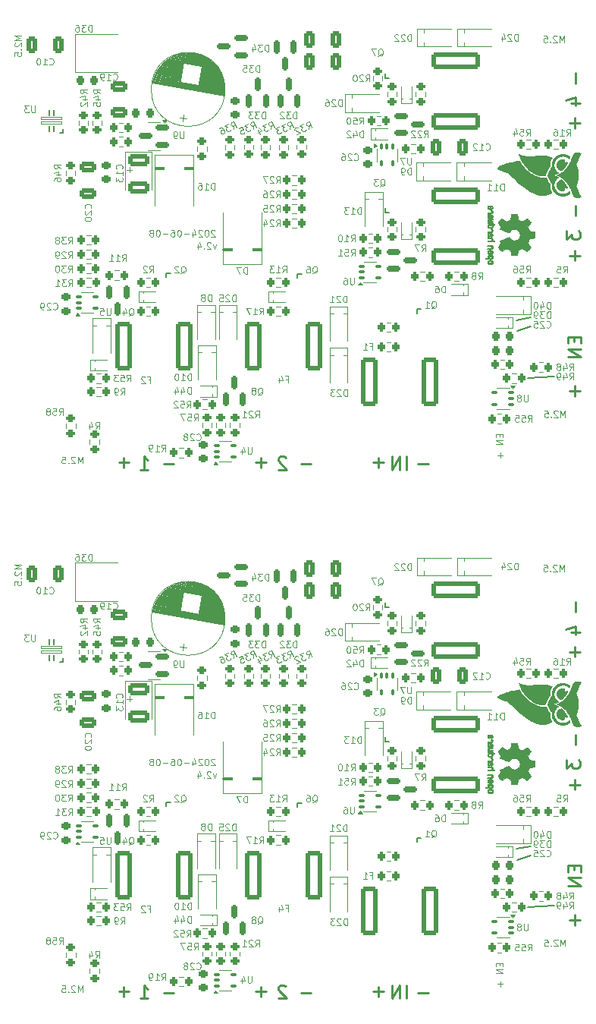
<source format=gbr>
%TF.GenerationSoftware,KiCad,Pcbnew,8.0.2+dfsg-1*%
%TF.CreationDate,2024-06-08T17:30:32+01:00*%
%TF.ProjectId,panel,70616e65-6c2e-46b6-9963-61645f706362,rev?*%
%TF.SameCoordinates,Original*%
%TF.FileFunction,Legend,Bot*%
%TF.FilePolarity,Positive*%
%FSLAX46Y46*%
G04 Gerber Fmt 4.6, Leading zero omitted, Abs format (unit mm)*
G04 Created by KiCad (PCBNEW 8.0.2+dfsg-1) date 2024-06-08 17:30:32*
%MOMM*%
%LPD*%
G01*
G04 APERTURE LIST*
G04 Aperture macros list*
%AMRoundRect*
0 Rectangle with rounded corners*
0 $1 Rounding radius*
0 $2 $3 $4 $5 $6 $7 $8 $9 X,Y pos of 4 corners*
0 Add a 4 corners polygon primitive as box body*
4,1,4,$2,$3,$4,$5,$6,$7,$8,$9,$2,$3,0*
0 Add four circle primitives for the rounded corners*
1,1,$1+$1,$2,$3*
1,1,$1+$1,$4,$5*
1,1,$1+$1,$6,$7*
1,1,$1+$1,$8,$9*
0 Add four rect primitives between the rounded corners*
20,1,$1+$1,$2,$3,$4,$5,0*
20,1,$1+$1,$4,$5,$6,$7,0*
20,1,$1+$1,$6,$7,$8,$9,0*
20,1,$1+$1,$8,$9,$2,$3,0*%
%AMFreePoly0*
4,1,5,0.225000,-0.400000,-0.225000,-0.400000,-0.225000,0.400000,0.225000,0.400000,0.225000,-0.400000,0.225000,-0.400000,$1*%
%AMFreePoly1*
4,1,29,0.150000,1.240000,0.200000,1.240000,0.200000,-1.260000,0.150000,-1.260000,0.150000,-1.860000,-0.150000,-1.860000,-0.150000,-1.260000,-1.350000,-1.260000,-1.350000,-1.210000,-2.050000,-1.210000,-2.050000,-0.760000,-1.350000,-0.760000,-1.350000,-0.560000,-2.050000,-0.560000,-2.050000,-0.110000,-1.350000,-0.110000,-1.350000,0.090000,-2.050000,0.090000,-2.050000,0.540000,-1.350000,0.540000,
-1.350000,0.740000,-2.050000,0.740000,-2.050000,1.190000,-1.350000,1.190000,-1.350000,1.240000,-0.150000,1.240000,-0.150000,1.840000,0.150000,1.840000,0.150000,1.240000,0.150000,1.240000,$1*%
%AMFreePoly2*
4,1,27,0.269134,0.146194,0.285355,0.135355,0.296194,0.119134,0.300000,0.100000,0.300000,-0.450000,0.296194,-0.469134,0.285355,-0.485355,0.269134,-0.496194,0.250000,-0.500000,0.100000,-0.500000,0.080866,-0.496194,0.064645,-0.485355,0.053806,-0.469134,0.050000,-0.450000,0.050000,-0.150000,-0.250000,-0.150000,-0.269134,-0.146194,-0.285355,-0.135355,-0.296194,-0.119134,-0.300000,-0.100000,
-0.300000,0.100000,-0.296194,0.119134,-0.285355,0.135355,-0.269134,0.146194,-0.250000,0.150000,0.250000,0.150000,0.269134,0.146194,0.269134,0.146194,$1*%
%AMFreePoly3*
4,1,28,0.269134,0.496194,0.285355,0.485355,0.296194,0.469134,0.300000,0.450000,0.300000,-0.100000,0.296194,-0.119134,0.285355,-0.135355,0.269134,-0.146194,0.250000,-0.150000,0.000000,-0.150000,-0.250000,-0.150000,-0.269134,-0.146194,-0.285355,-0.135355,-0.296194,-0.119134,-0.300000,-0.100000,-0.300000,0.100000,-0.296194,0.119134,-0.285355,0.135355,-0.269134,0.146194,-0.250000,0.150000,
0.050000,0.150000,0.050000,0.450000,0.053806,0.469134,0.064645,0.485355,0.080866,0.496194,0.100000,0.500000,0.250000,0.500000,0.269134,0.496194,0.269134,0.496194,$1*%
%AMFreePoly4*
4,1,28,-0.080866,0.496194,-0.064645,0.485355,-0.053806,0.469134,-0.050000,0.450000,-0.050000,0.150000,0.250000,0.150000,0.269134,0.146194,0.285355,0.135355,0.296194,0.119134,0.300000,0.100000,0.300000,-0.100000,0.296194,-0.119134,0.285355,-0.135355,0.269134,-0.146194,0.250000,-0.150000,0.000000,-0.150000,-0.250000,-0.150000,-0.269134,-0.146194,-0.285355,-0.135355,-0.296194,-0.119134,
-0.300000,-0.100000,-0.300000,0.450000,-0.296194,0.469134,-0.285355,0.485355,-0.269134,0.496194,-0.250000,0.500000,-0.100000,0.500000,-0.080866,0.496194,-0.080866,0.496194,$1*%
%AMFreePoly5*
4,1,27,0.269134,0.146194,0.285355,0.135355,0.296194,0.119134,0.300000,0.100000,0.300000,-0.100000,0.296194,-0.119134,0.285355,-0.135355,0.269134,-0.146194,0.250000,-0.150000,-0.050000,-0.150000,-0.050000,-0.450000,-0.053806,-0.469134,-0.064645,-0.485355,-0.080866,-0.496194,-0.100000,-0.500000,-0.250000,-0.500000,-0.269134,-0.496194,-0.285355,-0.485355,-0.296194,-0.469134,-0.300000,-0.450000,
-0.300000,0.100000,-0.296194,0.119134,-0.285355,0.135355,-0.269134,0.146194,-0.250000,0.150000,0.250000,0.150000,0.269134,0.146194,0.269134,0.146194,$1*%
G04 Aperture macros list end*
%ADD10C,0.010000*%
%ADD11C,0.150000*%
%ADD12C,0.240000*%
%ADD13C,0.120000*%
%ADD14C,0.300000*%
%ADD15C,2.500000*%
%ADD16C,2.082800*%
%ADD17C,4.950000*%
%ADD18R,1.700000X1.700000*%
%ADD19O,1.700000X1.700000*%
%ADD20C,6.200000*%
%ADD21C,1.500000*%
%ADD22R,1.727200X1.727200*%
%ADD23O,1.727200X1.727200*%
%ADD24RoundRect,0.200000X-0.200000X-0.275000X0.200000X-0.275000X0.200000X0.275000X-0.200000X0.275000X0*%
%ADD25C,1.600000*%
%ADD26RoundRect,0.100000X-0.225000X-0.100000X0.225000X-0.100000X0.225000X0.100000X-0.225000X0.100000X0*%
%ADD27RoundRect,0.225000X-0.250000X0.225000X-0.250000X-0.225000X0.250000X-0.225000X0.250000X0.225000X0*%
%ADD28R,2.300000X2.500000*%
%ADD29RoundRect,0.150000X-0.150000X0.587500X-0.150000X-0.587500X0.150000X-0.587500X0.150000X0.587500X0*%
%ADD30RoundRect,0.200000X0.200000X0.275000X-0.200000X0.275000X-0.200000X-0.275000X0.200000X-0.275000X0*%
%ADD31RoundRect,0.200000X-0.275000X0.200000X-0.275000X-0.200000X0.275000X-0.200000X0.275000X0.200000X0*%
%ADD32RoundRect,0.250000X-0.325000X-0.650000X0.325000X-0.650000X0.325000X0.650000X-0.325000X0.650000X0*%
%ADD33RoundRect,0.225000X0.225000X0.250000X-0.225000X0.250000X-0.225000X-0.250000X0.225000X-0.250000X0*%
%ADD34R,1.100000X1.100000*%
%ADD35RoundRect,0.250000X-0.925000X0.412500X-0.925000X-0.412500X0.925000X-0.412500X0.925000X0.412500X0*%
%ADD36R,0.600000X0.700000*%
%ADD37RoundRect,0.225000X-0.225000X-0.250000X0.225000X-0.250000X0.225000X0.250000X-0.225000X0.250000X0*%
%ADD38RoundRect,0.200000X0.275000X-0.200000X0.275000X0.200000X-0.275000X0.200000X-0.275000X-0.200000X0*%
%ADD39RoundRect,0.100000X0.225000X0.100000X-0.225000X0.100000X-0.225000X-0.100000X0.225000X-0.100000X0*%
%ADD40RoundRect,0.250000X-0.650000X0.325000X-0.650000X-0.325000X0.650000X-0.325000X0.650000X0.325000X0*%
%ADD41C,1.000000*%
%ADD42RoundRect,0.250000X-0.712500X-2.475000X0.712500X-2.475000X0.712500X2.475000X-0.712500X2.475000X0*%
%ADD43RoundRect,0.150000X0.150000X-0.587500X0.150000X0.587500X-0.150000X0.587500X-0.150000X-0.587500X0*%
%ADD44RoundRect,0.250000X0.325000X0.650000X-0.325000X0.650000X-0.325000X-0.650000X0.325000X-0.650000X0*%
%ADD45RoundRect,0.250000X0.712500X2.475000X-0.712500X2.475000X-0.712500X-2.475000X0.712500X-2.475000X0*%
%ADD46R,0.700000X0.600000*%
%ADD47FreePoly0,180.000000*%
%ADD48FreePoly1,90.000000*%
%ADD49RoundRect,0.250000X-2.475000X0.712500X-2.475000X-0.712500X2.475000X-0.712500X2.475000X0.712500X0*%
%ADD50RoundRect,0.225000X0.250000X-0.225000X0.250000X0.225000X-0.250000X0.225000X-0.250000X-0.225000X0*%
%ADD51RoundRect,0.150000X-0.587500X-0.150000X0.587500X-0.150000X0.587500X0.150000X-0.587500X0.150000X0*%
%ADD52RoundRect,0.250000X0.650000X-0.325000X0.650000X0.325000X-0.650000X0.325000X-0.650000X-0.325000X0*%
%ADD53R,4.860000X3.360000*%
%ADD54R,1.400000X1.390000*%
%ADD55FreePoly2,90.000000*%
%ADD56RoundRect,0.050000X0.075000X-0.250000X0.075000X0.250000X-0.075000X0.250000X-0.075000X-0.250000X0*%
%ADD57FreePoly3,90.000000*%
%ADD58RoundRect,0.050000X1.150000X-0.100000X1.150000X0.100000X-1.150000X0.100000X-1.150000X-0.100000X0*%
%ADD59FreePoly4,90.000000*%
%ADD60FreePoly5,90.000000*%
%ADD61RoundRect,0.100000X-0.100000X0.225000X-0.100000X-0.225000X0.100000X-0.225000X0.100000X0.225000X0*%
%ADD62FreePoly0,270.000000*%
%ADD63FreePoly1,180.000000*%
%ADD64RoundRect,0.150000X0.587500X0.150000X-0.587500X0.150000X-0.587500X-0.150000X0.587500X-0.150000X0*%
G04 APERTURE END LIST*
D10*
X178317581Y-51223911D02*
X178384491Y-51289098D01*
X178449341Y-51357097D01*
X178512282Y-51428096D01*
X178573462Y-51502282D01*
X178633032Y-51579845D01*
X178691141Y-51660972D01*
X178747939Y-51745851D01*
X178803575Y-51834671D01*
X178876904Y-51955568D01*
X178861432Y-51988989D01*
X178854184Y-52004279D01*
X178845889Y-52021208D01*
X178837569Y-52037717D01*
X178830248Y-52051748D01*
X178814537Y-52081089D01*
X178792272Y-52054628D01*
X178786339Y-52048155D01*
X178779726Y-52041992D01*
X178772509Y-52036168D01*
X178764763Y-52030710D01*
X178756563Y-52025647D01*
X178747984Y-52021006D01*
X178739102Y-52016817D01*
X178729992Y-52013106D01*
X178720729Y-52009904D01*
X178711387Y-52007236D01*
X178702043Y-52005133D01*
X178692772Y-52003621D01*
X178683648Y-52002730D01*
X178674748Y-52002487D01*
X178666145Y-52002921D01*
X178657916Y-52004059D01*
X178648203Y-52006205D01*
X178638640Y-52008961D01*
X178629251Y-52012307D01*
X178620058Y-52016227D01*
X178611087Y-52020700D01*
X178602359Y-52025709D01*
X178593899Y-52031235D01*
X178585729Y-52037260D01*
X178577875Y-52043766D01*
X178570358Y-52050734D01*
X178563203Y-52058146D01*
X178556434Y-52065983D01*
X178550072Y-52074227D01*
X178544143Y-52082860D01*
X178538670Y-52091864D01*
X178533676Y-52101219D01*
X178529120Y-52110557D01*
X178524872Y-52119638D01*
X178521025Y-52128239D01*
X178517671Y-52136135D01*
X178514903Y-52143101D01*
X178513768Y-52146165D01*
X178512814Y-52148912D01*
X178512053Y-52151314D01*
X178511496Y-52153343D01*
X178511156Y-52154971D01*
X178511043Y-52156170D01*
X178511308Y-52161419D01*
X178512027Y-52167200D01*
X178513170Y-52173432D01*
X178514703Y-52180033D01*
X178516595Y-52186923D01*
X178518813Y-52194021D01*
X178521325Y-52201246D01*
X178524099Y-52208516D01*
X178527102Y-52215752D01*
X178530302Y-52222871D01*
X178533667Y-52229793D01*
X178537165Y-52236437D01*
X178540764Y-52242723D01*
X178544430Y-52248568D01*
X178548133Y-52253893D01*
X178551839Y-52258615D01*
X178560171Y-52268551D01*
X178563306Y-52272601D01*
X178565643Y-52276157D01*
X178566486Y-52277777D01*
X178567098Y-52279306D01*
X178567469Y-52280756D01*
X178567589Y-52282137D01*
X178567447Y-52283461D01*
X178567032Y-52284738D01*
X178566335Y-52285980D01*
X178565344Y-52287198D01*
X178564050Y-52288402D01*
X178562442Y-52289603D01*
X178558242Y-52292044D01*
X178552662Y-52294606D01*
X178545619Y-52297380D01*
X178537028Y-52300453D01*
X178526808Y-52303912D01*
X178501144Y-52312345D01*
X178468136Y-52322163D01*
X178435019Y-52330028D01*
X178401856Y-52335979D01*
X178368709Y-52340051D01*
X178335642Y-52342283D01*
X178302717Y-52342710D01*
X178269995Y-52341369D01*
X178237541Y-52338298D01*
X178205416Y-52333533D01*
X178173682Y-52327112D01*
X178142404Y-52319070D01*
X178111642Y-52309445D01*
X178081460Y-52298274D01*
X178051920Y-52285593D01*
X178023085Y-52271439D01*
X177995018Y-52255850D01*
X177967780Y-52238862D01*
X177941435Y-52220512D01*
X177916044Y-52200836D01*
X177891672Y-52179872D01*
X177868379Y-52157657D01*
X177846230Y-52134227D01*
X177825285Y-52109619D01*
X177805609Y-52083870D01*
X177787263Y-52057017D01*
X177770310Y-52029097D01*
X177754812Y-52000146D01*
X177740833Y-51970202D01*
X177728435Y-51939301D01*
X177717679Y-51907480D01*
X177708630Y-51874776D01*
X177701349Y-51841226D01*
X177701344Y-51841215D01*
X177698641Y-51825343D01*
X177696424Y-51809147D01*
X177694693Y-51792665D01*
X177693444Y-51775934D01*
X177692677Y-51758991D01*
X177692390Y-51741874D01*
X177692579Y-51724619D01*
X177693244Y-51707265D01*
X177694382Y-51689849D01*
X177695992Y-51672408D01*
X177698071Y-51654978D01*
X177700618Y-51637599D01*
X177703631Y-51620306D01*
X177707108Y-51603137D01*
X177711046Y-51586129D01*
X177715444Y-51569321D01*
X177727375Y-51531313D01*
X177741758Y-51494398D01*
X177758501Y-51458664D01*
X177777513Y-51424202D01*
X177798701Y-51391102D01*
X177821977Y-51359452D01*
X177847246Y-51329344D01*
X177874420Y-51300866D01*
X177903405Y-51274109D01*
X177934111Y-51249162D01*
X177966446Y-51226116D01*
X178000320Y-51205060D01*
X178035640Y-51186084D01*
X178072316Y-51169277D01*
X178110256Y-51154730D01*
X178149369Y-51142532D01*
X178212339Y-51125082D01*
X178317581Y-51223911D01*
G36*
X178317581Y-51223911D02*
G01*
X178384491Y-51289098D01*
X178449341Y-51357097D01*
X178512282Y-51428096D01*
X178573462Y-51502282D01*
X178633032Y-51579845D01*
X178691141Y-51660972D01*
X178747939Y-51745851D01*
X178803575Y-51834671D01*
X178876904Y-51955568D01*
X178861432Y-51988989D01*
X178854184Y-52004279D01*
X178845889Y-52021208D01*
X178837569Y-52037717D01*
X178830248Y-52051748D01*
X178814537Y-52081089D01*
X178792272Y-52054628D01*
X178786339Y-52048155D01*
X178779726Y-52041992D01*
X178772509Y-52036168D01*
X178764763Y-52030710D01*
X178756563Y-52025647D01*
X178747984Y-52021006D01*
X178739102Y-52016817D01*
X178729992Y-52013106D01*
X178720729Y-52009904D01*
X178711387Y-52007236D01*
X178702043Y-52005133D01*
X178692772Y-52003621D01*
X178683648Y-52002730D01*
X178674748Y-52002487D01*
X178666145Y-52002921D01*
X178657916Y-52004059D01*
X178648203Y-52006205D01*
X178638640Y-52008961D01*
X178629251Y-52012307D01*
X178620058Y-52016227D01*
X178611087Y-52020700D01*
X178602359Y-52025709D01*
X178593899Y-52031235D01*
X178585729Y-52037260D01*
X178577875Y-52043766D01*
X178570358Y-52050734D01*
X178563203Y-52058146D01*
X178556434Y-52065983D01*
X178550072Y-52074227D01*
X178544143Y-52082860D01*
X178538670Y-52091864D01*
X178533676Y-52101219D01*
X178529120Y-52110557D01*
X178524872Y-52119638D01*
X178521025Y-52128239D01*
X178517671Y-52136135D01*
X178514903Y-52143101D01*
X178513768Y-52146165D01*
X178512814Y-52148912D01*
X178512053Y-52151314D01*
X178511496Y-52153343D01*
X178511156Y-52154971D01*
X178511043Y-52156170D01*
X178511308Y-52161419D01*
X178512027Y-52167200D01*
X178513170Y-52173432D01*
X178514703Y-52180033D01*
X178516595Y-52186923D01*
X178518813Y-52194021D01*
X178521325Y-52201246D01*
X178524099Y-52208516D01*
X178527102Y-52215752D01*
X178530302Y-52222871D01*
X178533667Y-52229793D01*
X178537165Y-52236437D01*
X178540764Y-52242723D01*
X178544430Y-52248568D01*
X178548133Y-52253893D01*
X178551839Y-52258615D01*
X178560171Y-52268551D01*
X178563306Y-52272601D01*
X178565643Y-52276157D01*
X178566486Y-52277777D01*
X178567098Y-52279306D01*
X178567469Y-52280756D01*
X178567589Y-52282137D01*
X178567447Y-52283461D01*
X178567032Y-52284738D01*
X178566335Y-52285980D01*
X178565344Y-52287198D01*
X178564050Y-52288402D01*
X178562442Y-52289603D01*
X178558242Y-52292044D01*
X178552662Y-52294606D01*
X178545619Y-52297380D01*
X178537028Y-52300453D01*
X178526808Y-52303912D01*
X178501144Y-52312345D01*
X178468136Y-52322163D01*
X178435019Y-52330028D01*
X178401856Y-52335979D01*
X178368709Y-52340051D01*
X178335642Y-52342283D01*
X178302717Y-52342710D01*
X178269995Y-52341369D01*
X178237541Y-52338298D01*
X178205416Y-52333533D01*
X178173682Y-52327112D01*
X178142404Y-52319070D01*
X178111642Y-52309445D01*
X178081460Y-52298274D01*
X178051920Y-52285593D01*
X178023085Y-52271439D01*
X177995018Y-52255850D01*
X177967780Y-52238862D01*
X177941435Y-52220512D01*
X177916044Y-52200836D01*
X177891672Y-52179872D01*
X177868379Y-52157657D01*
X177846230Y-52134227D01*
X177825285Y-52109619D01*
X177805609Y-52083870D01*
X177787263Y-52057017D01*
X177770310Y-52029097D01*
X177754812Y-52000146D01*
X177740833Y-51970202D01*
X177728435Y-51939301D01*
X177717679Y-51907480D01*
X177708630Y-51874776D01*
X177701349Y-51841226D01*
X177701344Y-51841215D01*
X177698641Y-51825343D01*
X177696424Y-51809147D01*
X177694693Y-51792665D01*
X177693444Y-51775934D01*
X177692677Y-51758991D01*
X177692390Y-51741874D01*
X177692579Y-51724619D01*
X177693244Y-51707265D01*
X177694382Y-51689849D01*
X177695992Y-51672408D01*
X177698071Y-51654978D01*
X177700618Y-51637599D01*
X177703631Y-51620306D01*
X177707108Y-51603137D01*
X177711046Y-51586129D01*
X177715444Y-51569321D01*
X177727375Y-51531313D01*
X177741758Y-51494398D01*
X177758501Y-51458664D01*
X177777513Y-51424202D01*
X177798701Y-51391102D01*
X177821977Y-51359452D01*
X177847246Y-51329344D01*
X177874420Y-51300866D01*
X177903405Y-51274109D01*
X177934111Y-51249162D01*
X177966446Y-51226116D01*
X178000320Y-51205060D01*
X178035640Y-51186084D01*
X178072316Y-51169277D01*
X178110256Y-51154730D01*
X178149369Y-51142532D01*
X178212339Y-51125082D01*
X178317581Y-51223911D01*
G37*
D11*
X174850000Y-125500000D02*
X173200000Y-125800000D01*
D10*
X178317581Y-110223911D02*
X178384491Y-110289098D01*
X178449341Y-110357097D01*
X178512282Y-110428096D01*
X178573462Y-110502282D01*
X178633032Y-110579845D01*
X178691141Y-110660972D01*
X178747939Y-110745851D01*
X178803575Y-110834671D01*
X178876904Y-110955568D01*
X178861432Y-110988989D01*
X178854184Y-111004279D01*
X178845889Y-111021208D01*
X178837569Y-111037717D01*
X178830248Y-111051748D01*
X178814537Y-111081089D01*
X178792272Y-111054628D01*
X178786339Y-111048155D01*
X178779726Y-111041992D01*
X178772509Y-111036168D01*
X178764763Y-111030710D01*
X178756563Y-111025647D01*
X178747984Y-111021006D01*
X178739102Y-111016817D01*
X178729992Y-111013106D01*
X178720729Y-111009904D01*
X178711387Y-111007236D01*
X178702043Y-111005133D01*
X178692772Y-111003621D01*
X178683648Y-111002730D01*
X178674748Y-111002487D01*
X178666145Y-111002921D01*
X178657916Y-111004059D01*
X178648203Y-111006205D01*
X178638640Y-111008961D01*
X178629251Y-111012307D01*
X178620058Y-111016227D01*
X178611087Y-111020700D01*
X178602359Y-111025709D01*
X178593899Y-111031235D01*
X178585729Y-111037260D01*
X178577875Y-111043766D01*
X178570358Y-111050734D01*
X178563203Y-111058146D01*
X178556434Y-111065983D01*
X178550072Y-111074227D01*
X178544143Y-111082860D01*
X178538670Y-111091864D01*
X178533676Y-111101219D01*
X178529120Y-111110557D01*
X178524872Y-111119638D01*
X178521025Y-111128239D01*
X178517671Y-111136135D01*
X178514903Y-111143101D01*
X178513768Y-111146165D01*
X178512814Y-111148912D01*
X178512053Y-111151314D01*
X178511496Y-111153343D01*
X178511156Y-111154971D01*
X178511043Y-111156170D01*
X178511308Y-111161419D01*
X178512027Y-111167200D01*
X178513170Y-111173432D01*
X178514703Y-111180033D01*
X178516595Y-111186923D01*
X178518813Y-111194021D01*
X178521325Y-111201246D01*
X178524099Y-111208516D01*
X178527102Y-111215752D01*
X178530302Y-111222871D01*
X178533667Y-111229793D01*
X178537165Y-111236437D01*
X178540764Y-111242723D01*
X178544430Y-111248568D01*
X178548133Y-111253893D01*
X178551839Y-111258615D01*
X178560171Y-111268551D01*
X178563306Y-111272601D01*
X178565643Y-111276157D01*
X178566486Y-111277777D01*
X178567098Y-111279306D01*
X178567469Y-111280756D01*
X178567589Y-111282137D01*
X178567447Y-111283461D01*
X178567032Y-111284738D01*
X178566335Y-111285980D01*
X178565344Y-111287198D01*
X178564050Y-111288402D01*
X178562442Y-111289603D01*
X178558242Y-111292044D01*
X178552662Y-111294606D01*
X178545619Y-111297380D01*
X178537028Y-111300453D01*
X178526808Y-111303912D01*
X178501144Y-111312345D01*
X178468136Y-111322163D01*
X178435019Y-111330028D01*
X178401856Y-111335979D01*
X178368709Y-111340051D01*
X178335642Y-111342283D01*
X178302717Y-111342710D01*
X178269995Y-111341369D01*
X178237541Y-111338298D01*
X178205416Y-111333533D01*
X178173682Y-111327112D01*
X178142404Y-111319070D01*
X178111642Y-111309445D01*
X178081460Y-111298274D01*
X178051920Y-111285593D01*
X178023085Y-111271439D01*
X177995018Y-111255850D01*
X177967780Y-111238862D01*
X177941435Y-111220512D01*
X177916044Y-111200836D01*
X177891672Y-111179872D01*
X177868379Y-111157657D01*
X177846230Y-111134227D01*
X177825285Y-111109619D01*
X177805609Y-111083870D01*
X177787263Y-111057017D01*
X177770310Y-111029097D01*
X177754812Y-111000146D01*
X177740833Y-110970202D01*
X177728435Y-110939301D01*
X177717679Y-110907480D01*
X177708630Y-110874776D01*
X177701349Y-110841226D01*
X177701344Y-110841215D01*
X177698641Y-110825343D01*
X177696424Y-110809147D01*
X177694693Y-110792665D01*
X177693444Y-110775934D01*
X177692677Y-110758991D01*
X177692390Y-110741874D01*
X177692579Y-110724619D01*
X177693244Y-110707265D01*
X177694382Y-110689849D01*
X177695992Y-110672408D01*
X177698071Y-110654978D01*
X177700618Y-110637599D01*
X177703631Y-110620306D01*
X177707108Y-110603137D01*
X177711046Y-110586129D01*
X177715444Y-110569321D01*
X177727375Y-110531313D01*
X177741758Y-110494398D01*
X177758501Y-110458664D01*
X177777513Y-110424202D01*
X177798701Y-110391102D01*
X177821977Y-110359452D01*
X177847246Y-110329344D01*
X177874420Y-110300866D01*
X177903405Y-110274109D01*
X177934111Y-110249162D01*
X177966446Y-110226116D01*
X178000320Y-110205060D01*
X178035640Y-110186084D01*
X178072316Y-110169277D01*
X178110256Y-110154730D01*
X178149369Y-110142532D01*
X178212339Y-110125082D01*
X178317581Y-110223911D01*
G36*
X178317581Y-110223911D02*
G01*
X178384491Y-110289098D01*
X178449341Y-110357097D01*
X178512282Y-110428096D01*
X178573462Y-110502282D01*
X178633032Y-110579845D01*
X178691141Y-110660972D01*
X178747939Y-110745851D01*
X178803575Y-110834671D01*
X178876904Y-110955568D01*
X178861432Y-110988989D01*
X178854184Y-111004279D01*
X178845889Y-111021208D01*
X178837569Y-111037717D01*
X178830248Y-111051748D01*
X178814537Y-111081089D01*
X178792272Y-111054628D01*
X178786339Y-111048155D01*
X178779726Y-111041992D01*
X178772509Y-111036168D01*
X178764763Y-111030710D01*
X178756563Y-111025647D01*
X178747984Y-111021006D01*
X178739102Y-111016817D01*
X178729992Y-111013106D01*
X178720729Y-111009904D01*
X178711387Y-111007236D01*
X178702043Y-111005133D01*
X178692772Y-111003621D01*
X178683648Y-111002730D01*
X178674748Y-111002487D01*
X178666145Y-111002921D01*
X178657916Y-111004059D01*
X178648203Y-111006205D01*
X178638640Y-111008961D01*
X178629251Y-111012307D01*
X178620058Y-111016227D01*
X178611087Y-111020700D01*
X178602359Y-111025709D01*
X178593899Y-111031235D01*
X178585729Y-111037260D01*
X178577875Y-111043766D01*
X178570358Y-111050734D01*
X178563203Y-111058146D01*
X178556434Y-111065983D01*
X178550072Y-111074227D01*
X178544143Y-111082860D01*
X178538670Y-111091864D01*
X178533676Y-111101219D01*
X178529120Y-111110557D01*
X178524872Y-111119638D01*
X178521025Y-111128239D01*
X178517671Y-111136135D01*
X178514903Y-111143101D01*
X178513768Y-111146165D01*
X178512814Y-111148912D01*
X178512053Y-111151314D01*
X178511496Y-111153343D01*
X178511156Y-111154971D01*
X178511043Y-111156170D01*
X178511308Y-111161419D01*
X178512027Y-111167200D01*
X178513170Y-111173432D01*
X178514703Y-111180033D01*
X178516595Y-111186923D01*
X178518813Y-111194021D01*
X178521325Y-111201246D01*
X178524099Y-111208516D01*
X178527102Y-111215752D01*
X178530302Y-111222871D01*
X178533667Y-111229793D01*
X178537165Y-111236437D01*
X178540764Y-111242723D01*
X178544430Y-111248568D01*
X178548133Y-111253893D01*
X178551839Y-111258615D01*
X178560171Y-111268551D01*
X178563306Y-111272601D01*
X178565643Y-111276157D01*
X178566486Y-111277777D01*
X178567098Y-111279306D01*
X178567469Y-111280756D01*
X178567589Y-111282137D01*
X178567447Y-111283461D01*
X178567032Y-111284738D01*
X178566335Y-111285980D01*
X178565344Y-111287198D01*
X178564050Y-111288402D01*
X178562442Y-111289603D01*
X178558242Y-111292044D01*
X178552662Y-111294606D01*
X178545619Y-111297380D01*
X178537028Y-111300453D01*
X178526808Y-111303912D01*
X178501144Y-111312345D01*
X178468136Y-111322163D01*
X178435019Y-111330028D01*
X178401856Y-111335979D01*
X178368709Y-111340051D01*
X178335642Y-111342283D01*
X178302717Y-111342710D01*
X178269995Y-111341369D01*
X178237541Y-111338298D01*
X178205416Y-111333533D01*
X178173682Y-111327112D01*
X178142404Y-111319070D01*
X178111642Y-111309445D01*
X178081460Y-111298274D01*
X178051920Y-111285593D01*
X178023085Y-111271439D01*
X177995018Y-111255850D01*
X177967780Y-111238862D01*
X177941435Y-111220512D01*
X177916044Y-111200836D01*
X177891672Y-111179872D01*
X177868379Y-111157657D01*
X177846230Y-111134227D01*
X177825285Y-111109619D01*
X177805609Y-111083870D01*
X177787263Y-111057017D01*
X177770310Y-111029097D01*
X177754812Y-111000146D01*
X177740833Y-110970202D01*
X177728435Y-110939301D01*
X177717679Y-110907480D01*
X177708630Y-110874776D01*
X177701349Y-110841226D01*
X177701344Y-110841215D01*
X177698641Y-110825343D01*
X177696424Y-110809147D01*
X177694693Y-110792665D01*
X177693444Y-110775934D01*
X177692677Y-110758991D01*
X177692390Y-110741874D01*
X177692579Y-110724619D01*
X177693244Y-110707265D01*
X177694382Y-110689849D01*
X177695992Y-110672408D01*
X177698071Y-110654978D01*
X177700618Y-110637599D01*
X177703631Y-110620306D01*
X177707108Y-110603137D01*
X177711046Y-110586129D01*
X177715444Y-110569321D01*
X177727375Y-110531313D01*
X177741758Y-110494398D01*
X177758501Y-110458664D01*
X177777513Y-110424202D01*
X177798701Y-110391102D01*
X177821977Y-110359452D01*
X177847246Y-110329344D01*
X177874420Y-110300866D01*
X177903405Y-110274109D01*
X177934111Y-110249162D01*
X177966446Y-110226116D01*
X178000320Y-110205060D01*
X178035640Y-110186084D01*
X178072316Y-110169277D01*
X178110256Y-110154730D01*
X178149369Y-110142532D01*
X178212339Y-110125082D01*
X178317581Y-110223911D01*
G37*
D11*
X177400000Y-132100000D02*
X174450000Y-132300000D01*
D10*
X173496125Y-48304166D02*
X173497140Y-48304440D01*
X173500109Y-48305492D01*
X173504190Y-48307155D01*
X173509220Y-48309356D01*
X173515035Y-48312021D01*
X173521469Y-48315076D01*
X173528359Y-48318448D01*
X173535539Y-48322063D01*
X173564719Y-48335626D01*
X173603177Y-48351531D01*
X173648434Y-48368904D01*
X173698013Y-48386870D01*
X173749437Y-48404555D01*
X173800227Y-48421085D01*
X173847905Y-48435585D01*
X173889995Y-48447180D01*
X173976325Y-48467810D01*
X174061652Y-48485042D01*
X174147840Y-48499070D01*
X174236754Y-48510092D01*
X174330260Y-48518303D01*
X174430221Y-48523899D01*
X174538504Y-48527076D01*
X174656972Y-48528030D01*
X174819514Y-48526675D01*
X174893489Y-48524718D01*
X174969180Y-48521587D01*
X175145456Y-48510845D01*
X175387825Y-48492531D01*
X175635869Y-48474739D01*
X175852248Y-48463319D01*
X175950114Y-48460048D01*
X176041923Y-48458432D01*
X176128297Y-48458490D01*
X176209856Y-48460243D01*
X176287219Y-48463711D01*
X176361007Y-48468914D01*
X176431841Y-48475874D01*
X176500340Y-48484609D01*
X176567125Y-48495141D01*
X176632815Y-48507490D01*
X176698032Y-48521677D01*
X176763395Y-48537721D01*
X176791481Y-48545292D01*
X176821184Y-48553856D01*
X176883547Y-48573257D01*
X176946701Y-48594510D01*
X177006859Y-48616203D01*
X177060237Y-48636920D01*
X177083201Y-48646472D01*
X177103051Y-48655249D01*
X177119313Y-48663077D01*
X177131514Y-48669777D01*
X177139182Y-48675173D01*
X177141168Y-48677327D01*
X177141843Y-48679088D01*
X177141728Y-48679834D01*
X177141391Y-48680890D01*
X177140842Y-48682238D01*
X177140093Y-48683858D01*
X177138043Y-48687834D01*
X177135329Y-48692663D01*
X177132045Y-48698186D01*
X177128280Y-48704248D01*
X177124126Y-48710692D01*
X177119673Y-48717359D01*
X177107154Y-48736681D01*
X177094239Y-48758321D01*
X177067636Y-48807562D01*
X177040706Y-48863094D01*
X177014288Y-48922927D01*
X176989221Y-48985071D01*
X176966345Y-49047539D01*
X176946500Y-49108340D01*
X176937977Y-49137494D01*
X176930526Y-49165485D01*
X176925621Y-49186609D01*
X176921111Y-49209386D01*
X176917012Y-49233561D01*
X176913337Y-49258883D01*
X176907319Y-49311953D01*
X176903174Y-49366570D01*
X176901016Y-49420712D01*
X176900964Y-49472353D01*
X176901763Y-49496603D01*
X176903132Y-49519469D01*
X176905085Y-49540699D01*
X176907636Y-49560037D01*
X176917136Y-49621288D01*
X176865176Y-49689798D01*
X176838345Y-49726487D01*
X176811068Y-49766407D01*
X176783257Y-49809703D01*
X176754826Y-49856524D01*
X176725689Y-49907016D01*
X176695757Y-49961326D01*
X176664946Y-50019601D01*
X176633167Y-50081987D01*
X176605303Y-50139058D01*
X176574484Y-50204603D01*
X176510064Y-50347302D01*
X176479505Y-50417551D01*
X176452075Y-50482462D01*
X176429296Y-50538584D01*
X176412687Y-50582464D01*
X176396477Y-50628054D01*
X176337337Y-50642713D01*
X176296690Y-50652049D01*
X176256724Y-50659659D01*
X176216603Y-50665612D01*
X176175488Y-50669978D01*
X176132543Y-50672828D01*
X176086930Y-50674230D01*
X176037811Y-50674256D01*
X175984349Y-50672973D01*
X175938350Y-50670785D01*
X175892834Y-50667342D01*
X175847690Y-50662613D01*
X175802806Y-50656568D01*
X175758069Y-50649175D01*
X175713367Y-50640405D01*
X175668587Y-50630225D01*
X175623618Y-50618607D01*
X175578348Y-50605518D01*
X175532664Y-50590928D01*
X175486454Y-50574807D01*
X175439606Y-50557124D01*
X175392007Y-50537847D01*
X175343546Y-50516947D01*
X175294110Y-50494393D01*
X175243587Y-50470154D01*
X175130379Y-50411234D01*
X175018553Y-50346409D01*
X174908347Y-50275918D01*
X174800000Y-50200000D01*
X174693752Y-50118896D01*
X174589842Y-50032845D01*
X174488509Y-49942089D01*
X174389991Y-49846865D01*
X174294528Y-49747415D01*
X174202359Y-49643979D01*
X174113723Y-49536796D01*
X174028860Y-49426106D01*
X173948007Y-49312149D01*
X173871405Y-49195165D01*
X173799292Y-49075395D01*
X173731908Y-48953077D01*
X173701030Y-48892393D01*
X173671404Y-48830188D01*
X173643068Y-48766553D01*
X173616056Y-48701581D01*
X173590407Y-48635361D01*
X173566156Y-48567986D01*
X173543341Y-48499546D01*
X173521998Y-48430132D01*
X173522060Y-48430109D01*
X173516570Y-48411425D01*
X173511681Y-48394608D01*
X173507372Y-48379567D01*
X173503624Y-48366209D01*
X173500419Y-48354445D01*
X173497736Y-48344182D01*
X173495558Y-48335330D01*
X173494651Y-48331404D01*
X173493863Y-48327796D01*
X173493192Y-48324496D01*
X173492635Y-48321491D01*
X173492189Y-48318770D01*
X173491852Y-48316323D01*
X173491622Y-48314136D01*
X173491496Y-48312200D01*
X173491473Y-48310502D01*
X173491548Y-48309031D01*
X173491721Y-48307776D01*
X173491989Y-48306725D01*
X173492349Y-48305867D01*
X173492563Y-48305507D01*
X173492799Y-48305191D01*
X173493057Y-48304917D01*
X173493336Y-48304685D01*
X173493637Y-48304492D01*
X173493959Y-48304337D01*
X173494664Y-48304137D01*
X173495450Y-48304073D01*
X173496125Y-48304166D01*
G36*
X173496125Y-48304166D02*
G01*
X173497140Y-48304440D01*
X173500109Y-48305492D01*
X173504190Y-48307155D01*
X173509220Y-48309356D01*
X173515035Y-48312021D01*
X173521469Y-48315076D01*
X173528359Y-48318448D01*
X173535539Y-48322063D01*
X173564719Y-48335626D01*
X173603177Y-48351531D01*
X173648434Y-48368904D01*
X173698013Y-48386870D01*
X173749437Y-48404555D01*
X173800227Y-48421085D01*
X173847905Y-48435585D01*
X173889995Y-48447180D01*
X173976325Y-48467810D01*
X174061652Y-48485042D01*
X174147840Y-48499070D01*
X174236754Y-48510092D01*
X174330260Y-48518303D01*
X174430221Y-48523899D01*
X174538504Y-48527076D01*
X174656972Y-48528030D01*
X174819514Y-48526675D01*
X174893489Y-48524718D01*
X174969180Y-48521587D01*
X175145456Y-48510845D01*
X175387825Y-48492531D01*
X175635869Y-48474739D01*
X175852248Y-48463319D01*
X175950114Y-48460048D01*
X176041923Y-48458432D01*
X176128297Y-48458490D01*
X176209856Y-48460243D01*
X176287219Y-48463711D01*
X176361007Y-48468914D01*
X176431841Y-48475874D01*
X176500340Y-48484609D01*
X176567125Y-48495141D01*
X176632815Y-48507490D01*
X176698032Y-48521677D01*
X176763395Y-48537721D01*
X176791481Y-48545292D01*
X176821184Y-48553856D01*
X176883547Y-48573257D01*
X176946701Y-48594510D01*
X177006859Y-48616203D01*
X177060237Y-48636920D01*
X177083201Y-48646472D01*
X177103051Y-48655249D01*
X177119313Y-48663077D01*
X177131514Y-48669777D01*
X177139182Y-48675173D01*
X177141168Y-48677327D01*
X177141843Y-48679088D01*
X177141728Y-48679834D01*
X177141391Y-48680890D01*
X177140842Y-48682238D01*
X177140093Y-48683858D01*
X177138043Y-48687834D01*
X177135329Y-48692663D01*
X177132045Y-48698186D01*
X177128280Y-48704248D01*
X177124126Y-48710692D01*
X177119673Y-48717359D01*
X177107154Y-48736681D01*
X177094239Y-48758321D01*
X177067636Y-48807562D01*
X177040706Y-48863094D01*
X177014288Y-48922927D01*
X176989221Y-48985071D01*
X176966345Y-49047539D01*
X176946500Y-49108340D01*
X176937977Y-49137494D01*
X176930526Y-49165485D01*
X176925621Y-49186609D01*
X176921111Y-49209386D01*
X176917012Y-49233561D01*
X176913337Y-49258883D01*
X176907319Y-49311953D01*
X176903174Y-49366570D01*
X176901016Y-49420712D01*
X176900964Y-49472353D01*
X176901763Y-49496603D01*
X176903132Y-49519469D01*
X176905085Y-49540699D01*
X176907636Y-49560037D01*
X176917136Y-49621288D01*
X176865176Y-49689798D01*
X176838345Y-49726487D01*
X176811068Y-49766407D01*
X176783257Y-49809703D01*
X176754826Y-49856524D01*
X176725689Y-49907016D01*
X176695757Y-49961326D01*
X176664946Y-50019601D01*
X176633167Y-50081987D01*
X176605303Y-50139058D01*
X176574484Y-50204603D01*
X176510064Y-50347302D01*
X176479505Y-50417551D01*
X176452075Y-50482462D01*
X176429296Y-50538584D01*
X176412687Y-50582464D01*
X176396477Y-50628054D01*
X176337337Y-50642713D01*
X176296690Y-50652049D01*
X176256724Y-50659659D01*
X176216603Y-50665612D01*
X176175488Y-50669978D01*
X176132543Y-50672828D01*
X176086930Y-50674230D01*
X176037811Y-50674256D01*
X175984349Y-50672973D01*
X175938350Y-50670785D01*
X175892834Y-50667342D01*
X175847690Y-50662613D01*
X175802806Y-50656568D01*
X175758069Y-50649175D01*
X175713367Y-50640405D01*
X175668587Y-50630225D01*
X175623618Y-50618607D01*
X175578348Y-50605518D01*
X175532664Y-50590928D01*
X175486454Y-50574807D01*
X175439606Y-50557124D01*
X175392007Y-50537847D01*
X175343546Y-50516947D01*
X175294110Y-50494393D01*
X175243587Y-50470154D01*
X175130379Y-50411234D01*
X175018553Y-50346409D01*
X174908347Y-50275918D01*
X174800000Y-50200000D01*
X174693752Y-50118896D01*
X174589842Y-50032845D01*
X174488509Y-49942089D01*
X174389991Y-49846865D01*
X174294528Y-49747415D01*
X174202359Y-49643979D01*
X174113723Y-49536796D01*
X174028860Y-49426106D01*
X173948007Y-49312149D01*
X173871405Y-49195165D01*
X173799292Y-49075395D01*
X173731908Y-48953077D01*
X173701030Y-48892393D01*
X173671404Y-48830188D01*
X173643068Y-48766553D01*
X173616056Y-48701581D01*
X173590407Y-48635361D01*
X173566156Y-48567986D01*
X173543341Y-48499546D01*
X173521998Y-48430132D01*
X173522060Y-48430109D01*
X173516570Y-48411425D01*
X173511681Y-48394608D01*
X173507372Y-48379567D01*
X173503624Y-48366209D01*
X173500419Y-48354445D01*
X173497736Y-48344182D01*
X173495558Y-48335330D01*
X173494651Y-48331404D01*
X173493863Y-48327796D01*
X173493192Y-48324496D01*
X173492635Y-48321491D01*
X173492189Y-48318770D01*
X173491852Y-48316323D01*
X173491622Y-48314136D01*
X173491496Y-48312200D01*
X173491473Y-48310502D01*
X173491548Y-48309031D01*
X173491721Y-48307776D01*
X173491989Y-48306725D01*
X173492349Y-48305867D01*
X173492563Y-48305507D01*
X173492799Y-48305191D01*
X173493057Y-48304917D01*
X173493336Y-48304685D01*
X173493637Y-48304492D01*
X173493959Y-48304337D01*
X173494664Y-48304137D01*
X173495450Y-48304073D01*
X173496125Y-48304166D01*
G37*
X173485987Y-108022340D02*
X173487193Y-108022437D01*
X173488381Y-108022605D01*
X173489553Y-108022847D01*
X173490712Y-108023165D01*
X173491860Y-108023560D01*
X173492998Y-108024034D01*
X173494131Y-108024590D01*
X173495259Y-108025228D01*
X173496386Y-108025950D01*
X173497514Y-108026759D01*
X173499781Y-108028643D01*
X173502081Y-108030894D01*
X173504432Y-108033527D01*
X173506854Y-108036556D01*
X173509366Y-108039996D01*
X173511986Y-108043860D01*
X173514734Y-108048164D01*
X173517630Y-108052921D01*
X173554518Y-108113755D01*
X173593406Y-108175993D01*
X173633286Y-108238125D01*
X173673148Y-108298640D01*
X173711985Y-108356027D01*
X173748789Y-108408774D01*
X173782550Y-108455371D01*
X173812260Y-108494306D01*
X173892870Y-108594017D01*
X173974192Y-108690035D01*
X174056287Y-108782414D01*
X174139218Y-108871204D01*
X174223047Y-108956459D01*
X174307837Y-109038230D01*
X174393649Y-109116569D01*
X174480545Y-109191529D01*
X174568588Y-109263162D01*
X174657839Y-109331519D01*
X174748362Y-109396653D01*
X174840218Y-109458616D01*
X174933469Y-109517459D01*
X175028177Y-109573236D01*
X175124405Y-109625997D01*
X175222214Y-109675796D01*
X175301559Y-109713307D01*
X175380442Y-109747849D01*
X175458803Y-109779412D01*
X175536580Y-109807983D01*
X175613713Y-109833549D01*
X175690141Y-109856099D01*
X175765803Y-109875620D01*
X175840638Y-109892100D01*
X175914584Y-109905526D01*
X175987582Y-109915887D01*
X176059571Y-109923171D01*
X176130488Y-109927364D01*
X176200274Y-109928455D01*
X176268868Y-109926432D01*
X176336208Y-109921281D01*
X176402235Y-109912992D01*
X176421801Y-109910116D01*
X176440141Y-109907535D01*
X176456848Y-109905301D01*
X176471513Y-109903462D01*
X176483729Y-109902070D01*
X176493088Y-109901174D01*
X176496569Y-109900928D01*
X176499183Y-109900824D01*
X176500878Y-109900870D01*
X176501366Y-109900951D01*
X176501605Y-109901071D01*
X176506139Y-109910259D01*
X176516870Y-109933244D01*
X176550504Y-110006735D01*
X176591038Y-110093605D01*
X176632190Y-110177101D01*
X176673538Y-110256478D01*
X176714657Y-110330992D01*
X176755124Y-110399898D01*
X176794516Y-110462451D01*
X176813676Y-110491112D01*
X176832409Y-110517906D01*
X176850661Y-110542739D01*
X176868379Y-110565519D01*
X176876296Y-110575436D01*
X176883318Y-110584365D01*
X176889487Y-110592399D01*
X176894850Y-110599633D01*
X176899451Y-110606159D01*
X176903335Y-110612071D01*
X176905021Y-110614826D01*
X176906545Y-110617462D01*
X176907912Y-110619992D01*
X176909127Y-110622426D01*
X176910197Y-110624777D01*
X176911126Y-110627057D01*
X176911921Y-110629276D01*
X176912586Y-110631447D01*
X176913128Y-110633581D01*
X176913552Y-110635691D01*
X176913863Y-110637787D01*
X176914068Y-110639881D01*
X176914171Y-110641985D01*
X176914179Y-110644112D01*
X176914097Y-110646271D01*
X176913930Y-110648476D01*
X176913365Y-110653068D01*
X176912529Y-110657980D01*
X176907500Y-110688357D01*
X176903606Y-110719712D01*
X176900841Y-110751960D01*
X176899197Y-110785020D01*
X176898666Y-110818809D01*
X176899242Y-110853243D01*
X176900915Y-110888240D01*
X176903678Y-110923716D01*
X176907524Y-110959590D01*
X176912446Y-110995777D01*
X176918434Y-111032196D01*
X176925482Y-111068763D01*
X176933583Y-111105396D01*
X176942727Y-111142011D01*
X176952909Y-111178525D01*
X176964119Y-111214857D01*
X176969475Y-111230500D01*
X176975973Y-111247964D01*
X176991855Y-111287213D01*
X177010679Y-111330318D01*
X177031359Y-111374993D01*
X177052807Y-111418952D01*
X177073937Y-111459908D01*
X177093662Y-111495576D01*
X177102659Y-111510712D01*
X177110897Y-111523668D01*
X177115765Y-111531072D01*
X177120097Y-111537802D01*
X177123907Y-111543898D01*
X177127207Y-111549397D01*
X177128671Y-111551935D01*
X177130012Y-111554338D01*
X177131232Y-111556611D01*
X177132334Y-111558758D01*
X177133319Y-111560786D01*
X177134188Y-111562698D01*
X177134943Y-111564499D01*
X177135586Y-111566194D01*
X177136119Y-111567788D01*
X177136544Y-111569285D01*
X177136861Y-111570691D01*
X177137073Y-111572010D01*
X177137181Y-111573247D01*
X177137187Y-111574406D01*
X177137093Y-111575494D01*
X177136901Y-111576513D01*
X177136612Y-111577470D01*
X177136227Y-111578368D01*
X177135749Y-111579213D01*
X177135179Y-111580010D01*
X177134520Y-111580763D01*
X177133771Y-111581477D01*
X177132937Y-111582157D01*
X177132017Y-111582807D01*
X177107734Y-111597648D01*
X177074887Y-111615987D01*
X177035741Y-111636693D01*
X176992562Y-111658635D01*
X176947615Y-111680681D01*
X176903165Y-111701701D01*
X176861480Y-111720563D01*
X176824824Y-111736137D01*
X176775316Y-111755525D01*
X176726327Y-111773246D01*
X176677435Y-111789420D01*
X176628219Y-111804166D01*
X176578257Y-111817604D01*
X176527128Y-111829854D01*
X176474411Y-111841035D01*
X176419685Y-111851269D01*
X176389844Y-111855969D01*
X176357415Y-111860100D01*
X176286251Y-111866640D01*
X176209098Y-111870865D01*
X176128862Y-111872749D01*
X176048450Y-111872266D01*
X175970768Y-111869392D01*
X175898721Y-111864102D01*
X175865720Y-111860542D01*
X175835217Y-111856369D01*
X175751009Y-111841870D01*
X175666403Y-111824193D01*
X175581256Y-111803276D01*
X175495420Y-111779053D01*
X175408751Y-111751461D01*
X175321101Y-111720436D01*
X175232325Y-111685913D01*
X175142278Y-111647828D01*
X175050813Y-111606117D01*
X174957785Y-111560716D01*
X174863048Y-111511562D01*
X174766456Y-111458589D01*
X174667863Y-111401734D01*
X174567123Y-111340932D01*
X174464090Y-111276120D01*
X174358619Y-111207233D01*
X174291309Y-111161302D01*
X174209270Y-111103454D01*
X174022259Y-110967676D01*
X173840097Y-110831244D01*
X173764118Y-110772579D01*
X173705292Y-110725504D01*
X173537552Y-110586677D01*
X173410502Y-110480042D01*
X173303334Y-110387944D01*
X173195240Y-110292726D01*
X172994906Y-110113340D01*
X172824134Y-109956807D01*
X172653610Y-109795859D01*
X172454017Y-109603226D01*
X172164718Y-109322113D01*
X172082628Y-109293854D01*
X171966819Y-109255024D01*
X171803659Y-109201353D01*
X171679220Y-109159491D01*
X171621100Y-109138962D01*
X171565767Y-109118724D01*
X171513259Y-109098795D01*
X171463615Y-109079193D01*
X171416876Y-109059934D01*
X171373081Y-109041036D01*
X171332269Y-109022517D01*
X171294479Y-109004394D01*
X171259752Y-108986684D01*
X171228126Y-108969405D01*
X171199641Y-108952574D01*
X171174336Y-108936209D01*
X171152252Y-108920327D01*
X171133426Y-108904945D01*
X171133440Y-108904959D01*
X171126250Y-108898605D01*
X171119916Y-108892901D01*
X171114392Y-108887759D01*
X171109630Y-108883091D01*
X171105585Y-108878806D01*
X171103817Y-108876780D01*
X171102210Y-108874817D01*
X171100758Y-108872905D01*
X171099457Y-108871034D01*
X171098300Y-108869193D01*
X171097281Y-108867370D01*
X171096394Y-108865554D01*
X171095634Y-108863734D01*
X171094995Y-108861900D01*
X171094471Y-108860039D01*
X171094056Y-108858142D01*
X171093744Y-108856196D01*
X171093530Y-108854191D01*
X171093408Y-108852116D01*
X171093371Y-108849959D01*
X171093415Y-108847709D01*
X171093718Y-108842888D01*
X171094272Y-108837564D01*
X171095029Y-108831648D01*
X171102563Y-108806226D01*
X171118409Y-108779717D01*
X171142435Y-108752185D01*
X171174509Y-108723692D01*
X171214500Y-108694301D01*
X171262276Y-108664076D01*
X171317705Y-108633081D01*
X171380657Y-108601378D01*
X171450998Y-108569030D01*
X171528598Y-108536102D01*
X171613326Y-108502656D01*
X171705048Y-108468755D01*
X171908952Y-108399843D01*
X172139257Y-108329872D01*
X172252733Y-108298195D01*
X172380426Y-108264571D01*
X172664127Y-108194856D01*
X172961696Y-108127489D01*
X173244468Y-108069231D01*
X173401732Y-108038565D01*
X173453912Y-108028207D01*
X173478230Y-108023170D01*
X173480930Y-108022637D01*
X173483510Y-108022356D01*
X173484760Y-108022314D01*
X173485987Y-108022340D01*
G36*
X173485987Y-108022340D02*
G01*
X173487193Y-108022437D01*
X173488381Y-108022605D01*
X173489553Y-108022847D01*
X173490712Y-108023165D01*
X173491860Y-108023560D01*
X173492998Y-108024034D01*
X173494131Y-108024590D01*
X173495259Y-108025228D01*
X173496386Y-108025950D01*
X173497514Y-108026759D01*
X173499781Y-108028643D01*
X173502081Y-108030894D01*
X173504432Y-108033527D01*
X173506854Y-108036556D01*
X173509366Y-108039996D01*
X173511986Y-108043860D01*
X173514734Y-108048164D01*
X173517630Y-108052921D01*
X173554518Y-108113755D01*
X173593406Y-108175993D01*
X173633286Y-108238125D01*
X173673148Y-108298640D01*
X173711985Y-108356027D01*
X173748789Y-108408774D01*
X173782550Y-108455371D01*
X173812260Y-108494306D01*
X173892870Y-108594017D01*
X173974192Y-108690035D01*
X174056287Y-108782414D01*
X174139218Y-108871204D01*
X174223047Y-108956459D01*
X174307837Y-109038230D01*
X174393649Y-109116569D01*
X174480545Y-109191529D01*
X174568588Y-109263162D01*
X174657839Y-109331519D01*
X174748362Y-109396653D01*
X174840218Y-109458616D01*
X174933469Y-109517459D01*
X175028177Y-109573236D01*
X175124405Y-109625997D01*
X175222214Y-109675796D01*
X175301559Y-109713307D01*
X175380442Y-109747849D01*
X175458803Y-109779412D01*
X175536580Y-109807983D01*
X175613713Y-109833549D01*
X175690141Y-109856099D01*
X175765803Y-109875620D01*
X175840638Y-109892100D01*
X175914584Y-109905526D01*
X175987582Y-109915887D01*
X176059571Y-109923171D01*
X176130488Y-109927364D01*
X176200274Y-109928455D01*
X176268868Y-109926432D01*
X176336208Y-109921281D01*
X176402235Y-109912992D01*
X176421801Y-109910116D01*
X176440141Y-109907535D01*
X176456848Y-109905301D01*
X176471513Y-109903462D01*
X176483729Y-109902070D01*
X176493088Y-109901174D01*
X176496569Y-109900928D01*
X176499183Y-109900824D01*
X176500878Y-109900870D01*
X176501366Y-109900951D01*
X176501605Y-109901071D01*
X176506139Y-109910259D01*
X176516870Y-109933244D01*
X176550504Y-110006735D01*
X176591038Y-110093605D01*
X176632190Y-110177101D01*
X176673538Y-110256478D01*
X176714657Y-110330992D01*
X176755124Y-110399898D01*
X176794516Y-110462451D01*
X176813676Y-110491112D01*
X176832409Y-110517906D01*
X176850661Y-110542739D01*
X176868379Y-110565519D01*
X176876296Y-110575436D01*
X176883318Y-110584365D01*
X176889487Y-110592399D01*
X176894850Y-110599633D01*
X176899451Y-110606159D01*
X176903335Y-110612071D01*
X176905021Y-110614826D01*
X176906545Y-110617462D01*
X176907912Y-110619992D01*
X176909127Y-110622426D01*
X176910197Y-110624777D01*
X176911126Y-110627057D01*
X176911921Y-110629276D01*
X176912586Y-110631447D01*
X176913128Y-110633581D01*
X176913552Y-110635691D01*
X176913863Y-110637787D01*
X176914068Y-110639881D01*
X176914171Y-110641985D01*
X176914179Y-110644112D01*
X176914097Y-110646271D01*
X176913930Y-110648476D01*
X176913365Y-110653068D01*
X176912529Y-110657980D01*
X176907500Y-110688357D01*
X176903606Y-110719712D01*
X176900841Y-110751960D01*
X176899197Y-110785020D01*
X176898666Y-110818809D01*
X176899242Y-110853243D01*
X176900915Y-110888240D01*
X176903678Y-110923716D01*
X176907524Y-110959590D01*
X176912446Y-110995777D01*
X176918434Y-111032196D01*
X176925482Y-111068763D01*
X176933583Y-111105396D01*
X176942727Y-111142011D01*
X176952909Y-111178525D01*
X176964119Y-111214857D01*
X176969475Y-111230500D01*
X176975973Y-111247964D01*
X176991855Y-111287213D01*
X177010679Y-111330318D01*
X177031359Y-111374993D01*
X177052807Y-111418952D01*
X177073937Y-111459908D01*
X177093662Y-111495576D01*
X177102659Y-111510712D01*
X177110897Y-111523668D01*
X177115765Y-111531072D01*
X177120097Y-111537802D01*
X177123907Y-111543898D01*
X177127207Y-111549397D01*
X177128671Y-111551935D01*
X177130012Y-111554338D01*
X177131232Y-111556611D01*
X177132334Y-111558758D01*
X177133319Y-111560786D01*
X177134188Y-111562698D01*
X177134943Y-111564499D01*
X177135586Y-111566194D01*
X177136119Y-111567788D01*
X177136544Y-111569285D01*
X177136861Y-111570691D01*
X177137073Y-111572010D01*
X177137181Y-111573247D01*
X177137187Y-111574406D01*
X177137093Y-111575494D01*
X177136901Y-111576513D01*
X177136612Y-111577470D01*
X177136227Y-111578368D01*
X177135749Y-111579213D01*
X177135179Y-111580010D01*
X177134520Y-111580763D01*
X177133771Y-111581477D01*
X177132937Y-111582157D01*
X177132017Y-111582807D01*
X177107734Y-111597648D01*
X177074887Y-111615987D01*
X177035741Y-111636693D01*
X176992562Y-111658635D01*
X176947615Y-111680681D01*
X176903165Y-111701701D01*
X176861480Y-111720563D01*
X176824824Y-111736137D01*
X176775316Y-111755525D01*
X176726327Y-111773246D01*
X176677435Y-111789420D01*
X176628219Y-111804166D01*
X176578257Y-111817604D01*
X176527128Y-111829854D01*
X176474411Y-111841035D01*
X176419685Y-111851269D01*
X176389844Y-111855969D01*
X176357415Y-111860100D01*
X176286251Y-111866640D01*
X176209098Y-111870865D01*
X176128862Y-111872749D01*
X176048450Y-111872266D01*
X175970768Y-111869392D01*
X175898721Y-111864102D01*
X175865720Y-111860542D01*
X175835217Y-111856369D01*
X175751009Y-111841870D01*
X175666403Y-111824193D01*
X175581256Y-111803276D01*
X175495420Y-111779053D01*
X175408751Y-111751461D01*
X175321101Y-111720436D01*
X175232325Y-111685913D01*
X175142278Y-111647828D01*
X175050813Y-111606117D01*
X174957785Y-111560716D01*
X174863048Y-111511562D01*
X174766456Y-111458589D01*
X174667863Y-111401734D01*
X174567123Y-111340932D01*
X174464090Y-111276120D01*
X174358619Y-111207233D01*
X174291309Y-111161302D01*
X174209270Y-111103454D01*
X174022259Y-110967676D01*
X173840097Y-110831244D01*
X173764118Y-110772579D01*
X173705292Y-110725504D01*
X173537552Y-110586677D01*
X173410502Y-110480042D01*
X173303334Y-110387944D01*
X173195240Y-110292726D01*
X172994906Y-110113340D01*
X172824134Y-109956807D01*
X172653610Y-109795859D01*
X172454017Y-109603226D01*
X172164718Y-109322113D01*
X172082628Y-109293854D01*
X171966819Y-109255024D01*
X171803659Y-109201353D01*
X171679220Y-109159491D01*
X171621100Y-109138962D01*
X171565767Y-109118724D01*
X171513259Y-109098795D01*
X171463615Y-109079193D01*
X171416876Y-109059934D01*
X171373081Y-109041036D01*
X171332269Y-109022517D01*
X171294479Y-109004394D01*
X171259752Y-108986684D01*
X171228126Y-108969405D01*
X171199641Y-108952574D01*
X171174336Y-108936209D01*
X171152252Y-108920327D01*
X171133426Y-108904945D01*
X171133440Y-108904959D01*
X171126250Y-108898605D01*
X171119916Y-108892901D01*
X171114392Y-108887759D01*
X171109630Y-108883091D01*
X171105585Y-108878806D01*
X171103817Y-108876780D01*
X171102210Y-108874817D01*
X171100758Y-108872905D01*
X171099457Y-108871034D01*
X171098300Y-108869193D01*
X171097281Y-108867370D01*
X171096394Y-108865554D01*
X171095634Y-108863734D01*
X171094995Y-108861900D01*
X171094471Y-108860039D01*
X171094056Y-108858142D01*
X171093744Y-108856196D01*
X171093530Y-108854191D01*
X171093408Y-108852116D01*
X171093371Y-108849959D01*
X171093415Y-108847709D01*
X171093718Y-108842888D01*
X171094272Y-108837564D01*
X171095029Y-108831648D01*
X171102563Y-108806226D01*
X171118409Y-108779717D01*
X171142435Y-108752185D01*
X171174509Y-108723692D01*
X171214500Y-108694301D01*
X171262276Y-108664076D01*
X171317705Y-108633081D01*
X171380657Y-108601378D01*
X171450998Y-108569030D01*
X171528598Y-108536102D01*
X171613326Y-108502656D01*
X171705048Y-108468755D01*
X171908952Y-108399843D01*
X172139257Y-108329872D01*
X172252733Y-108298195D01*
X172380426Y-108264571D01*
X172664127Y-108194856D01*
X172961696Y-108127489D01*
X173244468Y-108069231D01*
X173401732Y-108038565D01*
X173453912Y-108028207D01*
X173478230Y-108023170D01*
X173480930Y-108022637D01*
X173483510Y-108022356D01*
X173484760Y-108022314D01*
X173485987Y-108022340D01*
G37*
D11*
X174850000Y-66500000D02*
X173200000Y-66800000D01*
D10*
X173485987Y-49022340D02*
X173487193Y-49022437D01*
X173488381Y-49022605D01*
X173489553Y-49022847D01*
X173490712Y-49023165D01*
X173491860Y-49023560D01*
X173492998Y-49024034D01*
X173494131Y-49024590D01*
X173495259Y-49025228D01*
X173496386Y-49025950D01*
X173497514Y-49026759D01*
X173499781Y-49028643D01*
X173502081Y-49030894D01*
X173504432Y-49033527D01*
X173506854Y-49036556D01*
X173509366Y-49039996D01*
X173511986Y-49043860D01*
X173514734Y-49048164D01*
X173517630Y-49052921D01*
X173554518Y-49113755D01*
X173593406Y-49175993D01*
X173633286Y-49238125D01*
X173673148Y-49298640D01*
X173711985Y-49356027D01*
X173748789Y-49408774D01*
X173782550Y-49455371D01*
X173812260Y-49494306D01*
X173892870Y-49594017D01*
X173974192Y-49690035D01*
X174056287Y-49782414D01*
X174139218Y-49871204D01*
X174223047Y-49956459D01*
X174307837Y-50038230D01*
X174393649Y-50116569D01*
X174480545Y-50191529D01*
X174568588Y-50263162D01*
X174657839Y-50331519D01*
X174748362Y-50396653D01*
X174840218Y-50458616D01*
X174933469Y-50517459D01*
X175028177Y-50573236D01*
X175124405Y-50625997D01*
X175222214Y-50675796D01*
X175301559Y-50713307D01*
X175380442Y-50747849D01*
X175458803Y-50779412D01*
X175536580Y-50807983D01*
X175613713Y-50833549D01*
X175690141Y-50856099D01*
X175765803Y-50875620D01*
X175840638Y-50892100D01*
X175914584Y-50905526D01*
X175987582Y-50915887D01*
X176059571Y-50923171D01*
X176130488Y-50927364D01*
X176200274Y-50928455D01*
X176268868Y-50926432D01*
X176336208Y-50921281D01*
X176402235Y-50912992D01*
X176421801Y-50910116D01*
X176440141Y-50907535D01*
X176456848Y-50905301D01*
X176471513Y-50903462D01*
X176483729Y-50902070D01*
X176493088Y-50901174D01*
X176496569Y-50900928D01*
X176499183Y-50900824D01*
X176500878Y-50900870D01*
X176501366Y-50900951D01*
X176501605Y-50901071D01*
X176506139Y-50910259D01*
X176516870Y-50933244D01*
X176550504Y-51006735D01*
X176591038Y-51093605D01*
X176632190Y-51177101D01*
X176673538Y-51256478D01*
X176714657Y-51330992D01*
X176755124Y-51399898D01*
X176794516Y-51462451D01*
X176813676Y-51491112D01*
X176832409Y-51517906D01*
X176850661Y-51542739D01*
X176868379Y-51565519D01*
X176876296Y-51575436D01*
X176883318Y-51584365D01*
X176889487Y-51592399D01*
X176894850Y-51599633D01*
X176899451Y-51606159D01*
X176903335Y-51612071D01*
X176905021Y-51614826D01*
X176906545Y-51617462D01*
X176907912Y-51619992D01*
X176909127Y-51622426D01*
X176910197Y-51624777D01*
X176911126Y-51627057D01*
X176911921Y-51629276D01*
X176912586Y-51631447D01*
X176913128Y-51633581D01*
X176913552Y-51635691D01*
X176913863Y-51637787D01*
X176914068Y-51639881D01*
X176914171Y-51641985D01*
X176914179Y-51644112D01*
X176914097Y-51646271D01*
X176913930Y-51648476D01*
X176913365Y-51653068D01*
X176912529Y-51657980D01*
X176907500Y-51688357D01*
X176903606Y-51719712D01*
X176900841Y-51751960D01*
X176899197Y-51785020D01*
X176898666Y-51818809D01*
X176899242Y-51853243D01*
X176900915Y-51888240D01*
X176903678Y-51923716D01*
X176907524Y-51959590D01*
X176912446Y-51995777D01*
X176918434Y-52032196D01*
X176925482Y-52068763D01*
X176933583Y-52105396D01*
X176942727Y-52142011D01*
X176952909Y-52178525D01*
X176964119Y-52214857D01*
X176969475Y-52230500D01*
X176975973Y-52247964D01*
X176991855Y-52287213D01*
X177010679Y-52330318D01*
X177031359Y-52374993D01*
X177052807Y-52418952D01*
X177073937Y-52459908D01*
X177093662Y-52495576D01*
X177102659Y-52510712D01*
X177110897Y-52523668D01*
X177115765Y-52531072D01*
X177120097Y-52537802D01*
X177123907Y-52543898D01*
X177127207Y-52549397D01*
X177128671Y-52551935D01*
X177130012Y-52554338D01*
X177131232Y-52556611D01*
X177132334Y-52558758D01*
X177133319Y-52560786D01*
X177134188Y-52562698D01*
X177134943Y-52564499D01*
X177135586Y-52566194D01*
X177136119Y-52567788D01*
X177136544Y-52569285D01*
X177136861Y-52570691D01*
X177137073Y-52572010D01*
X177137181Y-52573247D01*
X177137187Y-52574406D01*
X177137093Y-52575494D01*
X177136901Y-52576513D01*
X177136612Y-52577470D01*
X177136227Y-52578368D01*
X177135749Y-52579213D01*
X177135179Y-52580010D01*
X177134520Y-52580763D01*
X177133771Y-52581477D01*
X177132937Y-52582157D01*
X177132017Y-52582807D01*
X177107734Y-52597648D01*
X177074887Y-52615987D01*
X177035741Y-52636693D01*
X176992562Y-52658635D01*
X176947615Y-52680681D01*
X176903165Y-52701701D01*
X176861480Y-52720563D01*
X176824824Y-52736137D01*
X176775316Y-52755525D01*
X176726327Y-52773246D01*
X176677435Y-52789420D01*
X176628219Y-52804166D01*
X176578257Y-52817604D01*
X176527128Y-52829854D01*
X176474411Y-52841035D01*
X176419685Y-52851269D01*
X176389844Y-52855969D01*
X176357415Y-52860100D01*
X176286251Y-52866640D01*
X176209098Y-52870865D01*
X176128862Y-52872749D01*
X176048450Y-52872266D01*
X175970768Y-52869392D01*
X175898721Y-52864102D01*
X175865720Y-52860542D01*
X175835217Y-52856369D01*
X175751009Y-52841870D01*
X175666403Y-52824193D01*
X175581256Y-52803276D01*
X175495420Y-52779053D01*
X175408751Y-52751461D01*
X175321101Y-52720436D01*
X175232325Y-52685913D01*
X175142278Y-52647828D01*
X175050813Y-52606117D01*
X174957785Y-52560716D01*
X174863048Y-52511562D01*
X174766456Y-52458589D01*
X174667863Y-52401734D01*
X174567123Y-52340932D01*
X174464090Y-52276120D01*
X174358619Y-52207233D01*
X174291309Y-52161302D01*
X174209270Y-52103454D01*
X174022259Y-51967676D01*
X173840097Y-51831244D01*
X173764118Y-51772579D01*
X173705292Y-51725504D01*
X173537552Y-51586677D01*
X173410502Y-51480042D01*
X173303334Y-51387944D01*
X173195240Y-51292726D01*
X172994906Y-51113340D01*
X172824134Y-50956807D01*
X172653610Y-50795859D01*
X172454017Y-50603226D01*
X172164718Y-50322113D01*
X172082628Y-50293854D01*
X171966819Y-50255024D01*
X171803659Y-50201353D01*
X171679220Y-50159491D01*
X171621100Y-50138962D01*
X171565767Y-50118724D01*
X171513259Y-50098795D01*
X171463615Y-50079193D01*
X171416876Y-50059934D01*
X171373081Y-50041036D01*
X171332269Y-50022517D01*
X171294479Y-50004394D01*
X171259752Y-49986684D01*
X171228126Y-49969405D01*
X171199641Y-49952574D01*
X171174336Y-49936209D01*
X171152252Y-49920327D01*
X171133426Y-49904945D01*
X171133440Y-49904959D01*
X171126250Y-49898605D01*
X171119916Y-49892901D01*
X171114392Y-49887759D01*
X171109630Y-49883091D01*
X171105585Y-49878806D01*
X171103817Y-49876780D01*
X171102210Y-49874817D01*
X171100758Y-49872905D01*
X171099457Y-49871034D01*
X171098300Y-49869193D01*
X171097281Y-49867370D01*
X171096394Y-49865554D01*
X171095634Y-49863734D01*
X171094995Y-49861900D01*
X171094471Y-49860039D01*
X171094056Y-49858142D01*
X171093744Y-49856196D01*
X171093530Y-49854191D01*
X171093408Y-49852116D01*
X171093371Y-49849959D01*
X171093415Y-49847709D01*
X171093718Y-49842888D01*
X171094272Y-49837564D01*
X171095029Y-49831648D01*
X171102563Y-49806226D01*
X171118409Y-49779717D01*
X171142435Y-49752185D01*
X171174509Y-49723692D01*
X171214500Y-49694301D01*
X171262276Y-49664076D01*
X171317705Y-49633081D01*
X171380657Y-49601378D01*
X171450998Y-49569030D01*
X171528598Y-49536102D01*
X171613326Y-49502656D01*
X171705048Y-49468755D01*
X171908952Y-49399843D01*
X172139257Y-49329872D01*
X172252733Y-49298195D01*
X172380426Y-49264571D01*
X172664127Y-49194856D01*
X172961696Y-49127489D01*
X173244468Y-49069231D01*
X173401732Y-49038565D01*
X173453912Y-49028207D01*
X173478230Y-49023170D01*
X173480930Y-49022637D01*
X173483510Y-49022356D01*
X173484760Y-49022314D01*
X173485987Y-49022340D01*
G36*
X173485987Y-49022340D02*
G01*
X173487193Y-49022437D01*
X173488381Y-49022605D01*
X173489553Y-49022847D01*
X173490712Y-49023165D01*
X173491860Y-49023560D01*
X173492998Y-49024034D01*
X173494131Y-49024590D01*
X173495259Y-49025228D01*
X173496386Y-49025950D01*
X173497514Y-49026759D01*
X173499781Y-49028643D01*
X173502081Y-49030894D01*
X173504432Y-49033527D01*
X173506854Y-49036556D01*
X173509366Y-49039996D01*
X173511986Y-49043860D01*
X173514734Y-49048164D01*
X173517630Y-49052921D01*
X173554518Y-49113755D01*
X173593406Y-49175993D01*
X173633286Y-49238125D01*
X173673148Y-49298640D01*
X173711985Y-49356027D01*
X173748789Y-49408774D01*
X173782550Y-49455371D01*
X173812260Y-49494306D01*
X173892870Y-49594017D01*
X173974192Y-49690035D01*
X174056287Y-49782414D01*
X174139218Y-49871204D01*
X174223047Y-49956459D01*
X174307837Y-50038230D01*
X174393649Y-50116569D01*
X174480545Y-50191529D01*
X174568588Y-50263162D01*
X174657839Y-50331519D01*
X174748362Y-50396653D01*
X174840218Y-50458616D01*
X174933469Y-50517459D01*
X175028177Y-50573236D01*
X175124405Y-50625997D01*
X175222214Y-50675796D01*
X175301559Y-50713307D01*
X175380442Y-50747849D01*
X175458803Y-50779412D01*
X175536580Y-50807983D01*
X175613713Y-50833549D01*
X175690141Y-50856099D01*
X175765803Y-50875620D01*
X175840638Y-50892100D01*
X175914584Y-50905526D01*
X175987582Y-50915887D01*
X176059571Y-50923171D01*
X176130488Y-50927364D01*
X176200274Y-50928455D01*
X176268868Y-50926432D01*
X176336208Y-50921281D01*
X176402235Y-50912992D01*
X176421801Y-50910116D01*
X176440141Y-50907535D01*
X176456848Y-50905301D01*
X176471513Y-50903462D01*
X176483729Y-50902070D01*
X176493088Y-50901174D01*
X176496569Y-50900928D01*
X176499183Y-50900824D01*
X176500878Y-50900870D01*
X176501366Y-50900951D01*
X176501605Y-50901071D01*
X176506139Y-50910259D01*
X176516870Y-50933244D01*
X176550504Y-51006735D01*
X176591038Y-51093605D01*
X176632190Y-51177101D01*
X176673538Y-51256478D01*
X176714657Y-51330992D01*
X176755124Y-51399898D01*
X176794516Y-51462451D01*
X176813676Y-51491112D01*
X176832409Y-51517906D01*
X176850661Y-51542739D01*
X176868379Y-51565519D01*
X176876296Y-51575436D01*
X176883318Y-51584365D01*
X176889487Y-51592399D01*
X176894850Y-51599633D01*
X176899451Y-51606159D01*
X176903335Y-51612071D01*
X176905021Y-51614826D01*
X176906545Y-51617462D01*
X176907912Y-51619992D01*
X176909127Y-51622426D01*
X176910197Y-51624777D01*
X176911126Y-51627057D01*
X176911921Y-51629276D01*
X176912586Y-51631447D01*
X176913128Y-51633581D01*
X176913552Y-51635691D01*
X176913863Y-51637787D01*
X176914068Y-51639881D01*
X176914171Y-51641985D01*
X176914179Y-51644112D01*
X176914097Y-51646271D01*
X176913930Y-51648476D01*
X176913365Y-51653068D01*
X176912529Y-51657980D01*
X176907500Y-51688357D01*
X176903606Y-51719712D01*
X176900841Y-51751960D01*
X176899197Y-51785020D01*
X176898666Y-51818809D01*
X176899242Y-51853243D01*
X176900915Y-51888240D01*
X176903678Y-51923716D01*
X176907524Y-51959590D01*
X176912446Y-51995777D01*
X176918434Y-52032196D01*
X176925482Y-52068763D01*
X176933583Y-52105396D01*
X176942727Y-52142011D01*
X176952909Y-52178525D01*
X176964119Y-52214857D01*
X176969475Y-52230500D01*
X176975973Y-52247964D01*
X176991855Y-52287213D01*
X177010679Y-52330318D01*
X177031359Y-52374993D01*
X177052807Y-52418952D01*
X177073937Y-52459908D01*
X177093662Y-52495576D01*
X177102659Y-52510712D01*
X177110897Y-52523668D01*
X177115765Y-52531072D01*
X177120097Y-52537802D01*
X177123907Y-52543898D01*
X177127207Y-52549397D01*
X177128671Y-52551935D01*
X177130012Y-52554338D01*
X177131232Y-52556611D01*
X177132334Y-52558758D01*
X177133319Y-52560786D01*
X177134188Y-52562698D01*
X177134943Y-52564499D01*
X177135586Y-52566194D01*
X177136119Y-52567788D01*
X177136544Y-52569285D01*
X177136861Y-52570691D01*
X177137073Y-52572010D01*
X177137181Y-52573247D01*
X177137187Y-52574406D01*
X177137093Y-52575494D01*
X177136901Y-52576513D01*
X177136612Y-52577470D01*
X177136227Y-52578368D01*
X177135749Y-52579213D01*
X177135179Y-52580010D01*
X177134520Y-52580763D01*
X177133771Y-52581477D01*
X177132937Y-52582157D01*
X177132017Y-52582807D01*
X177107734Y-52597648D01*
X177074887Y-52615987D01*
X177035741Y-52636693D01*
X176992562Y-52658635D01*
X176947615Y-52680681D01*
X176903165Y-52701701D01*
X176861480Y-52720563D01*
X176824824Y-52736137D01*
X176775316Y-52755525D01*
X176726327Y-52773246D01*
X176677435Y-52789420D01*
X176628219Y-52804166D01*
X176578257Y-52817604D01*
X176527128Y-52829854D01*
X176474411Y-52841035D01*
X176419685Y-52851269D01*
X176389844Y-52855969D01*
X176357415Y-52860100D01*
X176286251Y-52866640D01*
X176209098Y-52870865D01*
X176128862Y-52872749D01*
X176048450Y-52872266D01*
X175970768Y-52869392D01*
X175898721Y-52864102D01*
X175865720Y-52860542D01*
X175835217Y-52856369D01*
X175751009Y-52841870D01*
X175666403Y-52824193D01*
X175581256Y-52803276D01*
X175495420Y-52779053D01*
X175408751Y-52751461D01*
X175321101Y-52720436D01*
X175232325Y-52685913D01*
X175142278Y-52647828D01*
X175050813Y-52606117D01*
X174957785Y-52560716D01*
X174863048Y-52511562D01*
X174766456Y-52458589D01*
X174667863Y-52401734D01*
X174567123Y-52340932D01*
X174464090Y-52276120D01*
X174358619Y-52207233D01*
X174291309Y-52161302D01*
X174209270Y-52103454D01*
X174022259Y-51967676D01*
X173840097Y-51831244D01*
X173764118Y-51772579D01*
X173705292Y-51725504D01*
X173537552Y-51586677D01*
X173410502Y-51480042D01*
X173303334Y-51387944D01*
X173195240Y-51292726D01*
X172994906Y-51113340D01*
X172824134Y-50956807D01*
X172653610Y-50795859D01*
X172454017Y-50603226D01*
X172164718Y-50322113D01*
X172082628Y-50293854D01*
X171966819Y-50255024D01*
X171803659Y-50201353D01*
X171679220Y-50159491D01*
X171621100Y-50138962D01*
X171565767Y-50118724D01*
X171513259Y-50098795D01*
X171463615Y-50079193D01*
X171416876Y-50059934D01*
X171373081Y-50041036D01*
X171332269Y-50022517D01*
X171294479Y-50004394D01*
X171259752Y-49986684D01*
X171228126Y-49969405D01*
X171199641Y-49952574D01*
X171174336Y-49936209D01*
X171152252Y-49920327D01*
X171133426Y-49904945D01*
X171133440Y-49904959D01*
X171126250Y-49898605D01*
X171119916Y-49892901D01*
X171114392Y-49887759D01*
X171109630Y-49883091D01*
X171105585Y-49878806D01*
X171103817Y-49876780D01*
X171102210Y-49874817D01*
X171100758Y-49872905D01*
X171099457Y-49871034D01*
X171098300Y-49869193D01*
X171097281Y-49867370D01*
X171096394Y-49865554D01*
X171095634Y-49863734D01*
X171094995Y-49861900D01*
X171094471Y-49860039D01*
X171094056Y-49858142D01*
X171093744Y-49856196D01*
X171093530Y-49854191D01*
X171093408Y-49852116D01*
X171093371Y-49849959D01*
X171093415Y-49847709D01*
X171093718Y-49842888D01*
X171094272Y-49837564D01*
X171095029Y-49831648D01*
X171102563Y-49806226D01*
X171118409Y-49779717D01*
X171142435Y-49752185D01*
X171174509Y-49723692D01*
X171214500Y-49694301D01*
X171262276Y-49664076D01*
X171317705Y-49633081D01*
X171380657Y-49601378D01*
X171450998Y-49569030D01*
X171528598Y-49536102D01*
X171613326Y-49502656D01*
X171705048Y-49468755D01*
X171908952Y-49399843D01*
X172139257Y-49329872D01*
X172252733Y-49298195D01*
X172380426Y-49264571D01*
X172664127Y-49194856D01*
X172961696Y-49127489D01*
X173244468Y-49069231D01*
X173401732Y-49038565D01*
X173453912Y-49028207D01*
X173478230Y-49023170D01*
X173480930Y-49022637D01*
X173483510Y-49022356D01*
X173484760Y-49022314D01*
X173485987Y-49022340D01*
G37*
D11*
X174850000Y-67500000D02*
X173300000Y-68050000D01*
D10*
X178314597Y-107886497D02*
X178335699Y-107887365D01*
X178356885Y-107888879D01*
X178378055Y-107891031D01*
X178399105Y-107893817D01*
X178419933Y-107897230D01*
X178440437Y-107901265D01*
X178460514Y-107905917D01*
X178480062Y-107911179D01*
X178498977Y-107917045D01*
X178571980Y-107941295D01*
X178544016Y-107980966D01*
X178539876Y-107986943D01*
X178536152Y-107992556D01*
X178532825Y-107997870D01*
X178529875Y-108002947D01*
X178527283Y-108007850D01*
X178525028Y-108012642D01*
X178523092Y-108017385D01*
X178521454Y-108022143D01*
X178520095Y-108026979D01*
X178518995Y-108031955D01*
X178518135Y-108037134D01*
X178517494Y-108042579D01*
X178517054Y-108048353D01*
X178516795Y-108054519D01*
X178516697Y-108061139D01*
X178516740Y-108068277D01*
X178517123Y-108078780D01*
X178517970Y-108088852D01*
X178519290Y-108098512D01*
X178521095Y-108107781D01*
X178522182Y-108112275D01*
X178523394Y-108116679D01*
X178524733Y-108120995D01*
X178526200Y-108125226D01*
X178527796Y-108129374D01*
X178529523Y-108133441D01*
X178531381Y-108137432D01*
X178533372Y-108141346D01*
X178535498Y-108145188D01*
X178537760Y-108148960D01*
X178540159Y-108152664D01*
X178542696Y-108156303D01*
X178545373Y-108159880D01*
X178548192Y-108163396D01*
X178551152Y-108166854D01*
X178554257Y-108170257D01*
X178560903Y-108176909D01*
X178568140Y-108183369D01*
X178575979Y-108189659D01*
X178584431Y-108195799D01*
X178590552Y-108199814D01*
X178596866Y-108203521D01*
X178603357Y-108206922D01*
X178610009Y-108210017D01*
X178616805Y-108212809D01*
X178623728Y-108215298D01*
X178630761Y-108217485D01*
X178637888Y-108219373D01*
X178645093Y-108220963D01*
X178652358Y-108222255D01*
X178659667Y-108223252D01*
X178667003Y-108223954D01*
X178674350Y-108224364D01*
X178681691Y-108224482D01*
X178696289Y-108223850D01*
X178703512Y-108223102D01*
X178710662Y-108222068D01*
X178717724Y-108220750D01*
X178724679Y-108219148D01*
X178731512Y-108217265D01*
X178738205Y-108215101D01*
X178744743Y-108212659D01*
X178751108Y-108209939D01*
X178757285Y-108206942D01*
X178763255Y-108203671D01*
X178769003Y-108200126D01*
X178774512Y-108196309D01*
X178779765Y-108192221D01*
X178784745Y-108187865D01*
X178789437Y-108183240D01*
X178793823Y-108178348D01*
X178796097Y-108175683D01*
X178798339Y-108173126D01*
X178800535Y-108170692D01*
X178802673Y-108168390D01*
X178804739Y-108166233D01*
X178806721Y-108164232D01*
X178808605Y-108162399D01*
X178810379Y-108160745D01*
X178812030Y-108159282D01*
X178813544Y-108158021D01*
X178814909Y-108156975D01*
X178816112Y-108156154D01*
X178816648Y-108155832D01*
X178817139Y-108155570D01*
X178817583Y-108155371D01*
X178817979Y-108155236D01*
X178818324Y-108155165D01*
X178818617Y-108155161D01*
X178818857Y-108155226D01*
X178819042Y-108155359D01*
X178820224Y-108157174D01*
X178822432Y-108161069D01*
X178829412Y-108174130D01*
X178838964Y-108192600D01*
X178850069Y-108214538D01*
X178878051Y-108270359D01*
X178811325Y-108382410D01*
X178784877Y-108426031D01*
X178757932Y-108468903D01*
X178730480Y-108511038D01*
X178702509Y-108552452D01*
X178674009Y-108593156D01*
X178644969Y-108633165D01*
X178615378Y-108672491D01*
X178585227Y-108711148D01*
X178554504Y-108749150D01*
X178523199Y-108786509D01*
X178491301Y-108823239D01*
X178458799Y-108859354D01*
X178425683Y-108894867D01*
X178391943Y-108929791D01*
X178357567Y-108964140D01*
X178322546Y-108997927D01*
X178281992Y-109036474D01*
X178265641Y-109051768D01*
X178251399Y-109064591D01*
X178238888Y-109075077D01*
X178233163Y-109079487D01*
X178227727Y-109083365D01*
X178222534Y-109086726D01*
X178217537Y-109089589D01*
X178212686Y-109091969D01*
X178207936Y-109093885D01*
X178203239Y-109095353D01*
X178198546Y-109096390D01*
X178193811Y-109097014D01*
X178188987Y-109097241D01*
X178184025Y-109097088D01*
X178178878Y-109096572D01*
X178173498Y-109095710D01*
X178167839Y-109094520D01*
X178155491Y-109091222D01*
X178141454Y-109086813D01*
X178106791Y-109075207D01*
X178092783Y-109070288D01*
X178078629Y-109064775D01*
X178064366Y-109058689D01*
X178050029Y-109052054D01*
X178035658Y-109044892D01*
X178021287Y-109037227D01*
X178006954Y-109029082D01*
X177992696Y-109020478D01*
X177978550Y-109011440D01*
X177964552Y-109001989D01*
X177950739Y-108992150D01*
X177937148Y-108981944D01*
X177923817Y-108971394D01*
X177910781Y-108960524D01*
X177898077Y-108949356D01*
X177885744Y-108937914D01*
X177867268Y-108919699D01*
X177849782Y-108901223D01*
X177833270Y-108882458D01*
X177817719Y-108863377D01*
X177803113Y-108843953D01*
X177789436Y-108824159D01*
X177776676Y-108803968D01*
X177764815Y-108783352D01*
X177753840Y-108762284D01*
X177743736Y-108740737D01*
X177734488Y-108718684D01*
X177726080Y-108696097D01*
X177718498Y-108672950D01*
X177711728Y-108649216D01*
X177705753Y-108624866D01*
X177700560Y-108599874D01*
X177700561Y-108599890D01*
X177696800Y-108577297D01*
X177694038Y-108554433D01*
X177692266Y-108531342D01*
X177691479Y-108508067D01*
X177691670Y-108484652D01*
X177692833Y-108461141D01*
X177694961Y-108437577D01*
X177698046Y-108414003D01*
X177702083Y-108390464D01*
X177707065Y-108367003D01*
X177712986Y-108343664D01*
X177719838Y-108320490D01*
X177727615Y-108297524D01*
X177736311Y-108274811D01*
X177745918Y-108252394D01*
X177756431Y-108230316D01*
X177773047Y-108199238D01*
X177791126Y-108169412D01*
X177810634Y-108140864D01*
X177831535Y-108113623D01*
X177853792Y-108087718D01*
X177877370Y-108063177D01*
X177902232Y-108040027D01*
X177928344Y-108018297D01*
X177955668Y-107998016D01*
X177984170Y-107979211D01*
X178013813Y-107961911D01*
X178044562Y-107946143D01*
X178076380Y-107931937D01*
X178109232Y-107919320D01*
X178143082Y-107908320D01*
X178177893Y-107898966D01*
X178195526Y-107895157D01*
X178213962Y-107892034D01*
X178233098Y-107889591D01*
X178252832Y-107887821D01*
X178273062Y-107886719D01*
X178293684Y-107886280D01*
X178314597Y-107886497D01*
G36*
X178314597Y-107886497D02*
G01*
X178335699Y-107887365D01*
X178356885Y-107888879D01*
X178378055Y-107891031D01*
X178399105Y-107893817D01*
X178419933Y-107897230D01*
X178440437Y-107901265D01*
X178460514Y-107905917D01*
X178480062Y-107911179D01*
X178498977Y-107917045D01*
X178571980Y-107941295D01*
X178544016Y-107980966D01*
X178539876Y-107986943D01*
X178536152Y-107992556D01*
X178532825Y-107997870D01*
X178529875Y-108002947D01*
X178527283Y-108007850D01*
X178525028Y-108012642D01*
X178523092Y-108017385D01*
X178521454Y-108022143D01*
X178520095Y-108026979D01*
X178518995Y-108031955D01*
X178518135Y-108037134D01*
X178517494Y-108042579D01*
X178517054Y-108048353D01*
X178516795Y-108054519D01*
X178516697Y-108061139D01*
X178516740Y-108068277D01*
X178517123Y-108078780D01*
X178517970Y-108088852D01*
X178519290Y-108098512D01*
X178521095Y-108107781D01*
X178522182Y-108112275D01*
X178523394Y-108116679D01*
X178524733Y-108120995D01*
X178526200Y-108125226D01*
X178527796Y-108129374D01*
X178529523Y-108133441D01*
X178531381Y-108137432D01*
X178533372Y-108141346D01*
X178535498Y-108145188D01*
X178537760Y-108148960D01*
X178540159Y-108152664D01*
X178542696Y-108156303D01*
X178545373Y-108159880D01*
X178548192Y-108163396D01*
X178551152Y-108166854D01*
X178554257Y-108170257D01*
X178560903Y-108176909D01*
X178568140Y-108183369D01*
X178575979Y-108189659D01*
X178584431Y-108195799D01*
X178590552Y-108199814D01*
X178596866Y-108203521D01*
X178603357Y-108206922D01*
X178610009Y-108210017D01*
X178616805Y-108212809D01*
X178623728Y-108215298D01*
X178630761Y-108217485D01*
X178637888Y-108219373D01*
X178645093Y-108220963D01*
X178652358Y-108222255D01*
X178659667Y-108223252D01*
X178667003Y-108223954D01*
X178674350Y-108224364D01*
X178681691Y-108224482D01*
X178696289Y-108223850D01*
X178703512Y-108223102D01*
X178710662Y-108222068D01*
X178717724Y-108220750D01*
X178724679Y-108219148D01*
X178731512Y-108217265D01*
X178738205Y-108215101D01*
X178744743Y-108212659D01*
X178751108Y-108209939D01*
X178757285Y-108206942D01*
X178763255Y-108203671D01*
X178769003Y-108200126D01*
X178774512Y-108196309D01*
X178779765Y-108192221D01*
X178784745Y-108187865D01*
X178789437Y-108183240D01*
X178793823Y-108178348D01*
X178796097Y-108175683D01*
X178798339Y-108173126D01*
X178800535Y-108170692D01*
X178802673Y-108168390D01*
X178804739Y-108166233D01*
X178806721Y-108164232D01*
X178808605Y-108162399D01*
X178810379Y-108160745D01*
X178812030Y-108159282D01*
X178813544Y-108158021D01*
X178814909Y-108156975D01*
X178816112Y-108156154D01*
X178816648Y-108155832D01*
X178817139Y-108155570D01*
X178817583Y-108155371D01*
X178817979Y-108155236D01*
X178818324Y-108155165D01*
X178818617Y-108155161D01*
X178818857Y-108155226D01*
X178819042Y-108155359D01*
X178820224Y-108157174D01*
X178822432Y-108161069D01*
X178829412Y-108174130D01*
X178838964Y-108192600D01*
X178850069Y-108214538D01*
X178878051Y-108270359D01*
X178811325Y-108382410D01*
X178784877Y-108426031D01*
X178757932Y-108468903D01*
X178730480Y-108511038D01*
X178702509Y-108552452D01*
X178674009Y-108593156D01*
X178644969Y-108633165D01*
X178615378Y-108672491D01*
X178585227Y-108711148D01*
X178554504Y-108749150D01*
X178523199Y-108786509D01*
X178491301Y-108823239D01*
X178458799Y-108859354D01*
X178425683Y-108894867D01*
X178391943Y-108929791D01*
X178357567Y-108964140D01*
X178322546Y-108997927D01*
X178281992Y-109036474D01*
X178265641Y-109051768D01*
X178251399Y-109064591D01*
X178238888Y-109075077D01*
X178233163Y-109079487D01*
X178227727Y-109083365D01*
X178222534Y-109086726D01*
X178217537Y-109089589D01*
X178212686Y-109091969D01*
X178207936Y-109093885D01*
X178203239Y-109095353D01*
X178198546Y-109096390D01*
X178193811Y-109097014D01*
X178188987Y-109097241D01*
X178184025Y-109097088D01*
X178178878Y-109096572D01*
X178173498Y-109095710D01*
X178167839Y-109094520D01*
X178155491Y-109091222D01*
X178141454Y-109086813D01*
X178106791Y-109075207D01*
X178092783Y-109070288D01*
X178078629Y-109064775D01*
X178064366Y-109058689D01*
X178050029Y-109052054D01*
X178035658Y-109044892D01*
X178021287Y-109037227D01*
X178006954Y-109029082D01*
X177992696Y-109020478D01*
X177978550Y-109011440D01*
X177964552Y-109001989D01*
X177950739Y-108992150D01*
X177937148Y-108981944D01*
X177923817Y-108971394D01*
X177910781Y-108960524D01*
X177898077Y-108949356D01*
X177885744Y-108937914D01*
X177867268Y-108919699D01*
X177849782Y-108901223D01*
X177833270Y-108882458D01*
X177817719Y-108863377D01*
X177803113Y-108843953D01*
X177789436Y-108824159D01*
X177776676Y-108803968D01*
X177764815Y-108783352D01*
X177753840Y-108762284D01*
X177743736Y-108740737D01*
X177734488Y-108718684D01*
X177726080Y-108696097D01*
X177718498Y-108672950D01*
X177711728Y-108649216D01*
X177705753Y-108624866D01*
X177700560Y-108599874D01*
X177700561Y-108599890D01*
X177696800Y-108577297D01*
X177694038Y-108554433D01*
X177692266Y-108531342D01*
X177691479Y-108508067D01*
X177691670Y-108484652D01*
X177692833Y-108461141D01*
X177694961Y-108437577D01*
X177698046Y-108414003D01*
X177702083Y-108390464D01*
X177707065Y-108367003D01*
X177712986Y-108343664D01*
X177719838Y-108320490D01*
X177727615Y-108297524D01*
X177736311Y-108274811D01*
X177745918Y-108252394D01*
X177756431Y-108230316D01*
X177773047Y-108199238D01*
X177791126Y-108169412D01*
X177810634Y-108140864D01*
X177831535Y-108113623D01*
X177853792Y-108087718D01*
X177877370Y-108063177D01*
X177902232Y-108040027D01*
X177928344Y-108018297D01*
X177955668Y-107998016D01*
X177984170Y-107979211D01*
X178013813Y-107961911D01*
X178044562Y-107946143D01*
X178076380Y-107931937D01*
X178109232Y-107919320D01*
X178143082Y-107908320D01*
X178177893Y-107898966D01*
X178195526Y-107895157D01*
X178213962Y-107892034D01*
X178233098Y-107889591D01*
X178252832Y-107887821D01*
X178273062Y-107886719D01*
X178293684Y-107886280D01*
X178314597Y-107886497D01*
G37*
X178388434Y-48304560D02*
X178424557Y-48305944D01*
X178460052Y-48308259D01*
X178494977Y-48311519D01*
X178529393Y-48315737D01*
X178563359Y-48320929D01*
X178596934Y-48327106D01*
X178630177Y-48334283D01*
X178663149Y-48342475D01*
X178695908Y-48351694D01*
X178728514Y-48361954D01*
X178761027Y-48373270D01*
X178793505Y-48385654D01*
X178826008Y-48399121D01*
X178858596Y-48413685D01*
X178891328Y-48429359D01*
X178910930Y-48439351D01*
X178931652Y-48450458D01*
X178953166Y-48462464D01*
X178975143Y-48475153D01*
X179019171Y-48501720D01*
X179061103Y-48528435D01*
X179080462Y-48541310D01*
X179098309Y-48553575D01*
X179114318Y-48565015D01*
X179128159Y-48575414D01*
X179139502Y-48584558D01*
X179148019Y-48592230D01*
X179153381Y-48598216D01*
X179154776Y-48600508D01*
X179155260Y-48602299D01*
X179154556Y-48605909D01*
X179152527Y-48612290D01*
X179145218Y-48631706D01*
X179134780Y-48657233D01*
X179122658Y-48685553D01*
X179110298Y-48713351D01*
X179099148Y-48737312D01*
X179090653Y-48754120D01*
X179087854Y-48758806D01*
X179086895Y-48760038D01*
X179086260Y-48760460D01*
X179085454Y-48760182D01*
X179083946Y-48759367D01*
X179078984Y-48756234D01*
X179071682Y-48751281D01*
X179062350Y-48744728D01*
X179038831Y-48727700D01*
X179010899Y-48706909D01*
X178992303Y-48693372D01*
X178972484Y-48679839D01*
X178951590Y-48666381D01*
X178929769Y-48653070D01*
X178907170Y-48639979D01*
X178883942Y-48627180D01*
X178860233Y-48614745D01*
X178836191Y-48602747D01*
X178811965Y-48591258D01*
X178787704Y-48580350D01*
X178763555Y-48570095D01*
X178739668Y-48560565D01*
X178716191Y-48551833D01*
X178693272Y-48543971D01*
X178671060Y-48537052D01*
X178649703Y-48531147D01*
X178616301Y-48523322D01*
X178581719Y-48516702D01*
X178546137Y-48511280D01*
X178509738Y-48507052D01*
X178472702Y-48504013D01*
X178435211Y-48502157D01*
X178397445Y-48501479D01*
X178359587Y-48501974D01*
X178321817Y-48503637D01*
X178284316Y-48506463D01*
X178247267Y-48510446D01*
X178210850Y-48515582D01*
X178175246Y-48521865D01*
X178140636Y-48529290D01*
X178107203Y-48537852D01*
X178075126Y-48547546D01*
X178058315Y-48553340D01*
X178040710Y-48559957D01*
X178022445Y-48567328D01*
X178003651Y-48575385D01*
X177965003Y-48593275D01*
X177925819Y-48613073D01*
X177887155Y-48634225D01*
X177850064Y-48656175D01*
X177832438Y-48667276D01*
X177815600Y-48678369D01*
X177799683Y-48689384D01*
X177784818Y-48700252D01*
X177745507Y-48731409D01*
X177708103Y-48764149D01*
X177672621Y-48798387D01*
X177639075Y-48834040D01*
X177607479Y-48871026D01*
X177577849Y-48909260D01*
X177550199Y-48948658D01*
X177524544Y-48989139D01*
X177500898Y-49030617D01*
X177479276Y-49073010D01*
X177459692Y-49116234D01*
X177442162Y-49160205D01*
X177426699Y-49204841D01*
X177413319Y-49250058D01*
X177402036Y-49295771D01*
X177392864Y-49341899D01*
X177385819Y-49388357D01*
X177380914Y-49435061D01*
X177378165Y-49481929D01*
X177377586Y-49528877D01*
X177379191Y-49575822D01*
X177382997Y-49622679D01*
X177389016Y-49669366D01*
X177397263Y-49715799D01*
X177407754Y-49761895D01*
X177420502Y-49807569D01*
X177435523Y-49852740D01*
X177452831Y-49897322D01*
X177472441Y-49941234D01*
X177494367Y-49984390D01*
X177518624Y-50026709D01*
X177545227Y-50068106D01*
X177555656Y-50082825D01*
X177567657Y-50098642D01*
X177581040Y-50115357D01*
X177595612Y-50132774D01*
X177611181Y-50150693D01*
X177627556Y-50168917D01*
X177661956Y-50205489D01*
X177697278Y-50240904D01*
X177714805Y-50257683D01*
X177731987Y-50273579D01*
X177748633Y-50288393D01*
X177764550Y-50301929D01*
X177779547Y-50313988D01*
X177793433Y-50324371D01*
X177849963Y-50364771D01*
X177824752Y-50381380D01*
X177815096Y-50387237D01*
X177802154Y-50394310D01*
X177768003Y-50411411D01*
X177725478Y-50431292D01*
X177677762Y-50452566D01*
X177628034Y-50473844D01*
X177579477Y-50493734D01*
X177535270Y-50510850D01*
X177498595Y-50523802D01*
X177461618Y-50535486D01*
X177424192Y-50546521D01*
X177386250Y-50556922D01*
X177347729Y-50566705D01*
X177308561Y-50575886D01*
X177268682Y-50584480D01*
X177228026Y-50592503D01*
X177186528Y-50599972D01*
X177153318Y-50605848D01*
X177138646Y-50608560D01*
X177125742Y-50611027D01*
X177114965Y-50613177D01*
X177106672Y-50614941D01*
X177101223Y-50616245D01*
X177099678Y-50616704D01*
X177098978Y-50617021D01*
X177098909Y-50617160D01*
X177098964Y-50617311D01*
X177099432Y-50617653D01*
X177100358Y-50618044D01*
X177101721Y-50618478D01*
X177105663Y-50619461D01*
X177111072Y-50620571D01*
X177117766Y-50621775D01*
X177125561Y-50623040D01*
X177134273Y-50624333D01*
X177143717Y-50625622D01*
X177174922Y-50630175D01*
X177208386Y-50636046D01*
X177280763Y-50651341D01*
X177358188Y-50670710D01*
X177438001Y-50693354D01*
X177517543Y-50718476D01*
X177594154Y-50745280D01*
X177665174Y-50772967D01*
X177697756Y-50786893D01*
X177727943Y-50800741D01*
X177771785Y-50821722D01*
X177789243Y-50830292D01*
X177803878Y-50837792D01*
X177810173Y-50841192D01*
X177815804Y-50844384D01*
X177820788Y-50847389D01*
X177825137Y-50850226D01*
X177828866Y-50852915D01*
X177831989Y-50855477D01*
X177834521Y-50857931D01*
X177836476Y-50860297D01*
X177837868Y-50862595D01*
X177838357Y-50863725D01*
X177838712Y-50864845D01*
X177838932Y-50865958D01*
X177839021Y-50867067D01*
X177838980Y-50868174D01*
X177838810Y-50869281D01*
X177838094Y-50871506D01*
X177836887Y-50873763D01*
X177835202Y-50876072D01*
X177833055Y-50878452D01*
X177830459Y-50880923D01*
X177827429Y-50883505D01*
X177823980Y-50886219D01*
X177820124Y-50889084D01*
X177811254Y-50895346D01*
X177800933Y-50902452D01*
X177778496Y-50918883D01*
X177755319Y-50937707D01*
X177731598Y-50958684D01*
X177707528Y-50981573D01*
X177683308Y-51006133D01*
X177659131Y-51032123D01*
X177635195Y-51059302D01*
X177611696Y-51087428D01*
X177588830Y-51116261D01*
X177566794Y-51145560D01*
X177545783Y-51175084D01*
X177525993Y-51204592D01*
X177507621Y-51233842D01*
X177490864Y-51262594D01*
X177475916Y-51290606D01*
X177462975Y-51317638D01*
X177451036Y-51345612D01*
X177439948Y-51374380D01*
X177429726Y-51403855D01*
X177420385Y-51433947D01*
X177411938Y-51464568D01*
X177404401Y-51495630D01*
X177397787Y-51527044D01*
X177392111Y-51558723D01*
X177387388Y-51590577D01*
X177383632Y-51622518D01*
X177380858Y-51654458D01*
X177379079Y-51686308D01*
X177378311Y-51717980D01*
X177378568Y-51749385D01*
X177379865Y-51780436D01*
X177382215Y-51811043D01*
X177386060Y-51845536D01*
X177391003Y-51879677D01*
X177404131Y-51946825D01*
X177421491Y-52012336D01*
X177442974Y-52076060D01*
X177468472Y-52137847D01*
X177497878Y-52197544D01*
X177531082Y-52255003D01*
X177567976Y-52310072D01*
X177608453Y-52362601D01*
X177652403Y-52412440D01*
X177699719Y-52459437D01*
X177750293Y-52503443D01*
X177804016Y-52544306D01*
X177860779Y-52581876D01*
X177920476Y-52616003D01*
X177982996Y-52646536D01*
X178030898Y-52666433D01*
X178079833Y-52683620D01*
X178129684Y-52698099D01*
X178180335Y-52709870D01*
X178231669Y-52718935D01*
X178283569Y-52725293D01*
X178335918Y-52728946D01*
X178388600Y-52729895D01*
X178441497Y-52728141D01*
X178494493Y-52723684D01*
X178547471Y-52716525D01*
X178600315Y-52706665D01*
X178652906Y-52694106D01*
X178705130Y-52678847D01*
X178756868Y-52660890D01*
X178808004Y-52640236D01*
X178822316Y-52633748D01*
X178837908Y-52626157D01*
X178871989Y-52608248D01*
X178908368Y-52587668D01*
X178945169Y-52565576D01*
X178980514Y-52543132D01*
X179012524Y-52521494D01*
X179026691Y-52511339D01*
X179039321Y-52501821D01*
X179050179Y-52493084D01*
X179059029Y-52485273D01*
X179061543Y-52482940D01*
X179064017Y-52480712D01*
X179066438Y-52478600D01*
X179068792Y-52476614D01*
X179071064Y-52474762D01*
X179073241Y-52473055D01*
X179075308Y-52471503D01*
X179077251Y-52470114D01*
X179079055Y-52468899D01*
X179080707Y-52467867D01*
X179082193Y-52467027D01*
X179083498Y-52466391D01*
X179084078Y-52466151D01*
X179084608Y-52465966D01*
X179085085Y-52465837D01*
X179085509Y-52465764D01*
X179085876Y-52465748D01*
X179086186Y-52465792D01*
X179086437Y-52465897D01*
X179086627Y-52466062D01*
X179087840Y-52468558D01*
X179090124Y-52474229D01*
X179097369Y-52493643D01*
X179107304Y-52521399D01*
X179118870Y-52554592D01*
X179148035Y-52639301D01*
X179109171Y-52673302D01*
X179089206Y-52690155D01*
X179067934Y-52706953D01*
X179045482Y-52723626D01*
X179021975Y-52740104D01*
X178997540Y-52756318D01*
X178972302Y-52772199D01*
X178946386Y-52787678D01*
X178919918Y-52802684D01*
X178893024Y-52817148D01*
X178865830Y-52831002D01*
X178838461Y-52844175D01*
X178811044Y-52856599D01*
X178783702Y-52868203D01*
X178756564Y-52878919D01*
X178729753Y-52888677D01*
X178703396Y-52897407D01*
X178648431Y-52913094D01*
X178592611Y-52925932D01*
X178536063Y-52935934D01*
X178478914Y-52943112D01*
X178421291Y-52947478D01*
X178363322Y-52949042D01*
X178305132Y-52947818D01*
X178246849Y-52943816D01*
X178188601Y-52937049D01*
X178130514Y-52927528D01*
X178072715Y-52915264D01*
X178015331Y-52900271D01*
X177958490Y-52882558D01*
X177902318Y-52862139D01*
X177846943Y-52839024D01*
X177792490Y-52813227D01*
X177743285Y-52786623D01*
X177694871Y-52756793D01*
X177647431Y-52723947D01*
X177601144Y-52688297D01*
X177556190Y-52650055D01*
X177512749Y-52609433D01*
X177471003Y-52566642D01*
X177431130Y-52521894D01*
X177393311Y-52475401D01*
X177357727Y-52427373D01*
X177324557Y-52378023D01*
X177293982Y-52327562D01*
X177266182Y-52276202D01*
X177241337Y-52224155D01*
X177219627Y-52171632D01*
X177201233Y-52118845D01*
X177185365Y-52066078D01*
X177172382Y-52016903D01*
X177166897Y-51993146D01*
X177162045Y-51969668D01*
X177157796Y-51946263D01*
X177154119Y-51922724D01*
X177150986Y-51898845D01*
X177148367Y-51874420D01*
X177144551Y-51823106D01*
X177142436Y-51767131D01*
X177141783Y-51704845D01*
X177141783Y-51542204D01*
X177088833Y-51469105D01*
X177049682Y-51412251D01*
X177009427Y-51348321D01*
X176968220Y-51277602D01*
X176926212Y-51200380D01*
X176883555Y-51116943D01*
X176840398Y-51027578D01*
X176796895Y-50932571D01*
X176753195Y-50832210D01*
X176702487Y-50713169D01*
X176676715Y-50653229D01*
X176676705Y-50653192D01*
X176675086Y-50649488D01*
X176673553Y-50645819D01*
X176672141Y-50642281D01*
X176670884Y-50638968D01*
X176669817Y-50635975D01*
X176668975Y-50633399D01*
X176668649Y-50632296D01*
X176668393Y-50631333D01*
X176668210Y-50630521D01*
X176668105Y-50629873D01*
X176672328Y-50615884D01*
X176684595Y-50583751D01*
X176726158Y-50482057D01*
X176778589Y-50358791D01*
X176827683Y-50247953D01*
X176862100Y-50175057D01*
X176898359Y-50102571D01*
X176935762Y-50031718D01*
X176973608Y-49963721D01*
X177011200Y-49899801D01*
X177047837Y-49841183D01*
X177082822Y-49789088D01*
X177099475Y-49765869D01*
X177115453Y-49744739D01*
X177139953Y-49713289D01*
X177144253Y-49521007D01*
X177146246Y-49450409D01*
X177149025Y-49390940D01*
X177150832Y-49364569D01*
X177152980Y-49340010D01*
X177155519Y-49316938D01*
X177158498Y-49295031D01*
X177161965Y-49273964D01*
X177165968Y-49253414D01*
X177170556Y-49233058D01*
X177175778Y-49212572D01*
X177181683Y-49191632D01*
X177188317Y-49169915D01*
X177203973Y-49122854D01*
X177225114Y-49066230D01*
X177248824Y-49011050D01*
X177275043Y-48957382D01*
X177303707Y-48905299D01*
X177334755Y-48854869D01*
X177368126Y-48806164D01*
X177403756Y-48759253D01*
X177441584Y-48714207D01*
X177481549Y-48671095D01*
X177523587Y-48629989D01*
X177567637Y-48590958D01*
X177613638Y-48554073D01*
X177661526Y-48519404D01*
X177711241Y-48487022D01*
X177762720Y-48456995D01*
X177815900Y-48429396D01*
X177849456Y-48413497D01*
X177882621Y-48398763D01*
X177915479Y-48385174D01*
X177948110Y-48372712D01*
X177980596Y-48361357D01*
X178013017Y-48351090D01*
X178045457Y-48341893D01*
X178077995Y-48333746D01*
X178110713Y-48326630D01*
X178143693Y-48320526D01*
X178177015Y-48315416D01*
X178210763Y-48311279D01*
X178245015Y-48308098D01*
X178279856Y-48305853D01*
X178315364Y-48304524D01*
X178351623Y-48304094D01*
X178388434Y-48304560D01*
G36*
X178388434Y-48304560D02*
G01*
X178424557Y-48305944D01*
X178460052Y-48308259D01*
X178494977Y-48311519D01*
X178529393Y-48315737D01*
X178563359Y-48320929D01*
X178596934Y-48327106D01*
X178630177Y-48334283D01*
X178663149Y-48342475D01*
X178695908Y-48351694D01*
X178728514Y-48361954D01*
X178761027Y-48373270D01*
X178793505Y-48385654D01*
X178826008Y-48399121D01*
X178858596Y-48413685D01*
X178891328Y-48429359D01*
X178910930Y-48439351D01*
X178931652Y-48450458D01*
X178953166Y-48462464D01*
X178975143Y-48475153D01*
X179019171Y-48501720D01*
X179061103Y-48528435D01*
X179080462Y-48541310D01*
X179098309Y-48553575D01*
X179114318Y-48565015D01*
X179128159Y-48575414D01*
X179139502Y-48584558D01*
X179148019Y-48592230D01*
X179153381Y-48598216D01*
X179154776Y-48600508D01*
X179155260Y-48602299D01*
X179154556Y-48605909D01*
X179152527Y-48612290D01*
X179145218Y-48631706D01*
X179134780Y-48657233D01*
X179122658Y-48685553D01*
X179110298Y-48713351D01*
X179099148Y-48737312D01*
X179090653Y-48754120D01*
X179087854Y-48758806D01*
X179086895Y-48760038D01*
X179086260Y-48760460D01*
X179085454Y-48760182D01*
X179083946Y-48759367D01*
X179078984Y-48756234D01*
X179071682Y-48751281D01*
X179062350Y-48744728D01*
X179038831Y-48727700D01*
X179010899Y-48706909D01*
X178992303Y-48693372D01*
X178972484Y-48679839D01*
X178951590Y-48666381D01*
X178929769Y-48653070D01*
X178907170Y-48639979D01*
X178883942Y-48627180D01*
X178860233Y-48614745D01*
X178836191Y-48602747D01*
X178811965Y-48591258D01*
X178787704Y-48580350D01*
X178763555Y-48570095D01*
X178739668Y-48560565D01*
X178716191Y-48551833D01*
X178693272Y-48543971D01*
X178671060Y-48537052D01*
X178649703Y-48531147D01*
X178616301Y-48523322D01*
X178581719Y-48516702D01*
X178546137Y-48511280D01*
X178509738Y-48507052D01*
X178472702Y-48504013D01*
X178435211Y-48502157D01*
X178397445Y-48501479D01*
X178359587Y-48501974D01*
X178321817Y-48503637D01*
X178284316Y-48506463D01*
X178247267Y-48510446D01*
X178210850Y-48515582D01*
X178175246Y-48521865D01*
X178140636Y-48529290D01*
X178107203Y-48537852D01*
X178075126Y-48547546D01*
X178058315Y-48553340D01*
X178040710Y-48559957D01*
X178022445Y-48567328D01*
X178003651Y-48575385D01*
X177965003Y-48593275D01*
X177925819Y-48613073D01*
X177887155Y-48634225D01*
X177850064Y-48656175D01*
X177832438Y-48667276D01*
X177815600Y-48678369D01*
X177799683Y-48689384D01*
X177784818Y-48700252D01*
X177745507Y-48731409D01*
X177708103Y-48764149D01*
X177672621Y-48798387D01*
X177639075Y-48834040D01*
X177607479Y-48871026D01*
X177577849Y-48909260D01*
X177550199Y-48948658D01*
X177524544Y-48989139D01*
X177500898Y-49030617D01*
X177479276Y-49073010D01*
X177459692Y-49116234D01*
X177442162Y-49160205D01*
X177426699Y-49204841D01*
X177413319Y-49250058D01*
X177402036Y-49295771D01*
X177392864Y-49341899D01*
X177385819Y-49388357D01*
X177380914Y-49435061D01*
X177378165Y-49481929D01*
X177377586Y-49528877D01*
X177379191Y-49575822D01*
X177382997Y-49622679D01*
X177389016Y-49669366D01*
X177397263Y-49715799D01*
X177407754Y-49761895D01*
X177420502Y-49807569D01*
X177435523Y-49852740D01*
X177452831Y-49897322D01*
X177472441Y-49941234D01*
X177494367Y-49984390D01*
X177518624Y-50026709D01*
X177545227Y-50068106D01*
X177555656Y-50082825D01*
X177567657Y-50098642D01*
X177581040Y-50115357D01*
X177595612Y-50132774D01*
X177611181Y-50150693D01*
X177627556Y-50168917D01*
X177661956Y-50205489D01*
X177697278Y-50240904D01*
X177714805Y-50257683D01*
X177731987Y-50273579D01*
X177748633Y-50288393D01*
X177764550Y-50301929D01*
X177779547Y-50313988D01*
X177793433Y-50324371D01*
X177849963Y-50364771D01*
X177824752Y-50381380D01*
X177815096Y-50387237D01*
X177802154Y-50394310D01*
X177768003Y-50411411D01*
X177725478Y-50431292D01*
X177677762Y-50452566D01*
X177628034Y-50473844D01*
X177579477Y-50493734D01*
X177535270Y-50510850D01*
X177498595Y-50523802D01*
X177461618Y-50535486D01*
X177424192Y-50546521D01*
X177386250Y-50556922D01*
X177347729Y-50566705D01*
X177308561Y-50575886D01*
X177268682Y-50584480D01*
X177228026Y-50592503D01*
X177186528Y-50599972D01*
X177153318Y-50605848D01*
X177138646Y-50608560D01*
X177125742Y-50611027D01*
X177114965Y-50613177D01*
X177106672Y-50614941D01*
X177101223Y-50616245D01*
X177099678Y-50616704D01*
X177098978Y-50617021D01*
X177098909Y-50617160D01*
X177098964Y-50617311D01*
X177099432Y-50617653D01*
X177100358Y-50618044D01*
X177101721Y-50618478D01*
X177105663Y-50619461D01*
X177111072Y-50620571D01*
X177117766Y-50621775D01*
X177125561Y-50623040D01*
X177134273Y-50624333D01*
X177143717Y-50625622D01*
X177174922Y-50630175D01*
X177208386Y-50636046D01*
X177280763Y-50651341D01*
X177358188Y-50670710D01*
X177438001Y-50693354D01*
X177517543Y-50718476D01*
X177594154Y-50745280D01*
X177665174Y-50772967D01*
X177697756Y-50786893D01*
X177727943Y-50800741D01*
X177771785Y-50821722D01*
X177789243Y-50830292D01*
X177803878Y-50837792D01*
X177810173Y-50841192D01*
X177815804Y-50844384D01*
X177820788Y-50847389D01*
X177825137Y-50850226D01*
X177828866Y-50852915D01*
X177831989Y-50855477D01*
X177834521Y-50857931D01*
X177836476Y-50860297D01*
X177837868Y-50862595D01*
X177838357Y-50863725D01*
X177838712Y-50864845D01*
X177838932Y-50865958D01*
X177839021Y-50867067D01*
X177838980Y-50868174D01*
X177838810Y-50869281D01*
X177838094Y-50871506D01*
X177836887Y-50873763D01*
X177835202Y-50876072D01*
X177833055Y-50878452D01*
X177830459Y-50880923D01*
X177827429Y-50883505D01*
X177823980Y-50886219D01*
X177820124Y-50889084D01*
X177811254Y-50895346D01*
X177800933Y-50902452D01*
X177778496Y-50918883D01*
X177755319Y-50937707D01*
X177731598Y-50958684D01*
X177707528Y-50981573D01*
X177683308Y-51006133D01*
X177659131Y-51032123D01*
X177635195Y-51059302D01*
X177611696Y-51087428D01*
X177588830Y-51116261D01*
X177566794Y-51145560D01*
X177545783Y-51175084D01*
X177525993Y-51204592D01*
X177507621Y-51233842D01*
X177490864Y-51262594D01*
X177475916Y-51290606D01*
X177462975Y-51317638D01*
X177451036Y-51345612D01*
X177439948Y-51374380D01*
X177429726Y-51403855D01*
X177420385Y-51433947D01*
X177411938Y-51464568D01*
X177404401Y-51495630D01*
X177397787Y-51527044D01*
X177392111Y-51558723D01*
X177387388Y-51590577D01*
X177383632Y-51622518D01*
X177380858Y-51654458D01*
X177379079Y-51686308D01*
X177378311Y-51717980D01*
X177378568Y-51749385D01*
X177379865Y-51780436D01*
X177382215Y-51811043D01*
X177386060Y-51845536D01*
X177391003Y-51879677D01*
X177404131Y-51946825D01*
X177421491Y-52012336D01*
X177442974Y-52076060D01*
X177468472Y-52137847D01*
X177497878Y-52197544D01*
X177531082Y-52255003D01*
X177567976Y-52310072D01*
X177608453Y-52362601D01*
X177652403Y-52412440D01*
X177699719Y-52459437D01*
X177750293Y-52503443D01*
X177804016Y-52544306D01*
X177860779Y-52581876D01*
X177920476Y-52616003D01*
X177982996Y-52646536D01*
X178030898Y-52666433D01*
X178079833Y-52683620D01*
X178129684Y-52698099D01*
X178180335Y-52709870D01*
X178231669Y-52718935D01*
X178283569Y-52725293D01*
X178335918Y-52728946D01*
X178388600Y-52729895D01*
X178441497Y-52728141D01*
X178494493Y-52723684D01*
X178547471Y-52716525D01*
X178600315Y-52706665D01*
X178652906Y-52694106D01*
X178705130Y-52678847D01*
X178756868Y-52660890D01*
X178808004Y-52640236D01*
X178822316Y-52633748D01*
X178837908Y-52626157D01*
X178871989Y-52608248D01*
X178908368Y-52587668D01*
X178945169Y-52565576D01*
X178980514Y-52543132D01*
X179012524Y-52521494D01*
X179026691Y-52511339D01*
X179039321Y-52501821D01*
X179050179Y-52493084D01*
X179059029Y-52485273D01*
X179061543Y-52482940D01*
X179064017Y-52480712D01*
X179066438Y-52478600D01*
X179068792Y-52476614D01*
X179071064Y-52474762D01*
X179073241Y-52473055D01*
X179075308Y-52471503D01*
X179077251Y-52470114D01*
X179079055Y-52468899D01*
X179080707Y-52467867D01*
X179082193Y-52467027D01*
X179083498Y-52466391D01*
X179084078Y-52466151D01*
X179084608Y-52465966D01*
X179085085Y-52465837D01*
X179085509Y-52465764D01*
X179085876Y-52465748D01*
X179086186Y-52465792D01*
X179086437Y-52465897D01*
X179086627Y-52466062D01*
X179087840Y-52468558D01*
X179090124Y-52474229D01*
X179097369Y-52493643D01*
X179107304Y-52521399D01*
X179118870Y-52554592D01*
X179148035Y-52639301D01*
X179109171Y-52673302D01*
X179089206Y-52690155D01*
X179067934Y-52706953D01*
X179045482Y-52723626D01*
X179021975Y-52740104D01*
X178997540Y-52756318D01*
X178972302Y-52772199D01*
X178946386Y-52787678D01*
X178919918Y-52802684D01*
X178893024Y-52817148D01*
X178865830Y-52831002D01*
X178838461Y-52844175D01*
X178811044Y-52856599D01*
X178783702Y-52868203D01*
X178756564Y-52878919D01*
X178729753Y-52888677D01*
X178703396Y-52897407D01*
X178648431Y-52913094D01*
X178592611Y-52925932D01*
X178536063Y-52935934D01*
X178478914Y-52943112D01*
X178421291Y-52947478D01*
X178363322Y-52949042D01*
X178305132Y-52947818D01*
X178246849Y-52943816D01*
X178188601Y-52937049D01*
X178130514Y-52927528D01*
X178072715Y-52915264D01*
X178015331Y-52900271D01*
X177958490Y-52882558D01*
X177902318Y-52862139D01*
X177846943Y-52839024D01*
X177792490Y-52813227D01*
X177743285Y-52786623D01*
X177694871Y-52756793D01*
X177647431Y-52723947D01*
X177601144Y-52688297D01*
X177556190Y-52650055D01*
X177512749Y-52609433D01*
X177471003Y-52566642D01*
X177431130Y-52521894D01*
X177393311Y-52475401D01*
X177357727Y-52427373D01*
X177324557Y-52378023D01*
X177293982Y-52327562D01*
X177266182Y-52276202D01*
X177241337Y-52224155D01*
X177219627Y-52171632D01*
X177201233Y-52118845D01*
X177185365Y-52066078D01*
X177172382Y-52016903D01*
X177166897Y-51993146D01*
X177162045Y-51969668D01*
X177157796Y-51946263D01*
X177154119Y-51922724D01*
X177150986Y-51898845D01*
X177148367Y-51874420D01*
X177144551Y-51823106D01*
X177142436Y-51767131D01*
X177141783Y-51704845D01*
X177141783Y-51542204D01*
X177088833Y-51469105D01*
X177049682Y-51412251D01*
X177009427Y-51348321D01*
X176968220Y-51277602D01*
X176926212Y-51200380D01*
X176883555Y-51116943D01*
X176840398Y-51027578D01*
X176796895Y-50932571D01*
X176753195Y-50832210D01*
X176702487Y-50713169D01*
X176676715Y-50653229D01*
X176676705Y-50653192D01*
X176675086Y-50649488D01*
X176673553Y-50645819D01*
X176672141Y-50642281D01*
X176670884Y-50638968D01*
X176669817Y-50635975D01*
X176668975Y-50633399D01*
X176668649Y-50632296D01*
X176668393Y-50631333D01*
X176668210Y-50630521D01*
X176668105Y-50629873D01*
X176672328Y-50615884D01*
X176684595Y-50583751D01*
X176726158Y-50482057D01*
X176778589Y-50358791D01*
X176827683Y-50247953D01*
X176862100Y-50175057D01*
X176898359Y-50102571D01*
X176935762Y-50031718D01*
X176973608Y-49963721D01*
X177011200Y-49899801D01*
X177047837Y-49841183D01*
X177082822Y-49789088D01*
X177099475Y-49765869D01*
X177115453Y-49744739D01*
X177139953Y-49713289D01*
X177144253Y-49521007D01*
X177146246Y-49450409D01*
X177149025Y-49390940D01*
X177150832Y-49364569D01*
X177152980Y-49340010D01*
X177155519Y-49316938D01*
X177158498Y-49295031D01*
X177161965Y-49273964D01*
X177165968Y-49253414D01*
X177170556Y-49233058D01*
X177175778Y-49212572D01*
X177181683Y-49191632D01*
X177188317Y-49169915D01*
X177203973Y-49122854D01*
X177225114Y-49066230D01*
X177248824Y-49011050D01*
X177275043Y-48957382D01*
X177303707Y-48905299D01*
X177334755Y-48854869D01*
X177368126Y-48806164D01*
X177403756Y-48759253D01*
X177441584Y-48714207D01*
X177481549Y-48671095D01*
X177523587Y-48629989D01*
X177567637Y-48590958D01*
X177613638Y-48554073D01*
X177661526Y-48519404D01*
X177711241Y-48487022D01*
X177762720Y-48456995D01*
X177815900Y-48429396D01*
X177849456Y-48413497D01*
X177882621Y-48398763D01*
X177915479Y-48385174D01*
X177948110Y-48372712D01*
X177980596Y-48361357D01*
X178013017Y-48351090D01*
X178045457Y-48341893D01*
X178077995Y-48333746D01*
X178110713Y-48326630D01*
X178143693Y-48320526D01*
X178177015Y-48315416D01*
X178210763Y-48311279D01*
X178245015Y-48308098D01*
X178279856Y-48305853D01*
X178315364Y-48304524D01*
X178351623Y-48304094D01*
X178388434Y-48304560D01*
G37*
X178314597Y-48886497D02*
X178335699Y-48887365D01*
X178356885Y-48888879D01*
X178378055Y-48891031D01*
X178399105Y-48893817D01*
X178419933Y-48897230D01*
X178440437Y-48901265D01*
X178460514Y-48905917D01*
X178480062Y-48911179D01*
X178498977Y-48917045D01*
X178571980Y-48941295D01*
X178544016Y-48980966D01*
X178539876Y-48986943D01*
X178536152Y-48992556D01*
X178532825Y-48997870D01*
X178529875Y-49002947D01*
X178527283Y-49007850D01*
X178525028Y-49012642D01*
X178523092Y-49017385D01*
X178521454Y-49022143D01*
X178520095Y-49026979D01*
X178518995Y-49031955D01*
X178518135Y-49037134D01*
X178517494Y-49042579D01*
X178517054Y-49048353D01*
X178516795Y-49054519D01*
X178516697Y-49061139D01*
X178516740Y-49068277D01*
X178517123Y-49078780D01*
X178517970Y-49088852D01*
X178519290Y-49098512D01*
X178521095Y-49107781D01*
X178522182Y-49112275D01*
X178523394Y-49116679D01*
X178524733Y-49120995D01*
X178526200Y-49125226D01*
X178527796Y-49129374D01*
X178529523Y-49133441D01*
X178531381Y-49137432D01*
X178533372Y-49141346D01*
X178535498Y-49145188D01*
X178537760Y-49148960D01*
X178540159Y-49152664D01*
X178542696Y-49156303D01*
X178545373Y-49159880D01*
X178548192Y-49163396D01*
X178551152Y-49166854D01*
X178554257Y-49170257D01*
X178560903Y-49176909D01*
X178568140Y-49183369D01*
X178575979Y-49189659D01*
X178584431Y-49195799D01*
X178590552Y-49199814D01*
X178596866Y-49203521D01*
X178603357Y-49206922D01*
X178610009Y-49210017D01*
X178616805Y-49212809D01*
X178623728Y-49215298D01*
X178630761Y-49217485D01*
X178637888Y-49219373D01*
X178645093Y-49220963D01*
X178652358Y-49222255D01*
X178659667Y-49223252D01*
X178667003Y-49223954D01*
X178674350Y-49224364D01*
X178681691Y-49224482D01*
X178696289Y-49223850D01*
X178703512Y-49223102D01*
X178710662Y-49222068D01*
X178717724Y-49220750D01*
X178724679Y-49219148D01*
X178731512Y-49217265D01*
X178738205Y-49215101D01*
X178744743Y-49212659D01*
X178751108Y-49209939D01*
X178757285Y-49206942D01*
X178763255Y-49203671D01*
X178769003Y-49200126D01*
X178774512Y-49196309D01*
X178779765Y-49192221D01*
X178784745Y-49187865D01*
X178789437Y-49183240D01*
X178793823Y-49178348D01*
X178796097Y-49175683D01*
X178798339Y-49173126D01*
X178800535Y-49170692D01*
X178802673Y-49168390D01*
X178804739Y-49166233D01*
X178806721Y-49164232D01*
X178808605Y-49162399D01*
X178810379Y-49160745D01*
X178812030Y-49159282D01*
X178813544Y-49158021D01*
X178814909Y-49156975D01*
X178816112Y-49156154D01*
X178816648Y-49155832D01*
X178817139Y-49155570D01*
X178817583Y-49155371D01*
X178817979Y-49155236D01*
X178818324Y-49155165D01*
X178818617Y-49155161D01*
X178818857Y-49155226D01*
X178819042Y-49155359D01*
X178820224Y-49157174D01*
X178822432Y-49161069D01*
X178829412Y-49174130D01*
X178838964Y-49192600D01*
X178850069Y-49214538D01*
X178878051Y-49270359D01*
X178811325Y-49382410D01*
X178784877Y-49426031D01*
X178757932Y-49468903D01*
X178730480Y-49511038D01*
X178702509Y-49552452D01*
X178674009Y-49593156D01*
X178644969Y-49633165D01*
X178615378Y-49672491D01*
X178585227Y-49711148D01*
X178554504Y-49749150D01*
X178523199Y-49786509D01*
X178491301Y-49823239D01*
X178458799Y-49859354D01*
X178425683Y-49894867D01*
X178391943Y-49929791D01*
X178357567Y-49964140D01*
X178322546Y-49997927D01*
X178281992Y-50036474D01*
X178265641Y-50051768D01*
X178251399Y-50064591D01*
X178238888Y-50075077D01*
X178233163Y-50079487D01*
X178227727Y-50083365D01*
X178222534Y-50086726D01*
X178217537Y-50089589D01*
X178212686Y-50091969D01*
X178207936Y-50093885D01*
X178203239Y-50095353D01*
X178198546Y-50096390D01*
X178193811Y-50097014D01*
X178188987Y-50097241D01*
X178184025Y-50097088D01*
X178178878Y-50096572D01*
X178173498Y-50095710D01*
X178167839Y-50094520D01*
X178155491Y-50091222D01*
X178141454Y-50086813D01*
X178106791Y-50075207D01*
X178092783Y-50070288D01*
X178078629Y-50064775D01*
X178064366Y-50058689D01*
X178050029Y-50052054D01*
X178035658Y-50044892D01*
X178021287Y-50037227D01*
X178006954Y-50029082D01*
X177992696Y-50020478D01*
X177978550Y-50011440D01*
X177964552Y-50001989D01*
X177950739Y-49992150D01*
X177937148Y-49981944D01*
X177923817Y-49971394D01*
X177910781Y-49960524D01*
X177898077Y-49949356D01*
X177885744Y-49937914D01*
X177867268Y-49919699D01*
X177849782Y-49901223D01*
X177833270Y-49882458D01*
X177817719Y-49863377D01*
X177803113Y-49843953D01*
X177789436Y-49824159D01*
X177776676Y-49803968D01*
X177764815Y-49783352D01*
X177753840Y-49762284D01*
X177743736Y-49740737D01*
X177734488Y-49718684D01*
X177726080Y-49696097D01*
X177718498Y-49672950D01*
X177711728Y-49649216D01*
X177705753Y-49624866D01*
X177700560Y-49599874D01*
X177700561Y-49599890D01*
X177696800Y-49577297D01*
X177694038Y-49554433D01*
X177692266Y-49531342D01*
X177691479Y-49508067D01*
X177691670Y-49484652D01*
X177692833Y-49461141D01*
X177694961Y-49437577D01*
X177698046Y-49414003D01*
X177702083Y-49390464D01*
X177707065Y-49367003D01*
X177712986Y-49343664D01*
X177719838Y-49320490D01*
X177727615Y-49297524D01*
X177736311Y-49274811D01*
X177745918Y-49252394D01*
X177756431Y-49230316D01*
X177773047Y-49199238D01*
X177791126Y-49169412D01*
X177810634Y-49140864D01*
X177831535Y-49113623D01*
X177853792Y-49087718D01*
X177877370Y-49063177D01*
X177902232Y-49040027D01*
X177928344Y-49018297D01*
X177955668Y-48998016D01*
X177984170Y-48979211D01*
X178013813Y-48961911D01*
X178044562Y-48946143D01*
X178076380Y-48931937D01*
X178109232Y-48919320D01*
X178143082Y-48908320D01*
X178177893Y-48898966D01*
X178195526Y-48895157D01*
X178213962Y-48892034D01*
X178233098Y-48889591D01*
X178252832Y-48887821D01*
X178273062Y-48886719D01*
X178293684Y-48886280D01*
X178314597Y-48886497D01*
G36*
X178314597Y-48886497D02*
G01*
X178335699Y-48887365D01*
X178356885Y-48888879D01*
X178378055Y-48891031D01*
X178399105Y-48893817D01*
X178419933Y-48897230D01*
X178440437Y-48901265D01*
X178460514Y-48905917D01*
X178480062Y-48911179D01*
X178498977Y-48917045D01*
X178571980Y-48941295D01*
X178544016Y-48980966D01*
X178539876Y-48986943D01*
X178536152Y-48992556D01*
X178532825Y-48997870D01*
X178529875Y-49002947D01*
X178527283Y-49007850D01*
X178525028Y-49012642D01*
X178523092Y-49017385D01*
X178521454Y-49022143D01*
X178520095Y-49026979D01*
X178518995Y-49031955D01*
X178518135Y-49037134D01*
X178517494Y-49042579D01*
X178517054Y-49048353D01*
X178516795Y-49054519D01*
X178516697Y-49061139D01*
X178516740Y-49068277D01*
X178517123Y-49078780D01*
X178517970Y-49088852D01*
X178519290Y-49098512D01*
X178521095Y-49107781D01*
X178522182Y-49112275D01*
X178523394Y-49116679D01*
X178524733Y-49120995D01*
X178526200Y-49125226D01*
X178527796Y-49129374D01*
X178529523Y-49133441D01*
X178531381Y-49137432D01*
X178533372Y-49141346D01*
X178535498Y-49145188D01*
X178537760Y-49148960D01*
X178540159Y-49152664D01*
X178542696Y-49156303D01*
X178545373Y-49159880D01*
X178548192Y-49163396D01*
X178551152Y-49166854D01*
X178554257Y-49170257D01*
X178560903Y-49176909D01*
X178568140Y-49183369D01*
X178575979Y-49189659D01*
X178584431Y-49195799D01*
X178590552Y-49199814D01*
X178596866Y-49203521D01*
X178603357Y-49206922D01*
X178610009Y-49210017D01*
X178616805Y-49212809D01*
X178623728Y-49215298D01*
X178630761Y-49217485D01*
X178637888Y-49219373D01*
X178645093Y-49220963D01*
X178652358Y-49222255D01*
X178659667Y-49223252D01*
X178667003Y-49223954D01*
X178674350Y-49224364D01*
X178681691Y-49224482D01*
X178696289Y-49223850D01*
X178703512Y-49223102D01*
X178710662Y-49222068D01*
X178717724Y-49220750D01*
X178724679Y-49219148D01*
X178731512Y-49217265D01*
X178738205Y-49215101D01*
X178744743Y-49212659D01*
X178751108Y-49209939D01*
X178757285Y-49206942D01*
X178763255Y-49203671D01*
X178769003Y-49200126D01*
X178774512Y-49196309D01*
X178779765Y-49192221D01*
X178784745Y-49187865D01*
X178789437Y-49183240D01*
X178793823Y-49178348D01*
X178796097Y-49175683D01*
X178798339Y-49173126D01*
X178800535Y-49170692D01*
X178802673Y-49168390D01*
X178804739Y-49166233D01*
X178806721Y-49164232D01*
X178808605Y-49162399D01*
X178810379Y-49160745D01*
X178812030Y-49159282D01*
X178813544Y-49158021D01*
X178814909Y-49156975D01*
X178816112Y-49156154D01*
X178816648Y-49155832D01*
X178817139Y-49155570D01*
X178817583Y-49155371D01*
X178817979Y-49155236D01*
X178818324Y-49155165D01*
X178818617Y-49155161D01*
X178818857Y-49155226D01*
X178819042Y-49155359D01*
X178820224Y-49157174D01*
X178822432Y-49161069D01*
X178829412Y-49174130D01*
X178838964Y-49192600D01*
X178850069Y-49214538D01*
X178878051Y-49270359D01*
X178811325Y-49382410D01*
X178784877Y-49426031D01*
X178757932Y-49468903D01*
X178730480Y-49511038D01*
X178702509Y-49552452D01*
X178674009Y-49593156D01*
X178644969Y-49633165D01*
X178615378Y-49672491D01*
X178585227Y-49711148D01*
X178554504Y-49749150D01*
X178523199Y-49786509D01*
X178491301Y-49823239D01*
X178458799Y-49859354D01*
X178425683Y-49894867D01*
X178391943Y-49929791D01*
X178357567Y-49964140D01*
X178322546Y-49997927D01*
X178281992Y-50036474D01*
X178265641Y-50051768D01*
X178251399Y-50064591D01*
X178238888Y-50075077D01*
X178233163Y-50079487D01*
X178227727Y-50083365D01*
X178222534Y-50086726D01*
X178217537Y-50089589D01*
X178212686Y-50091969D01*
X178207936Y-50093885D01*
X178203239Y-50095353D01*
X178198546Y-50096390D01*
X178193811Y-50097014D01*
X178188987Y-50097241D01*
X178184025Y-50097088D01*
X178178878Y-50096572D01*
X178173498Y-50095710D01*
X178167839Y-50094520D01*
X178155491Y-50091222D01*
X178141454Y-50086813D01*
X178106791Y-50075207D01*
X178092783Y-50070288D01*
X178078629Y-50064775D01*
X178064366Y-50058689D01*
X178050029Y-50052054D01*
X178035658Y-50044892D01*
X178021287Y-50037227D01*
X178006954Y-50029082D01*
X177992696Y-50020478D01*
X177978550Y-50011440D01*
X177964552Y-50001989D01*
X177950739Y-49992150D01*
X177937148Y-49981944D01*
X177923817Y-49971394D01*
X177910781Y-49960524D01*
X177898077Y-49949356D01*
X177885744Y-49937914D01*
X177867268Y-49919699D01*
X177849782Y-49901223D01*
X177833270Y-49882458D01*
X177817719Y-49863377D01*
X177803113Y-49843953D01*
X177789436Y-49824159D01*
X177776676Y-49803968D01*
X177764815Y-49783352D01*
X177753840Y-49762284D01*
X177743736Y-49740737D01*
X177734488Y-49718684D01*
X177726080Y-49696097D01*
X177718498Y-49672950D01*
X177711728Y-49649216D01*
X177705753Y-49624866D01*
X177700560Y-49599874D01*
X177700561Y-49599890D01*
X177696800Y-49577297D01*
X177694038Y-49554433D01*
X177692266Y-49531342D01*
X177691479Y-49508067D01*
X177691670Y-49484652D01*
X177692833Y-49461141D01*
X177694961Y-49437577D01*
X177698046Y-49414003D01*
X177702083Y-49390464D01*
X177707065Y-49367003D01*
X177712986Y-49343664D01*
X177719838Y-49320490D01*
X177727615Y-49297524D01*
X177736311Y-49274811D01*
X177745918Y-49252394D01*
X177756431Y-49230316D01*
X177773047Y-49199238D01*
X177791126Y-49169412D01*
X177810634Y-49140864D01*
X177831535Y-49113623D01*
X177853792Y-49087718D01*
X177877370Y-49063177D01*
X177902232Y-49040027D01*
X177928344Y-49018297D01*
X177955668Y-48998016D01*
X177984170Y-48979211D01*
X178013813Y-48961911D01*
X178044562Y-48946143D01*
X178076380Y-48931937D01*
X178109232Y-48919320D01*
X178143082Y-48908320D01*
X178177893Y-48898966D01*
X178195526Y-48895157D01*
X178213962Y-48892034D01*
X178233098Y-48889591D01*
X178252832Y-48887821D01*
X178273062Y-48886719D01*
X178293684Y-48886280D01*
X178314597Y-48886497D01*
G37*
X180038775Y-107120404D02*
X180090662Y-107124041D01*
X180143843Y-107130920D01*
X180198179Y-107141065D01*
X180253530Y-107154498D01*
X180309756Y-107171242D01*
X180341932Y-107181698D01*
X180354683Y-107186025D01*
X180365311Y-107189950D01*
X180369852Y-107191809D01*
X180373890Y-107193624D01*
X180377435Y-107195412D01*
X180380497Y-107197193D01*
X180383084Y-107198986D01*
X180385206Y-107200809D01*
X180386872Y-107202681D01*
X180388093Y-107204620D01*
X180388876Y-107206645D01*
X180389233Y-107208775D01*
X180389171Y-107211028D01*
X180388702Y-107213424D01*
X180387833Y-107215980D01*
X180386575Y-107218715D01*
X180384937Y-107221648D01*
X180382928Y-107224798D01*
X180380557Y-107228183D01*
X180377835Y-107231822D01*
X180371374Y-107239937D01*
X180354643Y-107260033D01*
X180312062Y-107313467D01*
X180292634Y-107339848D01*
X180274223Y-107366453D01*
X180256662Y-107393617D01*
X180239781Y-107421677D01*
X180223413Y-107450968D01*
X180207390Y-107481826D01*
X180191542Y-107514588D01*
X180175702Y-107549588D01*
X180143372Y-107627651D01*
X180109054Y-107718702D01*
X180071400Y-107825428D01*
X180048376Y-107890178D01*
X180024590Y-107952958D01*
X180000056Y-108013736D01*
X179974788Y-108072483D01*
X179948800Y-108129167D01*
X179922104Y-108183758D01*
X179894716Y-108236224D01*
X179866648Y-108286535D01*
X179808391Y-108387497D01*
X179858976Y-108505789D01*
X179889841Y-108580375D01*
X179917863Y-108653253D01*
X179943233Y-108725043D01*
X179966139Y-108796368D01*
X179986771Y-108867848D01*
X180005319Y-108940105D01*
X180021971Y-109013760D01*
X180036917Y-109089434D01*
X180054733Y-109197626D01*
X180068497Y-109306405D01*
X180078239Y-109415523D01*
X180083985Y-109524728D01*
X180085764Y-109633769D01*
X180083604Y-109742398D01*
X180077532Y-109850364D01*
X180067577Y-109957416D01*
X180053766Y-110063305D01*
X180036128Y-110167779D01*
X180014690Y-110270590D01*
X179989481Y-110371486D01*
X179960527Y-110470218D01*
X179927858Y-110566535D01*
X179891500Y-110660188D01*
X179851483Y-110750925D01*
X179806542Y-110846735D01*
X179824433Y-110871935D01*
X179839082Y-110895080D01*
X179858920Y-110929978D01*
X179882386Y-110973569D01*
X179907917Y-111022793D01*
X179933952Y-111074591D01*
X179958928Y-111125903D01*
X179981285Y-111173670D01*
X179999461Y-111214832D01*
X180019250Y-111264380D01*
X180043788Y-111329827D01*
X180069952Y-111402657D01*
X180094618Y-111474356D01*
X180110019Y-111519483D01*
X180125125Y-111561954D01*
X180140052Y-111601990D01*
X180154915Y-111639813D01*
X180169832Y-111675644D01*
X180184917Y-111709703D01*
X180200285Y-111742212D01*
X180216054Y-111773391D01*
X180232338Y-111803463D01*
X180249253Y-111832648D01*
X180266915Y-111861167D01*
X180285439Y-111889242D01*
X180304942Y-111917093D01*
X180325539Y-111944942D01*
X180347345Y-111973010D01*
X180370477Y-112001518D01*
X180399878Y-112037048D01*
X180303359Y-112068188D01*
X180258380Y-112082213D01*
X180218150Y-112093583D01*
X180199355Y-112098349D01*
X180181194Y-112102543D01*
X180163484Y-112106196D01*
X180146041Y-112109338D01*
X180128681Y-112112000D01*
X180111219Y-112114213D01*
X180093471Y-112116006D01*
X180075254Y-112117412D01*
X180056384Y-112118461D01*
X180036675Y-112119182D01*
X179994009Y-112119768D01*
X179944121Y-112118394D01*
X179896737Y-112114058D01*
X179873963Y-112110765D01*
X179851792Y-112106714D01*
X179830214Y-112101898D01*
X179809222Y-112096311D01*
X179788808Y-112089948D01*
X179768963Y-112082802D01*
X179749681Y-112074867D01*
X179730951Y-112066137D01*
X179712768Y-112056606D01*
X179695122Y-112046268D01*
X179678006Y-112035117D01*
X179661411Y-112023147D01*
X179645331Y-112010351D01*
X179629755Y-111996724D01*
X179614677Y-111982260D01*
X179600089Y-111966952D01*
X179585982Y-111950794D01*
X179572349Y-111933781D01*
X179559181Y-111915906D01*
X179546470Y-111897163D01*
X179534209Y-111877546D01*
X179522389Y-111857049D01*
X179500042Y-111813390D01*
X179479364Y-111766139D01*
X179460291Y-111715246D01*
X179414694Y-111588412D01*
X179366926Y-111464492D01*
X179317114Y-111343759D01*
X179265381Y-111226487D01*
X179211854Y-111112951D01*
X179156656Y-111003423D01*
X179099912Y-110898177D01*
X179041748Y-110797487D01*
X178975091Y-110690169D01*
X178906296Y-110587387D01*
X178835434Y-110489208D01*
X178762580Y-110395694D01*
X178687806Y-110306912D01*
X178611186Y-110222926D01*
X178532792Y-110143802D01*
X178452699Y-110069603D01*
X178370978Y-110000395D01*
X178287705Y-109936242D01*
X178202951Y-109877211D01*
X178116790Y-109823364D01*
X178029295Y-109774768D01*
X177940539Y-109731487D01*
X177850596Y-109693585D01*
X177759539Y-109661129D01*
X177653019Y-109626602D01*
X177751049Y-109593653D01*
X177831724Y-109564545D01*
X177910985Y-109531919D01*
X177988854Y-109495758D01*
X178065350Y-109456047D01*
X178140496Y-109412769D01*
X178214311Y-109365908D01*
X178286816Y-109315447D01*
X178358031Y-109261369D01*
X178427978Y-109203660D01*
X178496676Y-109142301D01*
X178564147Y-109077278D01*
X178630411Y-109008573D01*
X178695488Y-108936171D01*
X178759399Y-108860055D01*
X178822166Y-108780208D01*
X178883808Y-108696615D01*
X178964558Y-108577882D01*
X179043474Y-108450362D01*
X179120221Y-108314725D01*
X179194465Y-108171641D01*
X179265874Y-108021781D01*
X179334114Y-107865816D01*
X179398852Y-107704415D01*
X179459753Y-107538250D01*
X179467420Y-107516719D01*
X179474944Y-107496412D01*
X179482373Y-107477234D01*
X179489759Y-107459092D01*
X179497151Y-107441891D01*
X179504600Y-107425537D01*
X179512156Y-107409937D01*
X179519869Y-107394997D01*
X179527788Y-107380622D01*
X179535965Y-107366719D01*
X179544448Y-107353193D01*
X179553289Y-107339951D01*
X179562537Y-107326898D01*
X179572243Y-107313942D01*
X179582456Y-107300986D01*
X179593227Y-107287939D01*
X179621692Y-107257402D01*
X179652982Y-107229858D01*
X179686959Y-107205330D01*
X179723483Y-107183841D01*
X179762415Y-107165413D01*
X179803616Y-107150069D01*
X179846946Y-107137832D01*
X179892266Y-107128724D01*
X179939437Y-107122769D01*
X179988320Y-107119988D01*
X180038775Y-107120404D01*
G36*
X180038775Y-107120404D02*
G01*
X180090662Y-107124041D01*
X180143843Y-107130920D01*
X180198179Y-107141065D01*
X180253530Y-107154498D01*
X180309756Y-107171242D01*
X180341932Y-107181698D01*
X180354683Y-107186025D01*
X180365311Y-107189950D01*
X180369852Y-107191809D01*
X180373890Y-107193624D01*
X180377435Y-107195412D01*
X180380497Y-107197193D01*
X180383084Y-107198986D01*
X180385206Y-107200809D01*
X180386872Y-107202681D01*
X180388093Y-107204620D01*
X180388876Y-107206645D01*
X180389233Y-107208775D01*
X180389171Y-107211028D01*
X180388702Y-107213424D01*
X180387833Y-107215980D01*
X180386575Y-107218715D01*
X180384937Y-107221648D01*
X180382928Y-107224798D01*
X180380557Y-107228183D01*
X180377835Y-107231822D01*
X180371374Y-107239937D01*
X180354643Y-107260033D01*
X180312062Y-107313467D01*
X180292634Y-107339848D01*
X180274223Y-107366453D01*
X180256662Y-107393617D01*
X180239781Y-107421677D01*
X180223413Y-107450968D01*
X180207390Y-107481826D01*
X180191542Y-107514588D01*
X180175702Y-107549588D01*
X180143372Y-107627651D01*
X180109054Y-107718702D01*
X180071400Y-107825428D01*
X180048376Y-107890178D01*
X180024590Y-107952958D01*
X180000056Y-108013736D01*
X179974788Y-108072483D01*
X179948800Y-108129167D01*
X179922104Y-108183758D01*
X179894716Y-108236224D01*
X179866648Y-108286535D01*
X179808391Y-108387497D01*
X179858976Y-108505789D01*
X179889841Y-108580375D01*
X179917863Y-108653253D01*
X179943233Y-108725043D01*
X179966139Y-108796368D01*
X179986771Y-108867848D01*
X180005319Y-108940105D01*
X180021971Y-109013760D01*
X180036917Y-109089434D01*
X180054733Y-109197626D01*
X180068497Y-109306405D01*
X180078239Y-109415523D01*
X180083985Y-109524728D01*
X180085764Y-109633769D01*
X180083604Y-109742398D01*
X180077532Y-109850364D01*
X180067577Y-109957416D01*
X180053766Y-110063305D01*
X180036128Y-110167779D01*
X180014690Y-110270590D01*
X179989481Y-110371486D01*
X179960527Y-110470218D01*
X179927858Y-110566535D01*
X179891500Y-110660188D01*
X179851483Y-110750925D01*
X179806542Y-110846735D01*
X179824433Y-110871935D01*
X179839082Y-110895080D01*
X179858920Y-110929978D01*
X179882386Y-110973569D01*
X179907917Y-111022793D01*
X179933952Y-111074591D01*
X179958928Y-111125903D01*
X179981285Y-111173670D01*
X179999461Y-111214832D01*
X180019250Y-111264380D01*
X180043788Y-111329827D01*
X180069952Y-111402657D01*
X180094618Y-111474356D01*
X180110019Y-111519483D01*
X180125125Y-111561954D01*
X180140052Y-111601990D01*
X180154915Y-111639813D01*
X180169832Y-111675644D01*
X180184917Y-111709703D01*
X180200285Y-111742212D01*
X180216054Y-111773391D01*
X180232338Y-111803463D01*
X180249253Y-111832648D01*
X180266915Y-111861167D01*
X180285439Y-111889242D01*
X180304942Y-111917093D01*
X180325539Y-111944942D01*
X180347345Y-111973010D01*
X180370477Y-112001518D01*
X180399878Y-112037048D01*
X180303359Y-112068188D01*
X180258380Y-112082213D01*
X180218150Y-112093583D01*
X180199355Y-112098349D01*
X180181194Y-112102543D01*
X180163484Y-112106196D01*
X180146041Y-112109338D01*
X180128681Y-112112000D01*
X180111219Y-112114213D01*
X180093471Y-112116006D01*
X180075254Y-112117412D01*
X180056384Y-112118461D01*
X180036675Y-112119182D01*
X179994009Y-112119768D01*
X179944121Y-112118394D01*
X179896737Y-112114058D01*
X179873963Y-112110765D01*
X179851792Y-112106714D01*
X179830214Y-112101898D01*
X179809222Y-112096311D01*
X179788808Y-112089948D01*
X179768963Y-112082802D01*
X179749681Y-112074867D01*
X179730951Y-112066137D01*
X179712768Y-112056606D01*
X179695122Y-112046268D01*
X179678006Y-112035117D01*
X179661411Y-112023147D01*
X179645331Y-112010351D01*
X179629755Y-111996724D01*
X179614677Y-111982260D01*
X179600089Y-111966952D01*
X179585982Y-111950794D01*
X179572349Y-111933781D01*
X179559181Y-111915906D01*
X179546470Y-111897163D01*
X179534209Y-111877546D01*
X179522389Y-111857049D01*
X179500042Y-111813390D01*
X179479364Y-111766139D01*
X179460291Y-111715246D01*
X179414694Y-111588412D01*
X179366926Y-111464492D01*
X179317114Y-111343759D01*
X179265381Y-111226487D01*
X179211854Y-111112951D01*
X179156656Y-111003423D01*
X179099912Y-110898177D01*
X179041748Y-110797487D01*
X178975091Y-110690169D01*
X178906296Y-110587387D01*
X178835434Y-110489208D01*
X178762580Y-110395694D01*
X178687806Y-110306912D01*
X178611186Y-110222926D01*
X178532792Y-110143802D01*
X178452699Y-110069603D01*
X178370978Y-110000395D01*
X178287705Y-109936242D01*
X178202951Y-109877211D01*
X178116790Y-109823364D01*
X178029295Y-109774768D01*
X177940539Y-109731487D01*
X177850596Y-109693585D01*
X177759539Y-109661129D01*
X177653019Y-109626602D01*
X177751049Y-109593653D01*
X177831724Y-109564545D01*
X177910985Y-109531919D01*
X177988854Y-109495758D01*
X178065350Y-109456047D01*
X178140496Y-109412769D01*
X178214311Y-109365908D01*
X178286816Y-109315447D01*
X178358031Y-109261369D01*
X178427978Y-109203660D01*
X178496676Y-109142301D01*
X178564147Y-109077278D01*
X178630411Y-109008573D01*
X178695488Y-108936171D01*
X178759399Y-108860055D01*
X178822166Y-108780208D01*
X178883808Y-108696615D01*
X178964558Y-108577882D01*
X179043474Y-108450362D01*
X179120221Y-108314725D01*
X179194465Y-108171641D01*
X179265874Y-108021781D01*
X179334114Y-107865816D01*
X179398852Y-107704415D01*
X179459753Y-107538250D01*
X179467420Y-107516719D01*
X179474944Y-107496412D01*
X179482373Y-107477234D01*
X179489759Y-107459092D01*
X179497151Y-107441891D01*
X179504600Y-107425537D01*
X179512156Y-107409937D01*
X179519869Y-107394997D01*
X179527788Y-107380622D01*
X179535965Y-107366719D01*
X179544448Y-107353193D01*
X179553289Y-107339951D01*
X179562537Y-107326898D01*
X179572243Y-107313942D01*
X179582456Y-107300986D01*
X179593227Y-107287939D01*
X179621692Y-107257402D01*
X179652982Y-107229858D01*
X179686959Y-107205330D01*
X179723483Y-107183841D01*
X179762415Y-107165413D01*
X179803616Y-107150069D01*
X179846946Y-107137832D01*
X179892266Y-107128724D01*
X179939437Y-107122769D01*
X179988320Y-107119988D01*
X180038775Y-107120404D01*
G37*
X173496125Y-107304166D02*
X173497140Y-107304440D01*
X173500109Y-107305492D01*
X173504190Y-107307155D01*
X173509220Y-107309356D01*
X173515035Y-107312021D01*
X173521469Y-107315076D01*
X173528359Y-107318448D01*
X173535539Y-107322063D01*
X173564719Y-107335626D01*
X173603177Y-107351531D01*
X173648434Y-107368904D01*
X173698013Y-107386870D01*
X173749437Y-107404555D01*
X173800227Y-107421085D01*
X173847905Y-107435585D01*
X173889995Y-107447180D01*
X173976325Y-107467810D01*
X174061652Y-107485042D01*
X174147840Y-107499070D01*
X174236754Y-107510092D01*
X174330260Y-107518303D01*
X174430221Y-107523899D01*
X174538504Y-107527076D01*
X174656972Y-107528030D01*
X174819514Y-107526675D01*
X174893489Y-107524718D01*
X174969180Y-107521587D01*
X175145456Y-107510845D01*
X175387825Y-107492531D01*
X175635869Y-107474739D01*
X175852248Y-107463319D01*
X175950114Y-107460048D01*
X176041923Y-107458432D01*
X176128297Y-107458490D01*
X176209856Y-107460243D01*
X176287219Y-107463711D01*
X176361007Y-107468914D01*
X176431841Y-107475874D01*
X176500340Y-107484609D01*
X176567125Y-107495141D01*
X176632815Y-107507490D01*
X176698032Y-107521677D01*
X176763395Y-107537721D01*
X176791481Y-107545292D01*
X176821184Y-107553856D01*
X176883547Y-107573257D01*
X176946701Y-107594510D01*
X177006859Y-107616203D01*
X177060237Y-107636920D01*
X177083201Y-107646472D01*
X177103051Y-107655249D01*
X177119313Y-107663077D01*
X177131514Y-107669777D01*
X177139182Y-107675173D01*
X177141168Y-107677327D01*
X177141843Y-107679088D01*
X177141728Y-107679834D01*
X177141391Y-107680890D01*
X177140842Y-107682238D01*
X177140093Y-107683858D01*
X177138043Y-107687834D01*
X177135329Y-107692663D01*
X177132045Y-107698186D01*
X177128280Y-107704248D01*
X177124126Y-107710692D01*
X177119673Y-107717359D01*
X177107154Y-107736681D01*
X177094239Y-107758321D01*
X177067636Y-107807562D01*
X177040706Y-107863094D01*
X177014288Y-107922927D01*
X176989221Y-107985071D01*
X176966345Y-108047539D01*
X176946500Y-108108340D01*
X176937977Y-108137494D01*
X176930526Y-108165485D01*
X176925621Y-108186609D01*
X176921111Y-108209386D01*
X176917012Y-108233561D01*
X176913337Y-108258883D01*
X176907319Y-108311953D01*
X176903174Y-108366570D01*
X176901016Y-108420712D01*
X176900964Y-108472353D01*
X176901763Y-108496603D01*
X176903132Y-108519469D01*
X176905085Y-108540699D01*
X176907636Y-108560037D01*
X176917136Y-108621288D01*
X176865176Y-108689798D01*
X176838345Y-108726487D01*
X176811068Y-108766407D01*
X176783257Y-108809703D01*
X176754826Y-108856524D01*
X176725689Y-108907016D01*
X176695757Y-108961326D01*
X176664946Y-109019601D01*
X176633167Y-109081987D01*
X176605303Y-109139058D01*
X176574484Y-109204603D01*
X176510064Y-109347302D01*
X176479505Y-109417551D01*
X176452075Y-109482462D01*
X176429296Y-109538584D01*
X176412687Y-109582464D01*
X176396477Y-109628054D01*
X176337337Y-109642713D01*
X176296690Y-109652049D01*
X176256724Y-109659659D01*
X176216603Y-109665612D01*
X176175488Y-109669978D01*
X176132543Y-109672828D01*
X176086930Y-109674230D01*
X176037811Y-109674256D01*
X175984349Y-109672973D01*
X175938350Y-109670785D01*
X175892834Y-109667342D01*
X175847690Y-109662613D01*
X175802806Y-109656568D01*
X175758069Y-109649175D01*
X175713367Y-109640405D01*
X175668587Y-109630225D01*
X175623618Y-109618607D01*
X175578348Y-109605518D01*
X175532664Y-109590928D01*
X175486454Y-109574807D01*
X175439606Y-109557124D01*
X175392007Y-109537847D01*
X175343546Y-109516947D01*
X175294110Y-109494393D01*
X175243587Y-109470154D01*
X175130379Y-109411234D01*
X175018553Y-109346409D01*
X174908347Y-109275918D01*
X174800000Y-109200000D01*
X174693752Y-109118896D01*
X174589842Y-109032845D01*
X174488509Y-108942089D01*
X174389991Y-108846865D01*
X174294528Y-108747415D01*
X174202359Y-108643979D01*
X174113723Y-108536796D01*
X174028860Y-108426106D01*
X173948007Y-108312149D01*
X173871405Y-108195165D01*
X173799292Y-108075395D01*
X173731908Y-107953077D01*
X173701030Y-107892393D01*
X173671404Y-107830188D01*
X173643068Y-107766553D01*
X173616056Y-107701581D01*
X173590407Y-107635361D01*
X173566156Y-107567986D01*
X173543341Y-107499546D01*
X173521998Y-107430132D01*
X173522060Y-107430109D01*
X173516570Y-107411425D01*
X173511681Y-107394608D01*
X173507372Y-107379567D01*
X173503624Y-107366209D01*
X173500419Y-107354445D01*
X173497736Y-107344182D01*
X173495558Y-107335330D01*
X173494651Y-107331404D01*
X173493863Y-107327796D01*
X173493192Y-107324496D01*
X173492635Y-107321491D01*
X173492189Y-107318770D01*
X173491852Y-107316323D01*
X173491622Y-107314136D01*
X173491496Y-107312200D01*
X173491473Y-107310502D01*
X173491548Y-107309031D01*
X173491721Y-107307776D01*
X173491989Y-107306725D01*
X173492349Y-107305867D01*
X173492563Y-107305507D01*
X173492799Y-107305191D01*
X173493057Y-107304917D01*
X173493336Y-107304685D01*
X173493637Y-107304492D01*
X173493959Y-107304337D01*
X173494664Y-107304137D01*
X173495450Y-107304073D01*
X173496125Y-107304166D01*
G36*
X173496125Y-107304166D02*
G01*
X173497140Y-107304440D01*
X173500109Y-107305492D01*
X173504190Y-107307155D01*
X173509220Y-107309356D01*
X173515035Y-107312021D01*
X173521469Y-107315076D01*
X173528359Y-107318448D01*
X173535539Y-107322063D01*
X173564719Y-107335626D01*
X173603177Y-107351531D01*
X173648434Y-107368904D01*
X173698013Y-107386870D01*
X173749437Y-107404555D01*
X173800227Y-107421085D01*
X173847905Y-107435585D01*
X173889995Y-107447180D01*
X173976325Y-107467810D01*
X174061652Y-107485042D01*
X174147840Y-107499070D01*
X174236754Y-107510092D01*
X174330260Y-107518303D01*
X174430221Y-107523899D01*
X174538504Y-107527076D01*
X174656972Y-107528030D01*
X174819514Y-107526675D01*
X174893489Y-107524718D01*
X174969180Y-107521587D01*
X175145456Y-107510845D01*
X175387825Y-107492531D01*
X175635869Y-107474739D01*
X175852248Y-107463319D01*
X175950114Y-107460048D01*
X176041923Y-107458432D01*
X176128297Y-107458490D01*
X176209856Y-107460243D01*
X176287219Y-107463711D01*
X176361007Y-107468914D01*
X176431841Y-107475874D01*
X176500340Y-107484609D01*
X176567125Y-107495141D01*
X176632815Y-107507490D01*
X176698032Y-107521677D01*
X176763395Y-107537721D01*
X176791481Y-107545292D01*
X176821184Y-107553856D01*
X176883547Y-107573257D01*
X176946701Y-107594510D01*
X177006859Y-107616203D01*
X177060237Y-107636920D01*
X177083201Y-107646472D01*
X177103051Y-107655249D01*
X177119313Y-107663077D01*
X177131514Y-107669777D01*
X177139182Y-107675173D01*
X177141168Y-107677327D01*
X177141843Y-107679088D01*
X177141728Y-107679834D01*
X177141391Y-107680890D01*
X177140842Y-107682238D01*
X177140093Y-107683858D01*
X177138043Y-107687834D01*
X177135329Y-107692663D01*
X177132045Y-107698186D01*
X177128280Y-107704248D01*
X177124126Y-107710692D01*
X177119673Y-107717359D01*
X177107154Y-107736681D01*
X177094239Y-107758321D01*
X177067636Y-107807562D01*
X177040706Y-107863094D01*
X177014288Y-107922927D01*
X176989221Y-107985071D01*
X176966345Y-108047539D01*
X176946500Y-108108340D01*
X176937977Y-108137494D01*
X176930526Y-108165485D01*
X176925621Y-108186609D01*
X176921111Y-108209386D01*
X176917012Y-108233561D01*
X176913337Y-108258883D01*
X176907319Y-108311953D01*
X176903174Y-108366570D01*
X176901016Y-108420712D01*
X176900964Y-108472353D01*
X176901763Y-108496603D01*
X176903132Y-108519469D01*
X176905085Y-108540699D01*
X176907636Y-108560037D01*
X176917136Y-108621288D01*
X176865176Y-108689798D01*
X176838345Y-108726487D01*
X176811068Y-108766407D01*
X176783257Y-108809703D01*
X176754826Y-108856524D01*
X176725689Y-108907016D01*
X176695757Y-108961326D01*
X176664946Y-109019601D01*
X176633167Y-109081987D01*
X176605303Y-109139058D01*
X176574484Y-109204603D01*
X176510064Y-109347302D01*
X176479505Y-109417551D01*
X176452075Y-109482462D01*
X176429296Y-109538584D01*
X176412687Y-109582464D01*
X176396477Y-109628054D01*
X176337337Y-109642713D01*
X176296690Y-109652049D01*
X176256724Y-109659659D01*
X176216603Y-109665612D01*
X176175488Y-109669978D01*
X176132543Y-109672828D01*
X176086930Y-109674230D01*
X176037811Y-109674256D01*
X175984349Y-109672973D01*
X175938350Y-109670785D01*
X175892834Y-109667342D01*
X175847690Y-109662613D01*
X175802806Y-109656568D01*
X175758069Y-109649175D01*
X175713367Y-109640405D01*
X175668587Y-109630225D01*
X175623618Y-109618607D01*
X175578348Y-109605518D01*
X175532664Y-109590928D01*
X175486454Y-109574807D01*
X175439606Y-109557124D01*
X175392007Y-109537847D01*
X175343546Y-109516947D01*
X175294110Y-109494393D01*
X175243587Y-109470154D01*
X175130379Y-109411234D01*
X175018553Y-109346409D01*
X174908347Y-109275918D01*
X174800000Y-109200000D01*
X174693752Y-109118896D01*
X174589842Y-109032845D01*
X174488509Y-108942089D01*
X174389991Y-108846865D01*
X174294528Y-108747415D01*
X174202359Y-108643979D01*
X174113723Y-108536796D01*
X174028860Y-108426106D01*
X173948007Y-108312149D01*
X173871405Y-108195165D01*
X173799292Y-108075395D01*
X173731908Y-107953077D01*
X173701030Y-107892393D01*
X173671404Y-107830188D01*
X173643068Y-107766553D01*
X173616056Y-107701581D01*
X173590407Y-107635361D01*
X173566156Y-107567986D01*
X173543341Y-107499546D01*
X173521998Y-107430132D01*
X173522060Y-107430109D01*
X173516570Y-107411425D01*
X173511681Y-107394608D01*
X173507372Y-107379567D01*
X173503624Y-107366209D01*
X173500419Y-107354445D01*
X173497736Y-107344182D01*
X173495558Y-107335330D01*
X173494651Y-107331404D01*
X173493863Y-107327796D01*
X173493192Y-107324496D01*
X173492635Y-107321491D01*
X173492189Y-107318770D01*
X173491852Y-107316323D01*
X173491622Y-107314136D01*
X173491496Y-107312200D01*
X173491473Y-107310502D01*
X173491548Y-107309031D01*
X173491721Y-107307776D01*
X173491989Y-107306725D01*
X173492349Y-107305867D01*
X173492563Y-107305507D01*
X173492799Y-107305191D01*
X173493057Y-107304917D01*
X173493336Y-107304685D01*
X173493637Y-107304492D01*
X173493959Y-107304337D01*
X173494664Y-107304137D01*
X173495450Y-107304073D01*
X173496125Y-107304166D01*
G37*
D11*
X177400000Y-73100000D02*
X174450000Y-73300000D01*
D10*
X180038775Y-48120404D02*
X180090662Y-48124041D01*
X180143843Y-48130920D01*
X180198179Y-48141065D01*
X180253530Y-48154498D01*
X180309756Y-48171242D01*
X180341932Y-48181698D01*
X180354683Y-48186025D01*
X180365311Y-48189950D01*
X180369852Y-48191809D01*
X180373890Y-48193624D01*
X180377435Y-48195412D01*
X180380497Y-48197193D01*
X180383084Y-48198986D01*
X180385206Y-48200809D01*
X180386872Y-48202681D01*
X180388093Y-48204620D01*
X180388876Y-48206645D01*
X180389233Y-48208775D01*
X180389171Y-48211028D01*
X180388702Y-48213424D01*
X180387833Y-48215980D01*
X180386575Y-48218715D01*
X180384937Y-48221648D01*
X180382928Y-48224798D01*
X180380557Y-48228183D01*
X180377835Y-48231822D01*
X180371374Y-48239937D01*
X180354643Y-48260033D01*
X180312062Y-48313467D01*
X180292634Y-48339848D01*
X180274223Y-48366453D01*
X180256662Y-48393617D01*
X180239781Y-48421677D01*
X180223413Y-48450968D01*
X180207390Y-48481826D01*
X180191542Y-48514588D01*
X180175702Y-48549588D01*
X180143372Y-48627651D01*
X180109054Y-48718702D01*
X180071400Y-48825428D01*
X180048376Y-48890178D01*
X180024590Y-48952958D01*
X180000056Y-49013736D01*
X179974788Y-49072483D01*
X179948800Y-49129167D01*
X179922104Y-49183758D01*
X179894716Y-49236224D01*
X179866648Y-49286535D01*
X179808391Y-49387497D01*
X179858976Y-49505789D01*
X179889841Y-49580375D01*
X179917863Y-49653253D01*
X179943233Y-49725043D01*
X179966139Y-49796368D01*
X179986771Y-49867848D01*
X180005319Y-49940105D01*
X180021971Y-50013760D01*
X180036917Y-50089434D01*
X180054733Y-50197626D01*
X180068497Y-50306405D01*
X180078239Y-50415523D01*
X180083985Y-50524728D01*
X180085764Y-50633769D01*
X180083604Y-50742398D01*
X180077532Y-50850364D01*
X180067577Y-50957416D01*
X180053766Y-51063305D01*
X180036128Y-51167779D01*
X180014690Y-51270590D01*
X179989481Y-51371486D01*
X179960527Y-51470218D01*
X179927858Y-51566535D01*
X179891500Y-51660188D01*
X179851483Y-51750925D01*
X179806542Y-51846735D01*
X179824433Y-51871935D01*
X179839082Y-51895080D01*
X179858920Y-51929978D01*
X179882386Y-51973569D01*
X179907917Y-52022793D01*
X179933952Y-52074591D01*
X179958928Y-52125903D01*
X179981285Y-52173670D01*
X179999461Y-52214832D01*
X180019250Y-52264380D01*
X180043788Y-52329827D01*
X180069952Y-52402657D01*
X180094618Y-52474356D01*
X180110019Y-52519483D01*
X180125125Y-52561954D01*
X180140052Y-52601990D01*
X180154915Y-52639813D01*
X180169832Y-52675644D01*
X180184917Y-52709703D01*
X180200285Y-52742212D01*
X180216054Y-52773391D01*
X180232338Y-52803463D01*
X180249253Y-52832648D01*
X180266915Y-52861167D01*
X180285439Y-52889242D01*
X180304942Y-52917093D01*
X180325539Y-52944942D01*
X180347345Y-52973010D01*
X180370477Y-53001518D01*
X180399878Y-53037048D01*
X180303359Y-53068188D01*
X180258380Y-53082213D01*
X180218150Y-53093583D01*
X180199355Y-53098349D01*
X180181194Y-53102543D01*
X180163484Y-53106196D01*
X180146041Y-53109338D01*
X180128681Y-53112000D01*
X180111219Y-53114213D01*
X180093471Y-53116006D01*
X180075254Y-53117412D01*
X180056384Y-53118461D01*
X180036675Y-53119182D01*
X179994009Y-53119768D01*
X179944121Y-53118394D01*
X179896737Y-53114058D01*
X179873963Y-53110765D01*
X179851792Y-53106714D01*
X179830214Y-53101898D01*
X179809222Y-53096311D01*
X179788808Y-53089948D01*
X179768963Y-53082802D01*
X179749681Y-53074867D01*
X179730951Y-53066137D01*
X179712768Y-53056606D01*
X179695122Y-53046268D01*
X179678006Y-53035117D01*
X179661411Y-53023147D01*
X179645331Y-53010351D01*
X179629755Y-52996724D01*
X179614677Y-52982260D01*
X179600089Y-52966952D01*
X179585982Y-52950794D01*
X179572349Y-52933781D01*
X179559181Y-52915906D01*
X179546470Y-52897163D01*
X179534209Y-52877546D01*
X179522389Y-52857049D01*
X179500042Y-52813390D01*
X179479364Y-52766139D01*
X179460291Y-52715246D01*
X179414694Y-52588412D01*
X179366926Y-52464492D01*
X179317114Y-52343759D01*
X179265381Y-52226487D01*
X179211854Y-52112951D01*
X179156656Y-52003423D01*
X179099912Y-51898177D01*
X179041748Y-51797487D01*
X178975091Y-51690169D01*
X178906296Y-51587387D01*
X178835434Y-51489208D01*
X178762580Y-51395694D01*
X178687806Y-51306912D01*
X178611186Y-51222926D01*
X178532792Y-51143802D01*
X178452699Y-51069603D01*
X178370978Y-51000395D01*
X178287705Y-50936242D01*
X178202951Y-50877211D01*
X178116790Y-50823364D01*
X178029295Y-50774768D01*
X177940539Y-50731487D01*
X177850596Y-50693585D01*
X177759539Y-50661129D01*
X177653019Y-50626602D01*
X177751049Y-50593653D01*
X177831724Y-50564545D01*
X177910985Y-50531919D01*
X177988854Y-50495758D01*
X178065350Y-50456047D01*
X178140496Y-50412769D01*
X178214311Y-50365908D01*
X178286816Y-50315447D01*
X178358031Y-50261369D01*
X178427978Y-50203660D01*
X178496676Y-50142301D01*
X178564147Y-50077278D01*
X178630411Y-50008573D01*
X178695488Y-49936171D01*
X178759399Y-49860055D01*
X178822166Y-49780208D01*
X178883808Y-49696615D01*
X178964558Y-49577882D01*
X179043474Y-49450362D01*
X179120221Y-49314725D01*
X179194465Y-49171641D01*
X179265874Y-49021781D01*
X179334114Y-48865816D01*
X179398852Y-48704415D01*
X179459753Y-48538250D01*
X179467420Y-48516719D01*
X179474944Y-48496412D01*
X179482373Y-48477234D01*
X179489759Y-48459092D01*
X179497151Y-48441891D01*
X179504600Y-48425537D01*
X179512156Y-48409937D01*
X179519869Y-48394997D01*
X179527788Y-48380622D01*
X179535965Y-48366719D01*
X179544448Y-48353193D01*
X179553289Y-48339951D01*
X179562537Y-48326898D01*
X179572243Y-48313942D01*
X179582456Y-48300986D01*
X179593227Y-48287939D01*
X179621692Y-48257402D01*
X179652982Y-48229858D01*
X179686959Y-48205330D01*
X179723483Y-48183841D01*
X179762415Y-48165413D01*
X179803616Y-48150069D01*
X179846946Y-48137832D01*
X179892266Y-48128724D01*
X179939437Y-48122769D01*
X179988320Y-48119988D01*
X180038775Y-48120404D01*
G36*
X180038775Y-48120404D02*
G01*
X180090662Y-48124041D01*
X180143843Y-48130920D01*
X180198179Y-48141065D01*
X180253530Y-48154498D01*
X180309756Y-48171242D01*
X180341932Y-48181698D01*
X180354683Y-48186025D01*
X180365311Y-48189950D01*
X180369852Y-48191809D01*
X180373890Y-48193624D01*
X180377435Y-48195412D01*
X180380497Y-48197193D01*
X180383084Y-48198986D01*
X180385206Y-48200809D01*
X180386872Y-48202681D01*
X180388093Y-48204620D01*
X180388876Y-48206645D01*
X180389233Y-48208775D01*
X180389171Y-48211028D01*
X180388702Y-48213424D01*
X180387833Y-48215980D01*
X180386575Y-48218715D01*
X180384937Y-48221648D01*
X180382928Y-48224798D01*
X180380557Y-48228183D01*
X180377835Y-48231822D01*
X180371374Y-48239937D01*
X180354643Y-48260033D01*
X180312062Y-48313467D01*
X180292634Y-48339848D01*
X180274223Y-48366453D01*
X180256662Y-48393617D01*
X180239781Y-48421677D01*
X180223413Y-48450968D01*
X180207390Y-48481826D01*
X180191542Y-48514588D01*
X180175702Y-48549588D01*
X180143372Y-48627651D01*
X180109054Y-48718702D01*
X180071400Y-48825428D01*
X180048376Y-48890178D01*
X180024590Y-48952958D01*
X180000056Y-49013736D01*
X179974788Y-49072483D01*
X179948800Y-49129167D01*
X179922104Y-49183758D01*
X179894716Y-49236224D01*
X179866648Y-49286535D01*
X179808391Y-49387497D01*
X179858976Y-49505789D01*
X179889841Y-49580375D01*
X179917863Y-49653253D01*
X179943233Y-49725043D01*
X179966139Y-49796368D01*
X179986771Y-49867848D01*
X180005319Y-49940105D01*
X180021971Y-50013760D01*
X180036917Y-50089434D01*
X180054733Y-50197626D01*
X180068497Y-50306405D01*
X180078239Y-50415523D01*
X180083985Y-50524728D01*
X180085764Y-50633769D01*
X180083604Y-50742398D01*
X180077532Y-50850364D01*
X180067577Y-50957416D01*
X180053766Y-51063305D01*
X180036128Y-51167779D01*
X180014690Y-51270590D01*
X179989481Y-51371486D01*
X179960527Y-51470218D01*
X179927858Y-51566535D01*
X179891500Y-51660188D01*
X179851483Y-51750925D01*
X179806542Y-51846735D01*
X179824433Y-51871935D01*
X179839082Y-51895080D01*
X179858920Y-51929978D01*
X179882386Y-51973569D01*
X179907917Y-52022793D01*
X179933952Y-52074591D01*
X179958928Y-52125903D01*
X179981285Y-52173670D01*
X179999461Y-52214832D01*
X180019250Y-52264380D01*
X180043788Y-52329827D01*
X180069952Y-52402657D01*
X180094618Y-52474356D01*
X180110019Y-52519483D01*
X180125125Y-52561954D01*
X180140052Y-52601990D01*
X180154915Y-52639813D01*
X180169832Y-52675644D01*
X180184917Y-52709703D01*
X180200285Y-52742212D01*
X180216054Y-52773391D01*
X180232338Y-52803463D01*
X180249253Y-52832648D01*
X180266915Y-52861167D01*
X180285439Y-52889242D01*
X180304942Y-52917093D01*
X180325539Y-52944942D01*
X180347345Y-52973010D01*
X180370477Y-53001518D01*
X180399878Y-53037048D01*
X180303359Y-53068188D01*
X180258380Y-53082213D01*
X180218150Y-53093583D01*
X180199355Y-53098349D01*
X180181194Y-53102543D01*
X180163484Y-53106196D01*
X180146041Y-53109338D01*
X180128681Y-53112000D01*
X180111219Y-53114213D01*
X180093471Y-53116006D01*
X180075254Y-53117412D01*
X180056384Y-53118461D01*
X180036675Y-53119182D01*
X179994009Y-53119768D01*
X179944121Y-53118394D01*
X179896737Y-53114058D01*
X179873963Y-53110765D01*
X179851792Y-53106714D01*
X179830214Y-53101898D01*
X179809222Y-53096311D01*
X179788808Y-53089948D01*
X179768963Y-53082802D01*
X179749681Y-53074867D01*
X179730951Y-53066137D01*
X179712768Y-53056606D01*
X179695122Y-53046268D01*
X179678006Y-53035117D01*
X179661411Y-53023147D01*
X179645331Y-53010351D01*
X179629755Y-52996724D01*
X179614677Y-52982260D01*
X179600089Y-52966952D01*
X179585982Y-52950794D01*
X179572349Y-52933781D01*
X179559181Y-52915906D01*
X179546470Y-52897163D01*
X179534209Y-52877546D01*
X179522389Y-52857049D01*
X179500042Y-52813390D01*
X179479364Y-52766139D01*
X179460291Y-52715246D01*
X179414694Y-52588412D01*
X179366926Y-52464492D01*
X179317114Y-52343759D01*
X179265381Y-52226487D01*
X179211854Y-52112951D01*
X179156656Y-52003423D01*
X179099912Y-51898177D01*
X179041748Y-51797487D01*
X178975091Y-51690169D01*
X178906296Y-51587387D01*
X178835434Y-51489208D01*
X178762580Y-51395694D01*
X178687806Y-51306912D01*
X178611186Y-51222926D01*
X178532792Y-51143802D01*
X178452699Y-51069603D01*
X178370978Y-51000395D01*
X178287705Y-50936242D01*
X178202951Y-50877211D01*
X178116790Y-50823364D01*
X178029295Y-50774768D01*
X177940539Y-50731487D01*
X177850596Y-50693585D01*
X177759539Y-50661129D01*
X177653019Y-50626602D01*
X177751049Y-50593653D01*
X177831724Y-50564545D01*
X177910985Y-50531919D01*
X177988854Y-50495758D01*
X178065350Y-50456047D01*
X178140496Y-50412769D01*
X178214311Y-50365908D01*
X178286816Y-50315447D01*
X178358031Y-50261369D01*
X178427978Y-50203660D01*
X178496676Y-50142301D01*
X178564147Y-50077278D01*
X178630411Y-50008573D01*
X178695488Y-49936171D01*
X178759399Y-49860055D01*
X178822166Y-49780208D01*
X178883808Y-49696615D01*
X178964558Y-49577882D01*
X179043474Y-49450362D01*
X179120221Y-49314725D01*
X179194465Y-49171641D01*
X179265874Y-49021781D01*
X179334114Y-48865816D01*
X179398852Y-48704415D01*
X179459753Y-48538250D01*
X179467420Y-48516719D01*
X179474944Y-48496412D01*
X179482373Y-48477234D01*
X179489759Y-48459092D01*
X179497151Y-48441891D01*
X179504600Y-48425537D01*
X179512156Y-48409937D01*
X179519869Y-48394997D01*
X179527788Y-48380622D01*
X179535965Y-48366719D01*
X179544448Y-48353193D01*
X179553289Y-48339951D01*
X179562537Y-48326898D01*
X179572243Y-48313942D01*
X179582456Y-48300986D01*
X179593227Y-48287939D01*
X179621692Y-48257402D01*
X179652982Y-48229858D01*
X179686959Y-48205330D01*
X179723483Y-48183841D01*
X179762415Y-48165413D01*
X179803616Y-48150069D01*
X179846946Y-48137832D01*
X179892266Y-48128724D01*
X179939437Y-48122769D01*
X179988320Y-48119988D01*
X180038775Y-48120404D01*
G37*
D11*
X174850000Y-126500000D02*
X173300000Y-127050000D01*
D10*
X178388434Y-107304560D02*
X178424557Y-107305944D01*
X178460052Y-107308259D01*
X178494977Y-107311519D01*
X178529393Y-107315737D01*
X178563359Y-107320929D01*
X178596934Y-107327106D01*
X178630177Y-107334283D01*
X178663149Y-107342475D01*
X178695908Y-107351694D01*
X178728514Y-107361954D01*
X178761027Y-107373270D01*
X178793505Y-107385654D01*
X178826008Y-107399121D01*
X178858596Y-107413685D01*
X178891328Y-107429359D01*
X178910930Y-107439351D01*
X178931652Y-107450458D01*
X178953166Y-107462464D01*
X178975143Y-107475153D01*
X179019171Y-107501720D01*
X179061103Y-107528435D01*
X179080462Y-107541310D01*
X179098309Y-107553575D01*
X179114318Y-107565015D01*
X179128159Y-107575414D01*
X179139502Y-107584558D01*
X179148019Y-107592230D01*
X179153381Y-107598216D01*
X179154776Y-107600508D01*
X179155260Y-107602299D01*
X179154556Y-107605909D01*
X179152527Y-107612290D01*
X179145218Y-107631706D01*
X179134780Y-107657233D01*
X179122658Y-107685553D01*
X179110298Y-107713351D01*
X179099148Y-107737312D01*
X179090653Y-107754120D01*
X179087854Y-107758806D01*
X179086895Y-107760038D01*
X179086260Y-107760460D01*
X179085454Y-107760182D01*
X179083946Y-107759367D01*
X179078984Y-107756234D01*
X179071682Y-107751281D01*
X179062350Y-107744728D01*
X179038831Y-107727700D01*
X179010899Y-107706909D01*
X178992303Y-107693372D01*
X178972484Y-107679839D01*
X178951590Y-107666381D01*
X178929769Y-107653070D01*
X178907170Y-107639979D01*
X178883942Y-107627180D01*
X178860233Y-107614745D01*
X178836191Y-107602747D01*
X178811965Y-107591258D01*
X178787704Y-107580350D01*
X178763555Y-107570095D01*
X178739668Y-107560565D01*
X178716191Y-107551833D01*
X178693272Y-107543971D01*
X178671060Y-107537052D01*
X178649703Y-107531147D01*
X178616301Y-107523322D01*
X178581719Y-107516702D01*
X178546137Y-107511280D01*
X178509738Y-107507052D01*
X178472702Y-107504013D01*
X178435211Y-107502157D01*
X178397445Y-107501479D01*
X178359587Y-107501974D01*
X178321817Y-107503637D01*
X178284316Y-107506463D01*
X178247267Y-107510446D01*
X178210850Y-107515582D01*
X178175246Y-107521865D01*
X178140636Y-107529290D01*
X178107203Y-107537852D01*
X178075126Y-107547546D01*
X178058315Y-107553340D01*
X178040710Y-107559957D01*
X178022445Y-107567328D01*
X178003651Y-107575385D01*
X177965003Y-107593275D01*
X177925819Y-107613073D01*
X177887155Y-107634225D01*
X177850064Y-107656175D01*
X177832438Y-107667276D01*
X177815600Y-107678369D01*
X177799683Y-107689384D01*
X177784818Y-107700252D01*
X177745507Y-107731409D01*
X177708103Y-107764149D01*
X177672621Y-107798387D01*
X177639075Y-107834040D01*
X177607479Y-107871026D01*
X177577849Y-107909260D01*
X177550199Y-107948658D01*
X177524544Y-107989139D01*
X177500898Y-108030617D01*
X177479276Y-108073010D01*
X177459692Y-108116234D01*
X177442162Y-108160205D01*
X177426699Y-108204841D01*
X177413319Y-108250058D01*
X177402036Y-108295771D01*
X177392864Y-108341899D01*
X177385819Y-108388357D01*
X177380914Y-108435061D01*
X177378165Y-108481929D01*
X177377586Y-108528877D01*
X177379191Y-108575822D01*
X177382997Y-108622679D01*
X177389016Y-108669366D01*
X177397263Y-108715799D01*
X177407754Y-108761895D01*
X177420502Y-108807569D01*
X177435523Y-108852740D01*
X177452831Y-108897322D01*
X177472441Y-108941234D01*
X177494367Y-108984390D01*
X177518624Y-109026709D01*
X177545227Y-109068106D01*
X177555656Y-109082825D01*
X177567657Y-109098642D01*
X177581040Y-109115357D01*
X177595612Y-109132774D01*
X177611181Y-109150693D01*
X177627556Y-109168917D01*
X177661956Y-109205489D01*
X177697278Y-109240904D01*
X177714805Y-109257683D01*
X177731987Y-109273579D01*
X177748633Y-109288393D01*
X177764550Y-109301929D01*
X177779547Y-109313988D01*
X177793433Y-109324371D01*
X177849963Y-109364771D01*
X177824752Y-109381380D01*
X177815096Y-109387237D01*
X177802154Y-109394310D01*
X177768003Y-109411411D01*
X177725478Y-109431292D01*
X177677762Y-109452566D01*
X177628034Y-109473844D01*
X177579477Y-109493734D01*
X177535270Y-109510850D01*
X177498595Y-109523802D01*
X177461618Y-109535486D01*
X177424192Y-109546521D01*
X177386250Y-109556922D01*
X177347729Y-109566705D01*
X177308561Y-109575886D01*
X177268682Y-109584480D01*
X177228026Y-109592503D01*
X177186528Y-109599972D01*
X177153318Y-109605848D01*
X177138646Y-109608560D01*
X177125742Y-109611027D01*
X177114965Y-109613177D01*
X177106672Y-109614941D01*
X177101223Y-109616245D01*
X177099678Y-109616704D01*
X177098978Y-109617021D01*
X177098909Y-109617160D01*
X177098964Y-109617311D01*
X177099432Y-109617653D01*
X177100358Y-109618044D01*
X177101721Y-109618478D01*
X177105663Y-109619461D01*
X177111072Y-109620571D01*
X177117766Y-109621775D01*
X177125561Y-109623040D01*
X177134273Y-109624333D01*
X177143717Y-109625622D01*
X177174922Y-109630175D01*
X177208386Y-109636046D01*
X177280763Y-109651341D01*
X177358188Y-109670710D01*
X177438001Y-109693354D01*
X177517543Y-109718476D01*
X177594154Y-109745280D01*
X177665174Y-109772967D01*
X177697756Y-109786893D01*
X177727943Y-109800741D01*
X177771785Y-109821722D01*
X177789243Y-109830292D01*
X177803878Y-109837792D01*
X177810173Y-109841192D01*
X177815804Y-109844384D01*
X177820788Y-109847389D01*
X177825137Y-109850226D01*
X177828866Y-109852915D01*
X177831989Y-109855477D01*
X177834521Y-109857931D01*
X177836476Y-109860297D01*
X177837868Y-109862595D01*
X177838357Y-109863725D01*
X177838712Y-109864845D01*
X177838932Y-109865958D01*
X177839021Y-109867067D01*
X177838980Y-109868174D01*
X177838810Y-109869281D01*
X177838094Y-109871506D01*
X177836887Y-109873763D01*
X177835202Y-109876072D01*
X177833055Y-109878452D01*
X177830459Y-109880923D01*
X177827429Y-109883505D01*
X177823980Y-109886219D01*
X177820124Y-109889084D01*
X177811254Y-109895346D01*
X177800933Y-109902452D01*
X177778496Y-109918883D01*
X177755319Y-109937707D01*
X177731598Y-109958684D01*
X177707528Y-109981573D01*
X177683308Y-110006133D01*
X177659131Y-110032123D01*
X177635195Y-110059302D01*
X177611696Y-110087428D01*
X177588830Y-110116261D01*
X177566794Y-110145560D01*
X177545783Y-110175084D01*
X177525993Y-110204592D01*
X177507621Y-110233842D01*
X177490864Y-110262594D01*
X177475916Y-110290606D01*
X177462975Y-110317638D01*
X177451036Y-110345612D01*
X177439948Y-110374380D01*
X177429726Y-110403855D01*
X177420385Y-110433947D01*
X177411938Y-110464568D01*
X177404401Y-110495630D01*
X177397787Y-110527044D01*
X177392111Y-110558723D01*
X177387388Y-110590577D01*
X177383632Y-110622518D01*
X177380858Y-110654458D01*
X177379079Y-110686308D01*
X177378311Y-110717980D01*
X177378568Y-110749385D01*
X177379865Y-110780436D01*
X177382215Y-110811043D01*
X177386060Y-110845536D01*
X177391003Y-110879677D01*
X177404131Y-110946825D01*
X177421491Y-111012336D01*
X177442974Y-111076060D01*
X177468472Y-111137847D01*
X177497878Y-111197544D01*
X177531082Y-111255003D01*
X177567976Y-111310072D01*
X177608453Y-111362601D01*
X177652403Y-111412440D01*
X177699719Y-111459437D01*
X177750293Y-111503443D01*
X177804016Y-111544306D01*
X177860779Y-111581876D01*
X177920476Y-111616003D01*
X177982996Y-111646536D01*
X178030898Y-111666433D01*
X178079833Y-111683620D01*
X178129684Y-111698099D01*
X178180335Y-111709870D01*
X178231669Y-111718935D01*
X178283569Y-111725293D01*
X178335918Y-111728946D01*
X178388600Y-111729895D01*
X178441497Y-111728141D01*
X178494493Y-111723684D01*
X178547471Y-111716525D01*
X178600315Y-111706665D01*
X178652906Y-111694106D01*
X178705130Y-111678847D01*
X178756868Y-111660890D01*
X178808004Y-111640236D01*
X178822316Y-111633748D01*
X178837908Y-111626157D01*
X178871989Y-111608248D01*
X178908368Y-111587668D01*
X178945169Y-111565576D01*
X178980514Y-111543132D01*
X179012524Y-111521494D01*
X179026691Y-111511339D01*
X179039321Y-111501821D01*
X179050179Y-111493084D01*
X179059029Y-111485273D01*
X179061543Y-111482940D01*
X179064017Y-111480712D01*
X179066438Y-111478600D01*
X179068792Y-111476614D01*
X179071064Y-111474762D01*
X179073241Y-111473055D01*
X179075308Y-111471503D01*
X179077251Y-111470114D01*
X179079055Y-111468899D01*
X179080707Y-111467867D01*
X179082193Y-111467027D01*
X179083498Y-111466391D01*
X179084078Y-111466151D01*
X179084608Y-111465966D01*
X179085085Y-111465837D01*
X179085509Y-111465764D01*
X179085876Y-111465748D01*
X179086186Y-111465792D01*
X179086437Y-111465897D01*
X179086627Y-111466062D01*
X179087840Y-111468558D01*
X179090124Y-111474229D01*
X179097369Y-111493643D01*
X179107304Y-111521399D01*
X179118870Y-111554592D01*
X179148035Y-111639301D01*
X179109171Y-111673302D01*
X179089206Y-111690155D01*
X179067934Y-111706953D01*
X179045482Y-111723626D01*
X179021975Y-111740104D01*
X178997540Y-111756318D01*
X178972302Y-111772199D01*
X178946386Y-111787678D01*
X178919918Y-111802684D01*
X178893024Y-111817148D01*
X178865830Y-111831002D01*
X178838461Y-111844175D01*
X178811044Y-111856599D01*
X178783702Y-111868203D01*
X178756564Y-111878919D01*
X178729753Y-111888677D01*
X178703396Y-111897407D01*
X178648431Y-111913094D01*
X178592611Y-111925932D01*
X178536063Y-111935934D01*
X178478914Y-111943112D01*
X178421291Y-111947478D01*
X178363322Y-111949042D01*
X178305132Y-111947818D01*
X178246849Y-111943816D01*
X178188601Y-111937049D01*
X178130514Y-111927528D01*
X178072715Y-111915264D01*
X178015331Y-111900271D01*
X177958490Y-111882558D01*
X177902318Y-111862139D01*
X177846943Y-111839024D01*
X177792490Y-111813227D01*
X177743285Y-111786623D01*
X177694871Y-111756793D01*
X177647431Y-111723947D01*
X177601144Y-111688297D01*
X177556190Y-111650055D01*
X177512749Y-111609433D01*
X177471003Y-111566642D01*
X177431130Y-111521894D01*
X177393311Y-111475401D01*
X177357727Y-111427373D01*
X177324557Y-111378023D01*
X177293982Y-111327562D01*
X177266182Y-111276202D01*
X177241337Y-111224155D01*
X177219627Y-111171632D01*
X177201233Y-111118845D01*
X177185365Y-111066078D01*
X177172382Y-111016903D01*
X177166897Y-110993146D01*
X177162045Y-110969668D01*
X177157796Y-110946263D01*
X177154119Y-110922724D01*
X177150986Y-110898845D01*
X177148367Y-110874420D01*
X177144551Y-110823106D01*
X177142436Y-110767131D01*
X177141783Y-110704845D01*
X177141783Y-110542204D01*
X177088833Y-110469105D01*
X177049682Y-110412251D01*
X177009427Y-110348321D01*
X176968220Y-110277602D01*
X176926212Y-110200380D01*
X176883555Y-110116943D01*
X176840398Y-110027578D01*
X176796895Y-109932571D01*
X176753195Y-109832210D01*
X176702487Y-109713169D01*
X176676715Y-109653229D01*
X176676705Y-109653192D01*
X176675086Y-109649488D01*
X176673553Y-109645819D01*
X176672141Y-109642281D01*
X176670884Y-109638968D01*
X176669817Y-109635975D01*
X176668975Y-109633399D01*
X176668649Y-109632296D01*
X176668393Y-109631333D01*
X176668210Y-109630521D01*
X176668105Y-109629873D01*
X176672328Y-109615884D01*
X176684595Y-109583751D01*
X176726158Y-109482057D01*
X176778589Y-109358791D01*
X176827683Y-109247953D01*
X176862100Y-109175057D01*
X176898359Y-109102571D01*
X176935762Y-109031718D01*
X176973608Y-108963721D01*
X177011200Y-108899801D01*
X177047837Y-108841183D01*
X177082822Y-108789088D01*
X177099475Y-108765869D01*
X177115453Y-108744739D01*
X177139953Y-108713289D01*
X177144253Y-108521007D01*
X177146246Y-108450409D01*
X177149025Y-108390940D01*
X177150832Y-108364569D01*
X177152980Y-108340010D01*
X177155519Y-108316938D01*
X177158498Y-108295031D01*
X177161965Y-108273964D01*
X177165968Y-108253414D01*
X177170556Y-108233058D01*
X177175778Y-108212572D01*
X177181683Y-108191632D01*
X177188317Y-108169915D01*
X177203973Y-108122854D01*
X177225114Y-108066230D01*
X177248824Y-108011050D01*
X177275043Y-107957382D01*
X177303707Y-107905299D01*
X177334755Y-107854869D01*
X177368126Y-107806164D01*
X177403756Y-107759253D01*
X177441584Y-107714207D01*
X177481549Y-107671095D01*
X177523587Y-107629989D01*
X177567637Y-107590958D01*
X177613638Y-107554073D01*
X177661526Y-107519404D01*
X177711241Y-107487022D01*
X177762720Y-107456995D01*
X177815900Y-107429396D01*
X177849456Y-107413497D01*
X177882621Y-107398763D01*
X177915479Y-107385174D01*
X177948110Y-107372712D01*
X177980596Y-107361357D01*
X178013017Y-107351090D01*
X178045457Y-107341893D01*
X178077995Y-107333746D01*
X178110713Y-107326630D01*
X178143693Y-107320526D01*
X178177015Y-107315416D01*
X178210763Y-107311279D01*
X178245015Y-107308098D01*
X178279856Y-107305853D01*
X178315364Y-107304524D01*
X178351623Y-107304094D01*
X178388434Y-107304560D01*
G36*
X178388434Y-107304560D02*
G01*
X178424557Y-107305944D01*
X178460052Y-107308259D01*
X178494977Y-107311519D01*
X178529393Y-107315737D01*
X178563359Y-107320929D01*
X178596934Y-107327106D01*
X178630177Y-107334283D01*
X178663149Y-107342475D01*
X178695908Y-107351694D01*
X178728514Y-107361954D01*
X178761027Y-107373270D01*
X178793505Y-107385654D01*
X178826008Y-107399121D01*
X178858596Y-107413685D01*
X178891328Y-107429359D01*
X178910930Y-107439351D01*
X178931652Y-107450458D01*
X178953166Y-107462464D01*
X178975143Y-107475153D01*
X179019171Y-107501720D01*
X179061103Y-107528435D01*
X179080462Y-107541310D01*
X179098309Y-107553575D01*
X179114318Y-107565015D01*
X179128159Y-107575414D01*
X179139502Y-107584558D01*
X179148019Y-107592230D01*
X179153381Y-107598216D01*
X179154776Y-107600508D01*
X179155260Y-107602299D01*
X179154556Y-107605909D01*
X179152527Y-107612290D01*
X179145218Y-107631706D01*
X179134780Y-107657233D01*
X179122658Y-107685553D01*
X179110298Y-107713351D01*
X179099148Y-107737312D01*
X179090653Y-107754120D01*
X179087854Y-107758806D01*
X179086895Y-107760038D01*
X179086260Y-107760460D01*
X179085454Y-107760182D01*
X179083946Y-107759367D01*
X179078984Y-107756234D01*
X179071682Y-107751281D01*
X179062350Y-107744728D01*
X179038831Y-107727700D01*
X179010899Y-107706909D01*
X178992303Y-107693372D01*
X178972484Y-107679839D01*
X178951590Y-107666381D01*
X178929769Y-107653070D01*
X178907170Y-107639979D01*
X178883942Y-107627180D01*
X178860233Y-107614745D01*
X178836191Y-107602747D01*
X178811965Y-107591258D01*
X178787704Y-107580350D01*
X178763555Y-107570095D01*
X178739668Y-107560565D01*
X178716191Y-107551833D01*
X178693272Y-107543971D01*
X178671060Y-107537052D01*
X178649703Y-107531147D01*
X178616301Y-107523322D01*
X178581719Y-107516702D01*
X178546137Y-107511280D01*
X178509738Y-107507052D01*
X178472702Y-107504013D01*
X178435211Y-107502157D01*
X178397445Y-107501479D01*
X178359587Y-107501974D01*
X178321817Y-107503637D01*
X178284316Y-107506463D01*
X178247267Y-107510446D01*
X178210850Y-107515582D01*
X178175246Y-107521865D01*
X178140636Y-107529290D01*
X178107203Y-107537852D01*
X178075126Y-107547546D01*
X178058315Y-107553340D01*
X178040710Y-107559957D01*
X178022445Y-107567328D01*
X178003651Y-107575385D01*
X177965003Y-107593275D01*
X177925819Y-107613073D01*
X177887155Y-107634225D01*
X177850064Y-107656175D01*
X177832438Y-107667276D01*
X177815600Y-107678369D01*
X177799683Y-107689384D01*
X177784818Y-107700252D01*
X177745507Y-107731409D01*
X177708103Y-107764149D01*
X177672621Y-107798387D01*
X177639075Y-107834040D01*
X177607479Y-107871026D01*
X177577849Y-107909260D01*
X177550199Y-107948658D01*
X177524544Y-107989139D01*
X177500898Y-108030617D01*
X177479276Y-108073010D01*
X177459692Y-108116234D01*
X177442162Y-108160205D01*
X177426699Y-108204841D01*
X177413319Y-108250058D01*
X177402036Y-108295771D01*
X177392864Y-108341899D01*
X177385819Y-108388357D01*
X177380914Y-108435061D01*
X177378165Y-108481929D01*
X177377586Y-108528877D01*
X177379191Y-108575822D01*
X177382997Y-108622679D01*
X177389016Y-108669366D01*
X177397263Y-108715799D01*
X177407754Y-108761895D01*
X177420502Y-108807569D01*
X177435523Y-108852740D01*
X177452831Y-108897322D01*
X177472441Y-108941234D01*
X177494367Y-108984390D01*
X177518624Y-109026709D01*
X177545227Y-109068106D01*
X177555656Y-109082825D01*
X177567657Y-109098642D01*
X177581040Y-109115357D01*
X177595612Y-109132774D01*
X177611181Y-109150693D01*
X177627556Y-109168917D01*
X177661956Y-109205489D01*
X177697278Y-109240904D01*
X177714805Y-109257683D01*
X177731987Y-109273579D01*
X177748633Y-109288393D01*
X177764550Y-109301929D01*
X177779547Y-109313988D01*
X177793433Y-109324371D01*
X177849963Y-109364771D01*
X177824752Y-109381380D01*
X177815096Y-109387237D01*
X177802154Y-109394310D01*
X177768003Y-109411411D01*
X177725478Y-109431292D01*
X177677762Y-109452566D01*
X177628034Y-109473844D01*
X177579477Y-109493734D01*
X177535270Y-109510850D01*
X177498595Y-109523802D01*
X177461618Y-109535486D01*
X177424192Y-109546521D01*
X177386250Y-109556922D01*
X177347729Y-109566705D01*
X177308561Y-109575886D01*
X177268682Y-109584480D01*
X177228026Y-109592503D01*
X177186528Y-109599972D01*
X177153318Y-109605848D01*
X177138646Y-109608560D01*
X177125742Y-109611027D01*
X177114965Y-109613177D01*
X177106672Y-109614941D01*
X177101223Y-109616245D01*
X177099678Y-109616704D01*
X177098978Y-109617021D01*
X177098909Y-109617160D01*
X177098964Y-109617311D01*
X177099432Y-109617653D01*
X177100358Y-109618044D01*
X177101721Y-109618478D01*
X177105663Y-109619461D01*
X177111072Y-109620571D01*
X177117766Y-109621775D01*
X177125561Y-109623040D01*
X177134273Y-109624333D01*
X177143717Y-109625622D01*
X177174922Y-109630175D01*
X177208386Y-109636046D01*
X177280763Y-109651341D01*
X177358188Y-109670710D01*
X177438001Y-109693354D01*
X177517543Y-109718476D01*
X177594154Y-109745280D01*
X177665174Y-109772967D01*
X177697756Y-109786893D01*
X177727943Y-109800741D01*
X177771785Y-109821722D01*
X177789243Y-109830292D01*
X177803878Y-109837792D01*
X177810173Y-109841192D01*
X177815804Y-109844384D01*
X177820788Y-109847389D01*
X177825137Y-109850226D01*
X177828866Y-109852915D01*
X177831989Y-109855477D01*
X177834521Y-109857931D01*
X177836476Y-109860297D01*
X177837868Y-109862595D01*
X177838357Y-109863725D01*
X177838712Y-109864845D01*
X177838932Y-109865958D01*
X177839021Y-109867067D01*
X177838980Y-109868174D01*
X177838810Y-109869281D01*
X177838094Y-109871506D01*
X177836887Y-109873763D01*
X177835202Y-109876072D01*
X177833055Y-109878452D01*
X177830459Y-109880923D01*
X177827429Y-109883505D01*
X177823980Y-109886219D01*
X177820124Y-109889084D01*
X177811254Y-109895346D01*
X177800933Y-109902452D01*
X177778496Y-109918883D01*
X177755319Y-109937707D01*
X177731598Y-109958684D01*
X177707528Y-109981573D01*
X177683308Y-110006133D01*
X177659131Y-110032123D01*
X177635195Y-110059302D01*
X177611696Y-110087428D01*
X177588830Y-110116261D01*
X177566794Y-110145560D01*
X177545783Y-110175084D01*
X177525993Y-110204592D01*
X177507621Y-110233842D01*
X177490864Y-110262594D01*
X177475916Y-110290606D01*
X177462975Y-110317638D01*
X177451036Y-110345612D01*
X177439948Y-110374380D01*
X177429726Y-110403855D01*
X177420385Y-110433947D01*
X177411938Y-110464568D01*
X177404401Y-110495630D01*
X177397787Y-110527044D01*
X177392111Y-110558723D01*
X177387388Y-110590577D01*
X177383632Y-110622518D01*
X177380858Y-110654458D01*
X177379079Y-110686308D01*
X177378311Y-110717980D01*
X177378568Y-110749385D01*
X177379865Y-110780436D01*
X177382215Y-110811043D01*
X177386060Y-110845536D01*
X177391003Y-110879677D01*
X177404131Y-110946825D01*
X177421491Y-111012336D01*
X177442974Y-111076060D01*
X177468472Y-111137847D01*
X177497878Y-111197544D01*
X177531082Y-111255003D01*
X177567976Y-111310072D01*
X177608453Y-111362601D01*
X177652403Y-111412440D01*
X177699719Y-111459437D01*
X177750293Y-111503443D01*
X177804016Y-111544306D01*
X177860779Y-111581876D01*
X177920476Y-111616003D01*
X177982996Y-111646536D01*
X178030898Y-111666433D01*
X178079833Y-111683620D01*
X178129684Y-111698099D01*
X178180335Y-111709870D01*
X178231669Y-111718935D01*
X178283569Y-111725293D01*
X178335918Y-111728946D01*
X178388600Y-111729895D01*
X178441497Y-111728141D01*
X178494493Y-111723684D01*
X178547471Y-111716525D01*
X178600315Y-111706665D01*
X178652906Y-111694106D01*
X178705130Y-111678847D01*
X178756868Y-111660890D01*
X178808004Y-111640236D01*
X178822316Y-111633748D01*
X178837908Y-111626157D01*
X178871989Y-111608248D01*
X178908368Y-111587668D01*
X178945169Y-111565576D01*
X178980514Y-111543132D01*
X179012524Y-111521494D01*
X179026691Y-111511339D01*
X179039321Y-111501821D01*
X179050179Y-111493084D01*
X179059029Y-111485273D01*
X179061543Y-111482940D01*
X179064017Y-111480712D01*
X179066438Y-111478600D01*
X179068792Y-111476614D01*
X179071064Y-111474762D01*
X179073241Y-111473055D01*
X179075308Y-111471503D01*
X179077251Y-111470114D01*
X179079055Y-111468899D01*
X179080707Y-111467867D01*
X179082193Y-111467027D01*
X179083498Y-111466391D01*
X179084078Y-111466151D01*
X179084608Y-111465966D01*
X179085085Y-111465837D01*
X179085509Y-111465764D01*
X179085876Y-111465748D01*
X179086186Y-111465792D01*
X179086437Y-111465897D01*
X179086627Y-111466062D01*
X179087840Y-111468558D01*
X179090124Y-111474229D01*
X179097369Y-111493643D01*
X179107304Y-111521399D01*
X179118870Y-111554592D01*
X179148035Y-111639301D01*
X179109171Y-111673302D01*
X179089206Y-111690155D01*
X179067934Y-111706953D01*
X179045482Y-111723626D01*
X179021975Y-111740104D01*
X178997540Y-111756318D01*
X178972302Y-111772199D01*
X178946386Y-111787678D01*
X178919918Y-111802684D01*
X178893024Y-111817148D01*
X178865830Y-111831002D01*
X178838461Y-111844175D01*
X178811044Y-111856599D01*
X178783702Y-111868203D01*
X178756564Y-111878919D01*
X178729753Y-111888677D01*
X178703396Y-111897407D01*
X178648431Y-111913094D01*
X178592611Y-111925932D01*
X178536063Y-111935934D01*
X178478914Y-111943112D01*
X178421291Y-111947478D01*
X178363322Y-111949042D01*
X178305132Y-111947818D01*
X178246849Y-111943816D01*
X178188601Y-111937049D01*
X178130514Y-111927528D01*
X178072715Y-111915264D01*
X178015331Y-111900271D01*
X177958490Y-111882558D01*
X177902318Y-111862139D01*
X177846943Y-111839024D01*
X177792490Y-111813227D01*
X177743285Y-111786623D01*
X177694871Y-111756793D01*
X177647431Y-111723947D01*
X177601144Y-111688297D01*
X177556190Y-111650055D01*
X177512749Y-111609433D01*
X177471003Y-111566642D01*
X177431130Y-111521894D01*
X177393311Y-111475401D01*
X177357727Y-111427373D01*
X177324557Y-111378023D01*
X177293982Y-111327562D01*
X177266182Y-111276202D01*
X177241337Y-111224155D01*
X177219627Y-111171632D01*
X177201233Y-111118845D01*
X177185365Y-111066078D01*
X177172382Y-111016903D01*
X177166897Y-110993146D01*
X177162045Y-110969668D01*
X177157796Y-110946263D01*
X177154119Y-110922724D01*
X177150986Y-110898845D01*
X177148367Y-110874420D01*
X177144551Y-110823106D01*
X177142436Y-110767131D01*
X177141783Y-110704845D01*
X177141783Y-110542204D01*
X177088833Y-110469105D01*
X177049682Y-110412251D01*
X177009427Y-110348321D01*
X176968220Y-110277602D01*
X176926212Y-110200380D01*
X176883555Y-110116943D01*
X176840398Y-110027578D01*
X176796895Y-109932571D01*
X176753195Y-109832210D01*
X176702487Y-109713169D01*
X176676715Y-109653229D01*
X176676705Y-109653192D01*
X176675086Y-109649488D01*
X176673553Y-109645819D01*
X176672141Y-109642281D01*
X176670884Y-109638968D01*
X176669817Y-109635975D01*
X176668975Y-109633399D01*
X176668649Y-109632296D01*
X176668393Y-109631333D01*
X176668210Y-109630521D01*
X176668105Y-109629873D01*
X176672328Y-109615884D01*
X176684595Y-109583751D01*
X176726158Y-109482057D01*
X176778589Y-109358791D01*
X176827683Y-109247953D01*
X176862100Y-109175057D01*
X176898359Y-109102571D01*
X176935762Y-109031718D01*
X176973608Y-108963721D01*
X177011200Y-108899801D01*
X177047837Y-108841183D01*
X177082822Y-108789088D01*
X177099475Y-108765869D01*
X177115453Y-108744739D01*
X177139953Y-108713289D01*
X177144253Y-108521007D01*
X177146246Y-108450409D01*
X177149025Y-108390940D01*
X177150832Y-108364569D01*
X177152980Y-108340010D01*
X177155519Y-108316938D01*
X177158498Y-108295031D01*
X177161965Y-108273964D01*
X177165968Y-108253414D01*
X177170556Y-108233058D01*
X177175778Y-108212572D01*
X177181683Y-108191632D01*
X177188317Y-108169915D01*
X177203973Y-108122854D01*
X177225114Y-108066230D01*
X177248824Y-108011050D01*
X177275043Y-107957382D01*
X177303707Y-107905299D01*
X177334755Y-107854869D01*
X177368126Y-107806164D01*
X177403756Y-107759253D01*
X177441584Y-107714207D01*
X177481549Y-107671095D01*
X177523587Y-107629989D01*
X177567637Y-107590958D01*
X177613638Y-107554073D01*
X177661526Y-107519404D01*
X177711241Y-107487022D01*
X177762720Y-107456995D01*
X177815900Y-107429396D01*
X177849456Y-107413497D01*
X177882621Y-107398763D01*
X177915479Y-107385174D01*
X177948110Y-107372712D01*
X177980596Y-107361357D01*
X178013017Y-107351090D01*
X178045457Y-107341893D01*
X178077995Y-107333746D01*
X178110713Y-107326630D01*
X178143693Y-107320526D01*
X178177015Y-107315416D01*
X178210763Y-107311279D01*
X178245015Y-107308098D01*
X178279856Y-107305853D01*
X178315364Y-107304524D01*
X178351623Y-107304094D01*
X178388434Y-107304560D01*
G37*
D12*
X147456391Y-141124305D02*
X147384963Y-141052877D01*
X147384963Y-141052877D02*
X147242106Y-140981448D01*
X147242106Y-140981448D02*
X146884963Y-140981448D01*
X146884963Y-140981448D02*
X146742106Y-141052877D01*
X146742106Y-141052877D02*
X146670677Y-141124305D01*
X146670677Y-141124305D02*
X146599248Y-141267162D01*
X146599248Y-141267162D02*
X146599248Y-141410020D01*
X146599248Y-141410020D02*
X146670677Y-141624305D01*
X146670677Y-141624305D02*
X147527820Y-142481448D01*
X147527820Y-142481448D02*
X146599248Y-142481448D01*
X147456391Y-82124305D02*
X147384963Y-82052877D01*
X147384963Y-82052877D02*
X147242106Y-81981448D01*
X147242106Y-81981448D02*
X146884963Y-81981448D01*
X146884963Y-81981448D02*
X146742106Y-82052877D01*
X146742106Y-82052877D02*
X146670677Y-82124305D01*
X146670677Y-82124305D02*
X146599248Y-82267162D01*
X146599248Y-82267162D02*
X146599248Y-82410020D01*
X146599248Y-82410020D02*
X146670677Y-82624305D01*
X146670677Y-82624305D02*
X147527820Y-83481448D01*
X147527820Y-83481448D02*
X146599248Y-83481448D01*
D13*
X178642857Y-77640724D02*
X178642857Y-76890724D01*
X178642857Y-76890724D02*
X178392857Y-77426438D01*
X178392857Y-77426438D02*
X178142857Y-76890724D01*
X178142857Y-76890724D02*
X178142857Y-77640724D01*
X177821428Y-76962152D02*
X177785714Y-76926438D01*
X177785714Y-76926438D02*
X177714286Y-76890724D01*
X177714286Y-76890724D02*
X177535714Y-76890724D01*
X177535714Y-76890724D02*
X177464286Y-76926438D01*
X177464286Y-76926438D02*
X177428571Y-76962152D01*
X177428571Y-76962152D02*
X177392857Y-77033581D01*
X177392857Y-77033581D02*
X177392857Y-77105010D01*
X177392857Y-77105010D02*
X177428571Y-77212152D01*
X177428571Y-77212152D02*
X177857143Y-77640724D01*
X177857143Y-77640724D02*
X177392857Y-77640724D01*
X177071428Y-77569295D02*
X177035714Y-77605010D01*
X177035714Y-77605010D02*
X177071428Y-77640724D01*
X177071428Y-77640724D02*
X177107142Y-77605010D01*
X177107142Y-77605010D02*
X177071428Y-77569295D01*
X177071428Y-77569295D02*
X177071428Y-77640724D01*
X176357142Y-76890724D02*
X176714285Y-76890724D01*
X176714285Y-76890724D02*
X176749999Y-77247867D01*
X176749999Y-77247867D02*
X176714285Y-77212152D01*
X176714285Y-77212152D02*
X176642857Y-77176438D01*
X176642857Y-77176438D02*
X176464285Y-77176438D01*
X176464285Y-77176438D02*
X176392857Y-77212152D01*
X176392857Y-77212152D02*
X176357142Y-77247867D01*
X176357142Y-77247867D02*
X176321428Y-77319295D01*
X176321428Y-77319295D02*
X176321428Y-77497867D01*
X176321428Y-77497867D02*
X176357142Y-77569295D01*
X176357142Y-77569295D02*
X176392857Y-77605010D01*
X176392857Y-77605010D02*
X176464285Y-77640724D01*
X176464285Y-77640724D02*
X176642857Y-77640724D01*
X176642857Y-77640724D02*
X176714285Y-77605010D01*
X176714285Y-77605010D02*
X176749999Y-77569295D01*
D12*
X160884963Y-142481448D02*
X160884963Y-140981448D01*
X160170677Y-142481448D02*
X160170677Y-140981448D01*
X160170677Y-140981448D02*
X159313534Y-142481448D01*
X159313534Y-142481448D02*
X159313534Y-140981448D01*
D13*
X124742857Y-82790724D02*
X124742857Y-82040724D01*
X124742857Y-82040724D02*
X124492857Y-82576438D01*
X124492857Y-82576438D02*
X124242857Y-82040724D01*
X124242857Y-82040724D02*
X124242857Y-82790724D01*
X123921428Y-82112152D02*
X123885714Y-82076438D01*
X123885714Y-82076438D02*
X123814286Y-82040724D01*
X123814286Y-82040724D02*
X123635714Y-82040724D01*
X123635714Y-82040724D02*
X123564286Y-82076438D01*
X123564286Y-82076438D02*
X123528571Y-82112152D01*
X123528571Y-82112152D02*
X123492857Y-82183581D01*
X123492857Y-82183581D02*
X123492857Y-82255010D01*
X123492857Y-82255010D02*
X123528571Y-82362152D01*
X123528571Y-82362152D02*
X123957143Y-82790724D01*
X123957143Y-82790724D02*
X123492857Y-82790724D01*
X123171428Y-82719295D02*
X123135714Y-82755010D01*
X123135714Y-82755010D02*
X123171428Y-82790724D01*
X123171428Y-82790724D02*
X123207142Y-82755010D01*
X123207142Y-82755010D02*
X123171428Y-82719295D01*
X123171428Y-82719295D02*
X123171428Y-82790724D01*
X122457142Y-82040724D02*
X122814285Y-82040724D01*
X122814285Y-82040724D02*
X122849999Y-82397867D01*
X122849999Y-82397867D02*
X122814285Y-82362152D01*
X122814285Y-82362152D02*
X122742857Y-82326438D01*
X122742857Y-82326438D02*
X122564285Y-82326438D01*
X122564285Y-82326438D02*
X122492857Y-82362152D01*
X122492857Y-82362152D02*
X122457142Y-82397867D01*
X122457142Y-82397867D02*
X122421428Y-82469295D01*
X122421428Y-82469295D02*
X122421428Y-82647867D01*
X122421428Y-82647867D02*
X122457142Y-82719295D01*
X122457142Y-82719295D02*
X122492857Y-82755010D01*
X122492857Y-82755010D02*
X122564285Y-82790724D01*
X122564285Y-82790724D02*
X122742857Y-82790724D01*
X122742857Y-82790724D02*
X122814285Y-82755010D01*
X122814285Y-82755010D02*
X122849999Y-82719295D01*
X139542857Y-115812152D02*
X139507143Y-115776438D01*
X139507143Y-115776438D02*
X139435715Y-115740724D01*
X139435715Y-115740724D02*
X139257143Y-115740724D01*
X139257143Y-115740724D02*
X139185715Y-115776438D01*
X139185715Y-115776438D02*
X139150000Y-115812152D01*
X139150000Y-115812152D02*
X139114286Y-115883581D01*
X139114286Y-115883581D02*
X139114286Y-115955010D01*
X139114286Y-115955010D02*
X139150000Y-116062152D01*
X139150000Y-116062152D02*
X139578572Y-116490724D01*
X139578572Y-116490724D02*
X139114286Y-116490724D01*
X138650000Y-115740724D02*
X138578571Y-115740724D01*
X138578571Y-115740724D02*
X138507143Y-115776438D01*
X138507143Y-115776438D02*
X138471429Y-115812152D01*
X138471429Y-115812152D02*
X138435714Y-115883581D01*
X138435714Y-115883581D02*
X138400000Y-116026438D01*
X138400000Y-116026438D02*
X138400000Y-116205010D01*
X138400000Y-116205010D02*
X138435714Y-116347867D01*
X138435714Y-116347867D02*
X138471429Y-116419295D01*
X138471429Y-116419295D02*
X138507143Y-116455010D01*
X138507143Y-116455010D02*
X138578571Y-116490724D01*
X138578571Y-116490724D02*
X138650000Y-116490724D01*
X138650000Y-116490724D02*
X138721429Y-116455010D01*
X138721429Y-116455010D02*
X138757143Y-116419295D01*
X138757143Y-116419295D02*
X138792857Y-116347867D01*
X138792857Y-116347867D02*
X138828571Y-116205010D01*
X138828571Y-116205010D02*
X138828571Y-116026438D01*
X138828571Y-116026438D02*
X138792857Y-115883581D01*
X138792857Y-115883581D02*
X138757143Y-115812152D01*
X138757143Y-115812152D02*
X138721429Y-115776438D01*
X138721429Y-115776438D02*
X138650000Y-115740724D01*
X138114285Y-115812152D02*
X138078571Y-115776438D01*
X138078571Y-115776438D02*
X138007143Y-115740724D01*
X138007143Y-115740724D02*
X137828571Y-115740724D01*
X137828571Y-115740724D02*
X137757143Y-115776438D01*
X137757143Y-115776438D02*
X137721428Y-115812152D01*
X137721428Y-115812152D02*
X137685714Y-115883581D01*
X137685714Y-115883581D02*
X137685714Y-115955010D01*
X137685714Y-115955010D02*
X137721428Y-116062152D01*
X137721428Y-116062152D02*
X138150000Y-116490724D01*
X138150000Y-116490724D02*
X137685714Y-116490724D01*
X137042857Y-115990724D02*
X137042857Y-116490724D01*
X137221428Y-115705010D02*
X137399999Y-116240724D01*
X137399999Y-116240724D02*
X136935714Y-116240724D01*
X136649999Y-116205010D02*
X136078571Y-116205010D01*
X135578571Y-115740724D02*
X135507142Y-115740724D01*
X135507142Y-115740724D02*
X135435714Y-115776438D01*
X135435714Y-115776438D02*
X135400000Y-115812152D01*
X135400000Y-115812152D02*
X135364285Y-115883581D01*
X135364285Y-115883581D02*
X135328571Y-116026438D01*
X135328571Y-116026438D02*
X135328571Y-116205010D01*
X135328571Y-116205010D02*
X135364285Y-116347867D01*
X135364285Y-116347867D02*
X135400000Y-116419295D01*
X135400000Y-116419295D02*
X135435714Y-116455010D01*
X135435714Y-116455010D02*
X135507142Y-116490724D01*
X135507142Y-116490724D02*
X135578571Y-116490724D01*
X135578571Y-116490724D02*
X135650000Y-116455010D01*
X135650000Y-116455010D02*
X135685714Y-116419295D01*
X135685714Y-116419295D02*
X135721428Y-116347867D01*
X135721428Y-116347867D02*
X135757142Y-116205010D01*
X135757142Y-116205010D02*
X135757142Y-116026438D01*
X135757142Y-116026438D02*
X135721428Y-115883581D01*
X135721428Y-115883581D02*
X135685714Y-115812152D01*
X135685714Y-115812152D02*
X135650000Y-115776438D01*
X135650000Y-115776438D02*
X135578571Y-115740724D01*
X134685714Y-115740724D02*
X134828571Y-115740724D01*
X134828571Y-115740724D02*
X134899999Y-115776438D01*
X134899999Y-115776438D02*
X134935714Y-115812152D01*
X134935714Y-115812152D02*
X135007142Y-115919295D01*
X135007142Y-115919295D02*
X135042856Y-116062152D01*
X135042856Y-116062152D02*
X135042856Y-116347867D01*
X135042856Y-116347867D02*
X135007142Y-116419295D01*
X135007142Y-116419295D02*
X134971428Y-116455010D01*
X134971428Y-116455010D02*
X134899999Y-116490724D01*
X134899999Y-116490724D02*
X134757142Y-116490724D01*
X134757142Y-116490724D02*
X134685714Y-116455010D01*
X134685714Y-116455010D02*
X134649999Y-116419295D01*
X134649999Y-116419295D02*
X134614285Y-116347867D01*
X134614285Y-116347867D02*
X134614285Y-116169295D01*
X134614285Y-116169295D02*
X134649999Y-116097867D01*
X134649999Y-116097867D02*
X134685714Y-116062152D01*
X134685714Y-116062152D02*
X134757142Y-116026438D01*
X134757142Y-116026438D02*
X134899999Y-116026438D01*
X134899999Y-116026438D02*
X134971428Y-116062152D01*
X134971428Y-116062152D02*
X135007142Y-116097867D01*
X135007142Y-116097867D02*
X135042856Y-116169295D01*
X134292856Y-116205010D02*
X133721428Y-116205010D01*
X133221428Y-115740724D02*
X133149999Y-115740724D01*
X133149999Y-115740724D02*
X133078571Y-115776438D01*
X133078571Y-115776438D02*
X133042857Y-115812152D01*
X133042857Y-115812152D02*
X133007142Y-115883581D01*
X133007142Y-115883581D02*
X132971428Y-116026438D01*
X132971428Y-116026438D02*
X132971428Y-116205010D01*
X132971428Y-116205010D02*
X133007142Y-116347867D01*
X133007142Y-116347867D02*
X133042857Y-116419295D01*
X133042857Y-116419295D02*
X133078571Y-116455010D01*
X133078571Y-116455010D02*
X133149999Y-116490724D01*
X133149999Y-116490724D02*
X133221428Y-116490724D01*
X133221428Y-116490724D02*
X133292857Y-116455010D01*
X133292857Y-116455010D02*
X133328571Y-116419295D01*
X133328571Y-116419295D02*
X133364285Y-116347867D01*
X133364285Y-116347867D02*
X133399999Y-116205010D01*
X133399999Y-116205010D02*
X133399999Y-116026438D01*
X133399999Y-116026438D02*
X133364285Y-115883581D01*
X133364285Y-115883581D02*
X133328571Y-115812152D01*
X133328571Y-115812152D02*
X133292857Y-115776438D01*
X133292857Y-115776438D02*
X133221428Y-115740724D01*
X132542856Y-116062152D02*
X132614285Y-116026438D01*
X132614285Y-116026438D02*
X132649999Y-115990724D01*
X132649999Y-115990724D02*
X132685713Y-115919295D01*
X132685713Y-115919295D02*
X132685713Y-115883581D01*
X132685713Y-115883581D02*
X132649999Y-115812152D01*
X132649999Y-115812152D02*
X132614285Y-115776438D01*
X132614285Y-115776438D02*
X132542856Y-115740724D01*
X132542856Y-115740724D02*
X132399999Y-115740724D01*
X132399999Y-115740724D02*
X132328571Y-115776438D01*
X132328571Y-115776438D02*
X132292856Y-115812152D01*
X132292856Y-115812152D02*
X132257142Y-115883581D01*
X132257142Y-115883581D02*
X132257142Y-115919295D01*
X132257142Y-115919295D02*
X132292856Y-115990724D01*
X132292856Y-115990724D02*
X132328571Y-116026438D01*
X132328571Y-116026438D02*
X132399999Y-116062152D01*
X132399999Y-116062152D02*
X132542856Y-116062152D01*
X132542856Y-116062152D02*
X132614285Y-116097867D01*
X132614285Y-116097867D02*
X132649999Y-116133581D01*
X132649999Y-116133581D02*
X132685713Y-116205010D01*
X132685713Y-116205010D02*
X132685713Y-116347867D01*
X132685713Y-116347867D02*
X132649999Y-116419295D01*
X132649999Y-116419295D02*
X132614285Y-116455010D01*
X132614285Y-116455010D02*
X132542856Y-116490724D01*
X132542856Y-116490724D02*
X132399999Y-116490724D01*
X132399999Y-116490724D02*
X132328571Y-116455010D01*
X132328571Y-116455010D02*
X132292856Y-116419295D01*
X132292856Y-116419295D02*
X132257142Y-116347867D01*
X132257142Y-116347867D02*
X132257142Y-116205010D01*
X132257142Y-116205010D02*
X132292856Y-116133581D01*
X132292856Y-116133581D02*
X132328571Y-116097867D01*
X132328571Y-116097867D02*
X132399999Y-116062152D01*
D12*
X133815036Y-141810020D02*
X134957894Y-141810020D01*
D13*
X139542857Y-56812152D02*
X139507143Y-56776438D01*
X139507143Y-56776438D02*
X139435715Y-56740724D01*
X139435715Y-56740724D02*
X139257143Y-56740724D01*
X139257143Y-56740724D02*
X139185715Y-56776438D01*
X139185715Y-56776438D02*
X139150000Y-56812152D01*
X139150000Y-56812152D02*
X139114286Y-56883581D01*
X139114286Y-56883581D02*
X139114286Y-56955010D01*
X139114286Y-56955010D02*
X139150000Y-57062152D01*
X139150000Y-57062152D02*
X139578572Y-57490724D01*
X139578572Y-57490724D02*
X139114286Y-57490724D01*
X138650000Y-56740724D02*
X138578571Y-56740724D01*
X138578571Y-56740724D02*
X138507143Y-56776438D01*
X138507143Y-56776438D02*
X138471429Y-56812152D01*
X138471429Y-56812152D02*
X138435714Y-56883581D01*
X138435714Y-56883581D02*
X138400000Y-57026438D01*
X138400000Y-57026438D02*
X138400000Y-57205010D01*
X138400000Y-57205010D02*
X138435714Y-57347867D01*
X138435714Y-57347867D02*
X138471429Y-57419295D01*
X138471429Y-57419295D02*
X138507143Y-57455010D01*
X138507143Y-57455010D02*
X138578571Y-57490724D01*
X138578571Y-57490724D02*
X138650000Y-57490724D01*
X138650000Y-57490724D02*
X138721429Y-57455010D01*
X138721429Y-57455010D02*
X138757143Y-57419295D01*
X138757143Y-57419295D02*
X138792857Y-57347867D01*
X138792857Y-57347867D02*
X138828571Y-57205010D01*
X138828571Y-57205010D02*
X138828571Y-57026438D01*
X138828571Y-57026438D02*
X138792857Y-56883581D01*
X138792857Y-56883581D02*
X138757143Y-56812152D01*
X138757143Y-56812152D02*
X138721429Y-56776438D01*
X138721429Y-56776438D02*
X138650000Y-56740724D01*
X138114285Y-56812152D02*
X138078571Y-56776438D01*
X138078571Y-56776438D02*
X138007143Y-56740724D01*
X138007143Y-56740724D02*
X137828571Y-56740724D01*
X137828571Y-56740724D02*
X137757143Y-56776438D01*
X137757143Y-56776438D02*
X137721428Y-56812152D01*
X137721428Y-56812152D02*
X137685714Y-56883581D01*
X137685714Y-56883581D02*
X137685714Y-56955010D01*
X137685714Y-56955010D02*
X137721428Y-57062152D01*
X137721428Y-57062152D02*
X138150000Y-57490724D01*
X138150000Y-57490724D02*
X137685714Y-57490724D01*
X137042857Y-56990724D02*
X137042857Y-57490724D01*
X137221428Y-56705010D02*
X137399999Y-57240724D01*
X137399999Y-57240724D02*
X136935714Y-57240724D01*
X136649999Y-57205010D02*
X136078571Y-57205010D01*
X135578571Y-56740724D02*
X135507142Y-56740724D01*
X135507142Y-56740724D02*
X135435714Y-56776438D01*
X135435714Y-56776438D02*
X135400000Y-56812152D01*
X135400000Y-56812152D02*
X135364285Y-56883581D01*
X135364285Y-56883581D02*
X135328571Y-57026438D01*
X135328571Y-57026438D02*
X135328571Y-57205010D01*
X135328571Y-57205010D02*
X135364285Y-57347867D01*
X135364285Y-57347867D02*
X135400000Y-57419295D01*
X135400000Y-57419295D02*
X135435714Y-57455010D01*
X135435714Y-57455010D02*
X135507142Y-57490724D01*
X135507142Y-57490724D02*
X135578571Y-57490724D01*
X135578571Y-57490724D02*
X135650000Y-57455010D01*
X135650000Y-57455010D02*
X135685714Y-57419295D01*
X135685714Y-57419295D02*
X135721428Y-57347867D01*
X135721428Y-57347867D02*
X135757142Y-57205010D01*
X135757142Y-57205010D02*
X135757142Y-57026438D01*
X135757142Y-57026438D02*
X135721428Y-56883581D01*
X135721428Y-56883581D02*
X135685714Y-56812152D01*
X135685714Y-56812152D02*
X135650000Y-56776438D01*
X135650000Y-56776438D02*
X135578571Y-56740724D01*
X134685714Y-56740724D02*
X134828571Y-56740724D01*
X134828571Y-56740724D02*
X134899999Y-56776438D01*
X134899999Y-56776438D02*
X134935714Y-56812152D01*
X134935714Y-56812152D02*
X135007142Y-56919295D01*
X135007142Y-56919295D02*
X135042856Y-57062152D01*
X135042856Y-57062152D02*
X135042856Y-57347867D01*
X135042856Y-57347867D02*
X135007142Y-57419295D01*
X135007142Y-57419295D02*
X134971428Y-57455010D01*
X134971428Y-57455010D02*
X134899999Y-57490724D01*
X134899999Y-57490724D02*
X134757142Y-57490724D01*
X134757142Y-57490724D02*
X134685714Y-57455010D01*
X134685714Y-57455010D02*
X134649999Y-57419295D01*
X134649999Y-57419295D02*
X134614285Y-57347867D01*
X134614285Y-57347867D02*
X134614285Y-57169295D01*
X134614285Y-57169295D02*
X134649999Y-57097867D01*
X134649999Y-57097867D02*
X134685714Y-57062152D01*
X134685714Y-57062152D02*
X134757142Y-57026438D01*
X134757142Y-57026438D02*
X134899999Y-57026438D01*
X134899999Y-57026438D02*
X134971428Y-57062152D01*
X134971428Y-57062152D02*
X135007142Y-57097867D01*
X135007142Y-57097867D02*
X135042856Y-57169295D01*
X134292856Y-57205010D02*
X133721428Y-57205010D01*
X133221428Y-56740724D02*
X133149999Y-56740724D01*
X133149999Y-56740724D02*
X133078571Y-56776438D01*
X133078571Y-56776438D02*
X133042857Y-56812152D01*
X133042857Y-56812152D02*
X133007142Y-56883581D01*
X133007142Y-56883581D02*
X132971428Y-57026438D01*
X132971428Y-57026438D02*
X132971428Y-57205010D01*
X132971428Y-57205010D02*
X133007142Y-57347867D01*
X133007142Y-57347867D02*
X133042857Y-57419295D01*
X133042857Y-57419295D02*
X133078571Y-57455010D01*
X133078571Y-57455010D02*
X133149999Y-57490724D01*
X133149999Y-57490724D02*
X133221428Y-57490724D01*
X133221428Y-57490724D02*
X133292857Y-57455010D01*
X133292857Y-57455010D02*
X133328571Y-57419295D01*
X133328571Y-57419295D02*
X133364285Y-57347867D01*
X133364285Y-57347867D02*
X133399999Y-57205010D01*
X133399999Y-57205010D02*
X133399999Y-57026438D01*
X133399999Y-57026438D02*
X133364285Y-56883581D01*
X133364285Y-56883581D02*
X133328571Y-56812152D01*
X133328571Y-56812152D02*
X133292857Y-56776438D01*
X133292857Y-56776438D02*
X133221428Y-56740724D01*
X132542856Y-57062152D02*
X132614285Y-57026438D01*
X132614285Y-57026438D02*
X132649999Y-56990724D01*
X132649999Y-56990724D02*
X132685713Y-56919295D01*
X132685713Y-56919295D02*
X132685713Y-56883581D01*
X132685713Y-56883581D02*
X132649999Y-56812152D01*
X132649999Y-56812152D02*
X132614285Y-56776438D01*
X132614285Y-56776438D02*
X132542856Y-56740724D01*
X132542856Y-56740724D02*
X132399999Y-56740724D01*
X132399999Y-56740724D02*
X132328571Y-56776438D01*
X132328571Y-56776438D02*
X132292856Y-56812152D01*
X132292856Y-56812152D02*
X132257142Y-56883581D01*
X132257142Y-56883581D02*
X132257142Y-56919295D01*
X132257142Y-56919295D02*
X132292856Y-56990724D01*
X132292856Y-56990724D02*
X132328571Y-57026438D01*
X132328571Y-57026438D02*
X132399999Y-57062152D01*
X132399999Y-57062152D02*
X132542856Y-57062152D01*
X132542856Y-57062152D02*
X132614285Y-57097867D01*
X132614285Y-57097867D02*
X132649999Y-57133581D01*
X132649999Y-57133581D02*
X132685713Y-57205010D01*
X132685713Y-57205010D02*
X132685713Y-57347867D01*
X132685713Y-57347867D02*
X132649999Y-57419295D01*
X132649999Y-57419295D02*
X132614285Y-57455010D01*
X132614285Y-57455010D02*
X132542856Y-57490724D01*
X132542856Y-57490724D02*
X132399999Y-57490724D01*
X132399999Y-57490724D02*
X132328571Y-57455010D01*
X132328571Y-57455010D02*
X132292856Y-57419295D01*
X132292856Y-57419295D02*
X132257142Y-57347867D01*
X132257142Y-57347867D02*
X132257142Y-57205010D01*
X132257142Y-57205010D02*
X132292856Y-57133581D01*
X132292856Y-57133581D02*
X132328571Y-57097867D01*
X132328571Y-57097867D02*
X132399999Y-57062152D01*
D12*
X179810020Y-40384963D02*
X179810020Y-39242106D01*
D13*
X117940724Y-94057142D02*
X117190724Y-94057142D01*
X117190724Y-94057142D02*
X117726438Y-94307142D01*
X117726438Y-94307142D02*
X117190724Y-94557142D01*
X117190724Y-94557142D02*
X117940724Y-94557142D01*
X117262152Y-94878571D02*
X117226438Y-94914285D01*
X117226438Y-94914285D02*
X117190724Y-94985714D01*
X117190724Y-94985714D02*
X117190724Y-95164285D01*
X117190724Y-95164285D02*
X117226438Y-95235714D01*
X117226438Y-95235714D02*
X117262152Y-95271428D01*
X117262152Y-95271428D02*
X117333581Y-95307142D01*
X117333581Y-95307142D02*
X117405010Y-95307142D01*
X117405010Y-95307142D02*
X117512152Y-95271428D01*
X117512152Y-95271428D02*
X117940724Y-94842856D01*
X117940724Y-94842856D02*
X117940724Y-95307142D01*
X117869295Y-95628571D02*
X117905010Y-95664285D01*
X117905010Y-95664285D02*
X117940724Y-95628571D01*
X117940724Y-95628571D02*
X117905010Y-95592857D01*
X117905010Y-95592857D02*
X117869295Y-95628571D01*
X117869295Y-95628571D02*
X117940724Y-95628571D01*
X117190724Y-96342857D02*
X117190724Y-95985714D01*
X117190724Y-95985714D02*
X117547867Y-95950000D01*
X117547867Y-95950000D02*
X117512152Y-95985714D01*
X117512152Y-95985714D02*
X117476438Y-96057143D01*
X117476438Y-96057143D02*
X117476438Y-96235714D01*
X117476438Y-96235714D02*
X117512152Y-96307143D01*
X117512152Y-96307143D02*
X117547867Y-96342857D01*
X117547867Y-96342857D02*
X117619295Y-96378571D01*
X117619295Y-96378571D02*
X117797867Y-96378571D01*
X117797867Y-96378571D02*
X117869295Y-96342857D01*
X117869295Y-96342857D02*
X117905010Y-96307143D01*
X117905010Y-96307143D02*
X117940724Y-96235714D01*
X117940724Y-96235714D02*
X117940724Y-96057143D01*
X117940724Y-96057143D02*
X117905010Y-95985714D01*
X117905010Y-95985714D02*
X117869295Y-95950000D01*
D12*
X131199248Y-142481448D02*
X132056391Y-142481448D01*
X131627820Y-142481448D02*
X131627820Y-140981448D01*
X131627820Y-140981448D02*
X131770677Y-141195734D01*
X131770677Y-141195734D02*
X131913534Y-141338591D01*
X131913534Y-141338591D02*
X132056391Y-141410020D01*
X133815036Y-82810020D02*
X134957894Y-82810020D01*
D13*
X139671429Y-58390724D02*
X139492857Y-58890724D01*
X139492857Y-58890724D02*
X139314286Y-58390724D01*
X139064285Y-58212152D02*
X139028571Y-58176438D01*
X139028571Y-58176438D02*
X138957143Y-58140724D01*
X138957143Y-58140724D02*
X138778571Y-58140724D01*
X138778571Y-58140724D02*
X138707143Y-58176438D01*
X138707143Y-58176438D02*
X138671428Y-58212152D01*
X138671428Y-58212152D02*
X138635714Y-58283581D01*
X138635714Y-58283581D02*
X138635714Y-58355010D01*
X138635714Y-58355010D02*
X138671428Y-58462152D01*
X138671428Y-58462152D02*
X139100000Y-58890724D01*
X139100000Y-58890724D02*
X138635714Y-58890724D01*
X138314285Y-58819295D02*
X138278571Y-58855010D01*
X138278571Y-58855010D02*
X138314285Y-58890724D01*
X138314285Y-58890724D02*
X138349999Y-58855010D01*
X138349999Y-58855010D02*
X138314285Y-58819295D01*
X138314285Y-58819295D02*
X138314285Y-58890724D01*
X137635714Y-58390724D02*
X137635714Y-58890724D01*
X137814285Y-58105010D02*
X137992856Y-58640724D01*
X137992856Y-58640724D02*
X137528571Y-58640724D01*
D12*
X179710020Y-75284963D02*
X179710020Y-74142106D01*
X180281448Y-74713534D02*
X179138591Y-74713534D01*
X157215036Y-141710020D02*
X158357894Y-141710020D01*
X157786465Y-142281448D02*
X157786465Y-141138591D01*
X179710020Y-104384963D02*
X179710020Y-103242106D01*
X180281448Y-103813534D02*
X179138591Y-103813534D01*
X144115036Y-82710020D02*
X145257894Y-82710020D01*
X144686465Y-83281448D02*
X144686465Y-82138591D01*
X179810020Y-55184963D02*
X179810020Y-54042106D01*
X178781448Y-115872179D02*
X178781448Y-116800751D01*
X178781448Y-116800751D02*
X179352877Y-116300751D01*
X179352877Y-116300751D02*
X179352877Y-116515036D01*
X179352877Y-116515036D02*
X179424305Y-116657894D01*
X179424305Y-116657894D02*
X179495734Y-116729322D01*
X179495734Y-116729322D02*
X179638591Y-116800751D01*
X179638591Y-116800751D02*
X179995734Y-116800751D01*
X179995734Y-116800751D02*
X180138591Y-116729322D01*
X180138591Y-116729322D02*
X180210020Y-116657894D01*
X180210020Y-116657894D02*
X180281448Y-116515036D01*
X180281448Y-116515036D02*
X180281448Y-116086465D01*
X180281448Y-116086465D02*
X180210020Y-115943608D01*
X180210020Y-115943608D02*
X180138591Y-115872179D01*
D13*
X124742857Y-141790724D02*
X124742857Y-141040724D01*
X124742857Y-141040724D02*
X124492857Y-141576438D01*
X124492857Y-141576438D02*
X124242857Y-141040724D01*
X124242857Y-141040724D02*
X124242857Y-141790724D01*
X123921428Y-141112152D02*
X123885714Y-141076438D01*
X123885714Y-141076438D02*
X123814286Y-141040724D01*
X123814286Y-141040724D02*
X123635714Y-141040724D01*
X123635714Y-141040724D02*
X123564286Y-141076438D01*
X123564286Y-141076438D02*
X123528571Y-141112152D01*
X123528571Y-141112152D02*
X123492857Y-141183581D01*
X123492857Y-141183581D02*
X123492857Y-141255010D01*
X123492857Y-141255010D02*
X123528571Y-141362152D01*
X123528571Y-141362152D02*
X123957143Y-141790724D01*
X123957143Y-141790724D02*
X123492857Y-141790724D01*
X123171428Y-141719295D02*
X123135714Y-141755010D01*
X123135714Y-141755010D02*
X123171428Y-141790724D01*
X123171428Y-141790724D02*
X123207142Y-141755010D01*
X123207142Y-141755010D02*
X123171428Y-141719295D01*
X123171428Y-141719295D02*
X123171428Y-141790724D01*
X122457142Y-141040724D02*
X122814285Y-141040724D01*
X122814285Y-141040724D02*
X122849999Y-141397867D01*
X122849999Y-141397867D02*
X122814285Y-141362152D01*
X122814285Y-141362152D02*
X122742857Y-141326438D01*
X122742857Y-141326438D02*
X122564285Y-141326438D01*
X122564285Y-141326438D02*
X122492857Y-141362152D01*
X122492857Y-141362152D02*
X122457142Y-141397867D01*
X122457142Y-141397867D02*
X122421428Y-141469295D01*
X122421428Y-141469295D02*
X122421428Y-141647867D01*
X122421428Y-141647867D02*
X122457142Y-141719295D01*
X122457142Y-141719295D02*
X122492857Y-141755010D01*
X122492857Y-141755010D02*
X122564285Y-141790724D01*
X122564285Y-141790724D02*
X122742857Y-141790724D01*
X122742857Y-141790724D02*
X122814285Y-141755010D01*
X122814285Y-141755010D02*
X122849999Y-141719295D01*
D12*
X179710020Y-119184963D02*
X179710020Y-118042106D01*
X180281448Y-118613534D02*
X179138591Y-118613534D01*
X179710020Y-45384963D02*
X179710020Y-44242106D01*
X180281448Y-44813534D02*
X179138591Y-44813534D01*
X128815036Y-141710020D02*
X129957894Y-141710020D01*
X129386465Y-142281448D02*
X129386465Y-141138591D01*
X144115036Y-141710020D02*
X145257894Y-141710020D01*
X144686465Y-142281448D02*
X144686465Y-141138591D01*
D13*
X117940724Y-35057142D02*
X117190724Y-35057142D01*
X117190724Y-35057142D02*
X117726438Y-35307142D01*
X117726438Y-35307142D02*
X117190724Y-35557142D01*
X117190724Y-35557142D02*
X117940724Y-35557142D01*
X117262152Y-35878571D02*
X117226438Y-35914285D01*
X117226438Y-35914285D02*
X117190724Y-35985714D01*
X117190724Y-35985714D02*
X117190724Y-36164285D01*
X117190724Y-36164285D02*
X117226438Y-36235714D01*
X117226438Y-36235714D02*
X117262152Y-36271428D01*
X117262152Y-36271428D02*
X117333581Y-36307142D01*
X117333581Y-36307142D02*
X117405010Y-36307142D01*
X117405010Y-36307142D02*
X117512152Y-36271428D01*
X117512152Y-36271428D02*
X117940724Y-35842856D01*
X117940724Y-35842856D02*
X117940724Y-36307142D01*
X117869295Y-36628571D02*
X117905010Y-36664285D01*
X117905010Y-36664285D02*
X117940724Y-36628571D01*
X117940724Y-36628571D02*
X117905010Y-36592857D01*
X117905010Y-36592857D02*
X117869295Y-36628571D01*
X117869295Y-36628571D02*
X117940724Y-36628571D01*
X117190724Y-37342857D02*
X117190724Y-36985714D01*
X117190724Y-36985714D02*
X117547867Y-36950000D01*
X117547867Y-36950000D02*
X117512152Y-36985714D01*
X117512152Y-36985714D02*
X117476438Y-37057143D01*
X117476438Y-37057143D02*
X117476438Y-37235714D01*
X117476438Y-37235714D02*
X117512152Y-37307143D01*
X117512152Y-37307143D02*
X117547867Y-37342857D01*
X117547867Y-37342857D02*
X117619295Y-37378571D01*
X117619295Y-37378571D02*
X117797867Y-37378571D01*
X117797867Y-37378571D02*
X117869295Y-37342857D01*
X117869295Y-37342857D02*
X117905010Y-37307143D01*
X117905010Y-37307143D02*
X117940724Y-37235714D01*
X117940724Y-37235714D02*
X117940724Y-37057143D01*
X117940724Y-37057143D02*
X117905010Y-36985714D01*
X117905010Y-36985714D02*
X117869295Y-36950000D01*
X178642857Y-136640724D02*
X178642857Y-135890724D01*
X178642857Y-135890724D02*
X178392857Y-136426438D01*
X178392857Y-136426438D02*
X178142857Y-135890724D01*
X178142857Y-135890724D02*
X178142857Y-136640724D01*
X177821428Y-135962152D02*
X177785714Y-135926438D01*
X177785714Y-135926438D02*
X177714286Y-135890724D01*
X177714286Y-135890724D02*
X177535714Y-135890724D01*
X177535714Y-135890724D02*
X177464286Y-135926438D01*
X177464286Y-135926438D02*
X177428571Y-135962152D01*
X177428571Y-135962152D02*
X177392857Y-136033581D01*
X177392857Y-136033581D02*
X177392857Y-136105010D01*
X177392857Y-136105010D02*
X177428571Y-136212152D01*
X177428571Y-136212152D02*
X177857143Y-136640724D01*
X177857143Y-136640724D02*
X177392857Y-136640724D01*
X177071428Y-136569295D02*
X177035714Y-136605010D01*
X177035714Y-136605010D02*
X177071428Y-136640724D01*
X177071428Y-136640724D02*
X177107142Y-136605010D01*
X177107142Y-136605010D02*
X177071428Y-136569295D01*
X177071428Y-136569295D02*
X177071428Y-136640724D01*
X176357142Y-135890724D02*
X176714285Y-135890724D01*
X176714285Y-135890724D02*
X176749999Y-136247867D01*
X176749999Y-136247867D02*
X176714285Y-136212152D01*
X176714285Y-136212152D02*
X176642857Y-136176438D01*
X176642857Y-136176438D02*
X176464285Y-136176438D01*
X176464285Y-136176438D02*
X176392857Y-136212152D01*
X176392857Y-136212152D02*
X176357142Y-136247867D01*
X176357142Y-136247867D02*
X176321428Y-136319295D01*
X176321428Y-136319295D02*
X176321428Y-136497867D01*
X176321428Y-136497867D02*
X176357142Y-136569295D01*
X176357142Y-136569295D02*
X176392857Y-136605010D01*
X176392857Y-136605010D02*
X176464285Y-136640724D01*
X176464285Y-136640724D02*
X176642857Y-136640724D01*
X176642857Y-136640724D02*
X176714285Y-136605010D01*
X176714285Y-136605010D02*
X176749999Y-136569295D01*
X139671429Y-117390724D02*
X139492857Y-117890724D01*
X139492857Y-117890724D02*
X139314286Y-117390724D01*
X139064285Y-117212152D02*
X139028571Y-117176438D01*
X139028571Y-117176438D02*
X138957143Y-117140724D01*
X138957143Y-117140724D02*
X138778571Y-117140724D01*
X138778571Y-117140724D02*
X138707143Y-117176438D01*
X138707143Y-117176438D02*
X138671428Y-117212152D01*
X138671428Y-117212152D02*
X138635714Y-117283581D01*
X138635714Y-117283581D02*
X138635714Y-117355010D01*
X138635714Y-117355010D02*
X138671428Y-117462152D01*
X138671428Y-117462152D02*
X139100000Y-117890724D01*
X139100000Y-117890724D02*
X138635714Y-117890724D01*
X138314285Y-117819295D02*
X138278571Y-117855010D01*
X138278571Y-117855010D02*
X138314285Y-117890724D01*
X138314285Y-117890724D02*
X138349999Y-117855010D01*
X138349999Y-117855010D02*
X138314285Y-117819295D01*
X138314285Y-117819295D02*
X138314285Y-117890724D01*
X137635714Y-117390724D02*
X137635714Y-117890724D01*
X137814285Y-117105010D02*
X137992856Y-117640724D01*
X137992856Y-117640724D02*
X137528571Y-117640724D01*
D12*
X179281448Y-101657894D02*
X180281448Y-101657894D01*
X178710020Y-101300751D02*
X179781448Y-100943608D01*
X179781448Y-100943608D02*
X179781448Y-101872179D01*
X179810020Y-99384963D02*
X179810020Y-98242106D01*
D13*
X178542857Y-94840724D02*
X178542857Y-94090724D01*
X178542857Y-94090724D02*
X178292857Y-94626438D01*
X178292857Y-94626438D02*
X178042857Y-94090724D01*
X178042857Y-94090724D02*
X178042857Y-94840724D01*
X177721428Y-94162152D02*
X177685714Y-94126438D01*
X177685714Y-94126438D02*
X177614286Y-94090724D01*
X177614286Y-94090724D02*
X177435714Y-94090724D01*
X177435714Y-94090724D02*
X177364286Y-94126438D01*
X177364286Y-94126438D02*
X177328571Y-94162152D01*
X177328571Y-94162152D02*
X177292857Y-94233581D01*
X177292857Y-94233581D02*
X177292857Y-94305010D01*
X177292857Y-94305010D02*
X177328571Y-94412152D01*
X177328571Y-94412152D02*
X177757143Y-94840724D01*
X177757143Y-94840724D02*
X177292857Y-94840724D01*
X176971428Y-94769295D02*
X176935714Y-94805010D01*
X176935714Y-94805010D02*
X176971428Y-94840724D01*
X176971428Y-94840724D02*
X177007142Y-94805010D01*
X177007142Y-94805010D02*
X176971428Y-94769295D01*
X176971428Y-94769295D02*
X176971428Y-94840724D01*
X176257142Y-94090724D02*
X176614285Y-94090724D01*
X176614285Y-94090724D02*
X176649999Y-94447867D01*
X176649999Y-94447867D02*
X176614285Y-94412152D01*
X176614285Y-94412152D02*
X176542857Y-94376438D01*
X176542857Y-94376438D02*
X176364285Y-94376438D01*
X176364285Y-94376438D02*
X176292857Y-94412152D01*
X176292857Y-94412152D02*
X176257142Y-94447867D01*
X176257142Y-94447867D02*
X176221428Y-94519295D01*
X176221428Y-94519295D02*
X176221428Y-94697867D01*
X176221428Y-94697867D02*
X176257142Y-94769295D01*
X176257142Y-94769295D02*
X176292857Y-94805010D01*
X176292857Y-94805010D02*
X176364285Y-94840724D01*
X176364285Y-94840724D02*
X176542857Y-94840724D01*
X176542857Y-94840724D02*
X176614285Y-94805010D01*
X176614285Y-94805010D02*
X176649999Y-94769295D01*
X178542857Y-35840724D02*
X178542857Y-35090724D01*
X178542857Y-35090724D02*
X178292857Y-35626438D01*
X178292857Y-35626438D02*
X178042857Y-35090724D01*
X178042857Y-35090724D02*
X178042857Y-35840724D01*
X177721428Y-35162152D02*
X177685714Y-35126438D01*
X177685714Y-35126438D02*
X177614286Y-35090724D01*
X177614286Y-35090724D02*
X177435714Y-35090724D01*
X177435714Y-35090724D02*
X177364286Y-35126438D01*
X177364286Y-35126438D02*
X177328571Y-35162152D01*
X177328571Y-35162152D02*
X177292857Y-35233581D01*
X177292857Y-35233581D02*
X177292857Y-35305010D01*
X177292857Y-35305010D02*
X177328571Y-35412152D01*
X177328571Y-35412152D02*
X177757143Y-35840724D01*
X177757143Y-35840724D02*
X177292857Y-35840724D01*
X176971428Y-35769295D02*
X176935714Y-35805010D01*
X176935714Y-35805010D02*
X176971428Y-35840724D01*
X176971428Y-35840724D02*
X177007142Y-35805010D01*
X177007142Y-35805010D02*
X176971428Y-35769295D01*
X176971428Y-35769295D02*
X176971428Y-35840724D01*
X176257142Y-35090724D02*
X176614285Y-35090724D01*
X176614285Y-35090724D02*
X176649999Y-35447867D01*
X176649999Y-35447867D02*
X176614285Y-35412152D01*
X176614285Y-35412152D02*
X176542857Y-35376438D01*
X176542857Y-35376438D02*
X176364285Y-35376438D01*
X176364285Y-35376438D02*
X176292857Y-35412152D01*
X176292857Y-35412152D02*
X176257142Y-35447867D01*
X176257142Y-35447867D02*
X176221428Y-35519295D01*
X176221428Y-35519295D02*
X176221428Y-35697867D01*
X176221428Y-35697867D02*
X176257142Y-35769295D01*
X176257142Y-35769295D02*
X176292857Y-35805010D01*
X176292857Y-35805010D02*
X176364285Y-35840724D01*
X176364285Y-35840724D02*
X176542857Y-35840724D01*
X176542857Y-35840724D02*
X176614285Y-35805010D01*
X176614285Y-35805010D02*
X176649999Y-35769295D01*
X130285713Y-109055010D02*
X129714285Y-109055010D01*
X129999999Y-109340724D02*
X129999999Y-108769295D01*
X130285713Y-50055010D02*
X129714285Y-50055010D01*
X129999999Y-50340724D02*
X129999999Y-49769295D01*
D12*
X160884963Y-83481448D02*
X160884963Y-81981448D01*
X160170677Y-83481448D02*
X160170677Y-81981448D01*
X160170677Y-81981448D02*
X159313534Y-83481448D01*
X159313534Y-83481448D02*
X159313534Y-81981448D01*
D13*
X171297867Y-138546429D02*
X171297867Y-138796429D01*
X171690724Y-138903572D02*
X171690724Y-138546429D01*
X171690724Y-138546429D02*
X170940724Y-138546429D01*
X170940724Y-138546429D02*
X170940724Y-138903572D01*
X171690724Y-139225000D02*
X170940724Y-139225000D01*
X170940724Y-139225000D02*
X171690724Y-139653571D01*
X171690724Y-139653571D02*
X170940724Y-139653571D01*
X171405010Y-140582143D02*
X171405010Y-141153572D01*
X171690724Y-140867857D02*
X171119295Y-140867857D01*
D12*
X179810020Y-114184963D02*
X179810020Y-113042106D01*
X149115036Y-141810020D02*
X150257894Y-141810020D01*
X179645734Y-127665036D02*
X179645734Y-128165036D01*
X180431448Y-128379322D02*
X180431448Y-127665036D01*
X180431448Y-127665036D02*
X178931448Y-127665036D01*
X178931448Y-127665036D02*
X178931448Y-128379322D01*
X180431448Y-129022179D02*
X178931448Y-129022179D01*
X178931448Y-129022179D02*
X180431448Y-129879322D01*
X180431448Y-129879322D02*
X178931448Y-129879322D01*
X128815036Y-82710020D02*
X129957894Y-82710020D01*
X129386465Y-83281448D02*
X129386465Y-82138591D01*
X179710020Y-134284963D02*
X179710020Y-133142106D01*
X180281448Y-133713534D02*
X179138591Y-133713534D01*
X179281448Y-42657894D02*
X180281448Y-42657894D01*
X178710020Y-42300751D02*
X179781448Y-41943608D01*
X179781448Y-41943608D02*
X179781448Y-42872179D01*
X162215036Y-141810020D02*
X163357894Y-141810020D01*
X179645734Y-6
... [489873 chars truncated]
</source>
